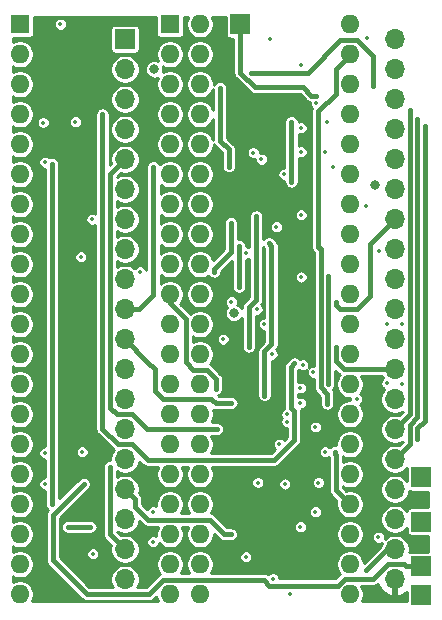
<source format=gbr>
G04 #@! TF.GenerationSoftware,KiCad,Pcbnew,(5.1.5)-3*
G04 #@! TF.CreationDate,2020-05-12T20:02:37-04:00*
G04 #@! TF.ProjectId,6526ESP32,36353236-4553-4503-9332-2e6b69636164,rev?*
G04 #@! TF.SameCoordinates,Original*
G04 #@! TF.FileFunction,Copper,L3,Inr*
G04 #@! TF.FilePolarity,Positive*
%FSLAX46Y46*%
G04 Gerber Fmt 4.6, Leading zero omitted, Abs format (unit mm)*
G04 Created by KiCad (PCBNEW (5.1.5)-3) date 2020-05-12 20:02:37*
%MOMM*%
%LPD*%
G04 APERTURE LIST*
%ADD10R,1.600000X1.600000*%
%ADD11O,1.600000X1.600000*%
%ADD12R,1.700000X1.700000*%
%ADD13O,1.700000X1.700000*%
%ADD14C,0.350000*%
%ADD15C,0.800000*%
%ADD16C,0.434000*%
%ADD17C,0.254000*%
G04 APERTURE END LIST*
D10*
X38100000Y-35560000D03*
D11*
X53340000Y-83820000D03*
X38100000Y-38100000D03*
X53340000Y-81280000D03*
X38100000Y-40640000D03*
X53340000Y-78740000D03*
X38100000Y-43180000D03*
X53340000Y-76200000D03*
X38100000Y-45720000D03*
X53340000Y-73660000D03*
X38100000Y-48260000D03*
X53340000Y-71120000D03*
X38100000Y-50800000D03*
X53340000Y-68580000D03*
X38100000Y-53340000D03*
X53340000Y-66040000D03*
X38100000Y-55880000D03*
X53340000Y-63500000D03*
X38100000Y-58420000D03*
X53340000Y-60960000D03*
X38100000Y-60960000D03*
X53340000Y-58420000D03*
X38100000Y-63500000D03*
X53340000Y-55880000D03*
X38100000Y-66040000D03*
X53340000Y-53340000D03*
X38100000Y-68580000D03*
X53340000Y-50800000D03*
X38100000Y-71120000D03*
X53340000Y-48260000D03*
X38100000Y-73660000D03*
X53340000Y-45720000D03*
X38100000Y-76200000D03*
X53340000Y-43180000D03*
X38100000Y-78740000D03*
X53340000Y-40640000D03*
X38100000Y-81280000D03*
X53340000Y-38100000D03*
X38100000Y-83820000D03*
X53340000Y-35560000D03*
D12*
X72085200Y-83896200D03*
X72085200Y-81432400D03*
X72085200Y-77673200D03*
X72085200Y-73888600D03*
X56769000Y-35560000D03*
D11*
X66040000Y-35560000D03*
X50800000Y-83820000D03*
X66040000Y-38100000D03*
X50800000Y-81280000D03*
X66040000Y-40640000D03*
X50800000Y-78740000D03*
X66040000Y-43180000D03*
X50800000Y-76200000D03*
X66040000Y-45720000D03*
X50800000Y-73660000D03*
X66040000Y-48260000D03*
X50800000Y-71120000D03*
X66040000Y-50800000D03*
X50800000Y-68580000D03*
X66040000Y-53340000D03*
X50800000Y-66040000D03*
X66040000Y-55880000D03*
X50800000Y-63500000D03*
X66040000Y-58420000D03*
X50800000Y-60960000D03*
X66040000Y-60960000D03*
X50800000Y-58420000D03*
X66040000Y-63500000D03*
X50800000Y-55880000D03*
X66040000Y-66040000D03*
X50800000Y-53340000D03*
X66040000Y-68580000D03*
X50800000Y-50800000D03*
X66040000Y-71120000D03*
X50800000Y-48260000D03*
X66040000Y-73660000D03*
X50800000Y-45720000D03*
X66040000Y-76200000D03*
X50800000Y-43180000D03*
X66040000Y-78740000D03*
X50800000Y-40640000D03*
X66040000Y-81280000D03*
X50800000Y-38100000D03*
X66040000Y-83820000D03*
D10*
X50800000Y-35560000D03*
D12*
X46990000Y-36830000D03*
D13*
X69850000Y-80010000D03*
X46990000Y-39370000D03*
X69850000Y-77470000D03*
X46990000Y-41910000D03*
X69850000Y-74930000D03*
X46990000Y-44450000D03*
X69850000Y-72390000D03*
X46990000Y-46990000D03*
X69850000Y-69850000D03*
X46990000Y-49530000D03*
X69850000Y-67310000D03*
X46990000Y-52070000D03*
X69850000Y-64770000D03*
X46990000Y-54610000D03*
X69850000Y-62230000D03*
X46990000Y-57150000D03*
X69850000Y-59690000D03*
X46990000Y-59690000D03*
X69850000Y-57150000D03*
X46990000Y-62230000D03*
X69850000Y-54610000D03*
X46990000Y-64770000D03*
X69850000Y-52070000D03*
X46990000Y-67310000D03*
X69850000Y-49530000D03*
X46990000Y-69850000D03*
X69850000Y-46990000D03*
X46990000Y-72390000D03*
X69850000Y-44450000D03*
X46990000Y-74930000D03*
X69850000Y-41910000D03*
X46990000Y-77470000D03*
X69850000Y-39370000D03*
X46990000Y-80010000D03*
X69850000Y-36830000D03*
X46990000Y-82550000D03*
X69850000Y-82550000D03*
D14*
X61912500Y-46355000D03*
X61912500Y-38989000D03*
X61912500Y-51689000D03*
X62039500Y-64389000D03*
X40068500Y-43878500D03*
X40195500Y-47244000D03*
X40195500Y-74485500D03*
X60515500Y-74485500D03*
X63119000Y-76835000D03*
X40214000Y-71863500D03*
D15*
X56197500Y-60007500D03*
X68199000Y-49149000D03*
X49466500Y-39370000D03*
D14*
X69166419Y-65961581D03*
X70462599Y-66037001D03*
X70470081Y-60974919D03*
X69141799Y-60957001D03*
X63944500Y-46355000D03*
X57848500Y-46418500D03*
X61912500Y-44323000D03*
X61912500Y-56959500D03*
X63119000Y-69659500D03*
X42799000Y-43815000D03*
X44196000Y-52070000D03*
X43243500Y-55245000D03*
X43370500Y-71755000D03*
X44259500Y-80391000D03*
X57213500Y-80645000D03*
X58229500Y-74358500D03*
X63373000Y-74358500D03*
X56007000Y-38989000D03*
X55181500Y-46418500D03*
X55943500Y-51689000D03*
X57213500Y-64389000D03*
X55499000Y-74422000D03*
X61912500Y-80645000D03*
X60198000Y-80645000D03*
X40214000Y-54320000D03*
X62928500Y-65024000D03*
X68453000Y-78994000D03*
X43497500Y-74485500D03*
X40864000Y-79785000D03*
X64135000Y-43815000D03*
X63182500Y-42227500D03*
X63182500Y-41592500D03*
X49339500Y-76835000D03*
X61849000Y-78105000D03*
X49339500Y-79375000D03*
X42164000Y-78105000D03*
X44069000Y-78105000D03*
X56007000Y-67627500D03*
X45722999Y-73022001D03*
X54784143Y-69833643D03*
X45722999Y-50167999D03*
X61340010Y-64262000D03*
X45085000Y-43180000D03*
X64120000Y-67691000D03*
X61849000Y-66357500D03*
X54673500Y-66421000D03*
X64790501Y-71734499D03*
X63944500Y-71755000D03*
X60706000Y-69214010D03*
X61849000Y-67627500D03*
X41529000Y-35560000D03*
X40830500Y-47371000D03*
X40830500Y-76200000D03*
X64822999Y-62875501D03*
X58102500Y-51816000D03*
X57467500Y-62865000D03*
X55943500Y-52387500D03*
X48260000Y-56515000D03*
X54546500Y-56515000D03*
X56642000Y-54292500D03*
X56642000Y-57785000D03*
X55308500Y-62230000D03*
X58166000Y-59690000D03*
X57277000Y-54927500D03*
X68506000Y-54747500D03*
X56007000Y-59055000D03*
X64833500Y-59055000D03*
X58547000Y-46990000D03*
X60071000Y-71120000D03*
X60706000Y-68580000D03*
X64198500Y-56884898D03*
X64198500Y-66040000D03*
X59436000Y-63500000D03*
X58801000Y-60960000D03*
X60452000Y-48260000D03*
X67373500Y-50927000D03*
X61087000Y-43817000D03*
X61087000Y-48895000D03*
X59183980Y-54100020D03*
X58801000Y-66992500D03*
X66624200Y-67310000D03*
X59817000Y-52705000D03*
X49403000Y-47625000D03*
X72385021Y-44137479D03*
X71729600Y-70637400D03*
X64643000Y-47625000D03*
X55054500Y-40957500D03*
X55773501Y-47604499D03*
X71117001Y-42801999D03*
X57663602Y-39650000D03*
X68008500Y-40767000D03*
X71751011Y-43564989D03*
X67500500Y-36703000D03*
X59309000Y-36766500D03*
X60960000Y-83820000D03*
X59499500Y-82486500D03*
X67437000Y-81788000D03*
X55943500Y-78740000D03*
D16*
X40864000Y-77119000D02*
X43497500Y-74485500D01*
X40864000Y-79785000D02*
X40864000Y-77119000D01*
X65003499Y-83078501D02*
X65584999Y-82497001D01*
X59215339Y-83078501D02*
X65003499Y-83078501D01*
X58739837Y-82602999D02*
X59215339Y-83078501D01*
X40864000Y-79785000D02*
X40864000Y-80944000D01*
X49001837Y-83817001D02*
X50215839Y-82602999D01*
X40864000Y-80944000D02*
X43737001Y-83817001D01*
X50215839Y-82602999D02*
X58739837Y-82602999D01*
X43737001Y-83817001D02*
X49001837Y-83817001D01*
X68027837Y-82497001D02*
X69247837Y-81277001D01*
X65584999Y-82497001D02*
X68027837Y-82497001D01*
X70801200Y-81432400D02*
X72085200Y-81432400D01*
X70645801Y-81277001D02*
X70801200Y-81432400D01*
X69247837Y-81277001D02*
X70645801Y-81277001D01*
X62750700Y-41592500D02*
X63182500Y-41592500D01*
X62052200Y-40894000D02*
X62750700Y-41592500D01*
X58010977Y-40894000D02*
X62052200Y-40894000D01*
X56769000Y-35560000D02*
X56769000Y-39652023D01*
X56769000Y-39652023D02*
X58010977Y-40894000D01*
X42164000Y-78105000D02*
X44069000Y-78105000D01*
X56007000Y-67627500D02*
X54673500Y-67627500D01*
X54673500Y-67627500D02*
X54303001Y-67257001D01*
X48895000Y-64135000D02*
X46990000Y-62230000D01*
X50215839Y-67257001D02*
X49530000Y-66571162D01*
X54303001Y-67257001D02*
X50215839Y-67257001D01*
X49530000Y-64770000D02*
X48895000Y-64135000D01*
X49530000Y-66571162D02*
X49530000Y-64770000D01*
X45722999Y-78742999D02*
X45722999Y-73022001D01*
X46990000Y-80010000D02*
X45722999Y-78742999D01*
X47598161Y-68577001D02*
X46288501Y-68577001D01*
X54784143Y-69833643D02*
X48854803Y-69833643D01*
X48854803Y-69833643D02*
X47598161Y-68577001D01*
X45722999Y-68011499D02*
X46288501Y-68577001D01*
X45722999Y-53337001D02*
X45722999Y-68011499D01*
X45722999Y-53337001D02*
X45722999Y-50167999D01*
X45722999Y-50167999D02*
X45722999Y-50167999D01*
X45722999Y-48257001D02*
X46990000Y-46990000D01*
X45722999Y-50167999D02*
X45722999Y-48257001D01*
X46387837Y-71122999D02*
X45085000Y-69820162D01*
X47598161Y-71122999D02*
X46387837Y-71122999D01*
X61023500Y-64578510D02*
X61023500Y-68021338D01*
X61340010Y-64262000D02*
X61023500Y-64578510D01*
X61023500Y-68021338D02*
X61298001Y-68295839D01*
X61298001Y-68295839D02*
X61298001Y-70769161D01*
X48918161Y-72442999D02*
X47598161Y-71122999D01*
X61298001Y-70769161D02*
X59624163Y-72442999D01*
X59624163Y-72442999D02*
X48918161Y-72442999D01*
X45085000Y-69820162D02*
X45085000Y-43180000D01*
X64120000Y-66858125D02*
X63564490Y-66302615D01*
X64120000Y-67691000D02*
X64120000Y-66858125D01*
X63564490Y-66302615D02*
X63564490Y-65215490D01*
X63564490Y-65215490D02*
X63554979Y-65205979D01*
X63554979Y-65205979D02*
X63554979Y-54601479D01*
X64822999Y-39317001D02*
X65240001Y-38899999D01*
X64822999Y-41463163D02*
X64822999Y-39317001D01*
X65240001Y-38899999D02*
X66040000Y-38100000D01*
X63352499Y-42933663D02*
X64822999Y-41463163D01*
X63352499Y-54398999D02*
X63352499Y-42933663D01*
X63554979Y-54601479D02*
X63352499Y-54398999D01*
X53924161Y-64822999D02*
X54673500Y-65572338D01*
X52755839Y-64822999D02*
X53924161Y-64822999D01*
X52122999Y-64190159D02*
X52755839Y-64822999D01*
X52122999Y-60481837D02*
X52122999Y-64190159D01*
X50800000Y-58420000D02*
X50800000Y-59158838D01*
X50800000Y-59158838D02*
X52122999Y-60481837D01*
X54673500Y-65572338D02*
X54673500Y-66421000D01*
X65240001Y-75400001D02*
X66040000Y-76200000D01*
X64822999Y-74982999D02*
X65240001Y-75400001D01*
X64822999Y-72014484D02*
X64822999Y-74982999D01*
X64790501Y-71981986D02*
X64822999Y-72014484D01*
X64790501Y-71734499D02*
X64790501Y-71981986D01*
X40830500Y-47371000D02*
X40830500Y-76200000D01*
X65508838Y-64770000D02*
X64832510Y-64093672D01*
X69850000Y-64770000D02*
X65508838Y-64770000D01*
X64822999Y-64084161D02*
X64822999Y-62875501D01*
X64832510Y-64093672D02*
X64822999Y-64084161D01*
X58102500Y-58877338D02*
X57467500Y-59512338D01*
X58102500Y-51816000D02*
X58102500Y-58877338D01*
X57467500Y-59512338D02*
X57467500Y-62865000D01*
X55943500Y-52634987D02*
X55943500Y-52387500D01*
X55943500Y-54870513D02*
X55943500Y-52634987D01*
X54546500Y-56267513D02*
X55943500Y-54870513D01*
X54546500Y-56515000D02*
X54546500Y-56267513D01*
X56642000Y-54686338D02*
X56642000Y-57785000D01*
X56642000Y-54686338D02*
X56642000Y-54292500D01*
X69000001Y-52919999D02*
X69850000Y-52070000D01*
X67733999Y-54186001D02*
X69000001Y-52919999D01*
X67733999Y-58527163D02*
X67733999Y-54186001D01*
X66624161Y-59637001D02*
X67733999Y-58527163D01*
X65168014Y-59637001D02*
X66624161Y-59637001D01*
X64833500Y-59302487D02*
X65168014Y-59637001D01*
X64833500Y-59055000D02*
X64833500Y-59302487D01*
X64188989Y-64346776D02*
X64188989Y-57667511D01*
X64198500Y-66040000D02*
X64198500Y-64356287D01*
X64198500Y-64356287D02*
X64188989Y-64346776D01*
X64198500Y-57658000D02*
X64198500Y-56884898D01*
X64188989Y-57667511D02*
X64198500Y-57658000D01*
X61087000Y-43817000D02*
X61087000Y-48895000D01*
X59393001Y-62666837D02*
X58801000Y-63258838D01*
X59183980Y-54100020D02*
X59393001Y-54309041D01*
X59393001Y-54309041D02*
X59393001Y-62666837D01*
X58801000Y-63258838D02*
X58801000Y-66992500D01*
X46990000Y-59690000D02*
X48192081Y-59690000D01*
X49403000Y-58479081D02*
X49403000Y-47625000D01*
X48192081Y-59690000D02*
X49403000Y-58479081D01*
X71751011Y-69742239D02*
X71751011Y-70637400D01*
X72385021Y-44137479D02*
X72385021Y-69108229D01*
X72385021Y-69108229D02*
X71751011Y-69742239D01*
X55773501Y-46134339D02*
X55773501Y-47604499D01*
X55054500Y-40957500D02*
X55054500Y-45415338D01*
X55054500Y-45415338D02*
X55773501Y-46134339D01*
X71117001Y-68582999D02*
X71117001Y-66360499D01*
X69850000Y-69850000D02*
X71117001Y-68582999D01*
X71117001Y-66360499D02*
X71117001Y-49405999D01*
X71117001Y-49405999D02*
X71117001Y-42801999D01*
X57663602Y-39650000D02*
X62462006Y-39650000D01*
X66624161Y-36882999D02*
X68008500Y-38267338D01*
X62462006Y-39650000D02*
X65229007Y-36882999D01*
X65229007Y-36882999D02*
X66624161Y-36882999D01*
X68008500Y-38267338D02*
X68008500Y-40767000D01*
X71117001Y-71122999D02*
X71117001Y-70458161D01*
X69850000Y-72390000D02*
X71117001Y-71122999D01*
X71117001Y-69479623D02*
X71751011Y-68845614D01*
X71117001Y-70458161D02*
X71117001Y-69479623D01*
X71751011Y-68845614D02*
X71751011Y-66357500D01*
X71751011Y-66357500D02*
X71751011Y-49403000D01*
X71751011Y-49403000D02*
X71751011Y-43564989D01*
X69215000Y-80010000D02*
X69850000Y-80010000D01*
X67437000Y-81788000D02*
X69215000Y-80010000D01*
X55372000Y-78740000D02*
X55943500Y-78740000D01*
X54154999Y-77522999D02*
X55372000Y-78740000D01*
X48947999Y-77522999D02*
X54154999Y-77522999D01*
X47839999Y-76414999D02*
X48947999Y-77522999D01*
X46990000Y-74930000D02*
X47839999Y-75779999D01*
X47839999Y-75779999D02*
X47839999Y-76414999D01*
D17*
G36*
X69977000Y-82423000D02*
G01*
X69997000Y-82423000D01*
X69997000Y-82677000D01*
X69977000Y-82677000D01*
X69977000Y-83870814D01*
X70206891Y-83991481D01*
X70481252Y-83894157D01*
X70731355Y-83745178D01*
X70852357Y-83636109D01*
X70852357Y-84430000D01*
X67052787Y-84430000D01*
X67086588Y-84379413D01*
X67175614Y-84164485D01*
X67221000Y-83936318D01*
X67221000Y-83703682D01*
X67175614Y-83475515D01*
X67086588Y-83260587D01*
X66975947Y-83095001D01*
X67998467Y-83095001D01*
X68027837Y-83097894D01*
X68057207Y-83095001D01*
X68057210Y-83095001D01*
X68145065Y-83086348D01*
X68257789Y-83052154D01*
X68361675Y-82996625D01*
X68420980Y-82947956D01*
X68453175Y-83054099D01*
X68578359Y-83316920D01*
X68752412Y-83550269D01*
X68968645Y-83745178D01*
X69218748Y-83894157D01*
X69493109Y-83991481D01*
X69723000Y-83870814D01*
X69723000Y-82677000D01*
X69703000Y-82677000D01*
X69703000Y-82423000D01*
X69723000Y-82423000D01*
X69723000Y-82403000D01*
X69977000Y-82403000D01*
X69977000Y-82423000D01*
G37*
X69977000Y-82423000D02*
X69997000Y-82423000D01*
X69997000Y-82677000D01*
X69977000Y-82677000D01*
X69977000Y-83870814D01*
X70206891Y-83991481D01*
X70481252Y-83894157D01*
X70731355Y-83745178D01*
X70852357Y-83636109D01*
X70852357Y-84430000D01*
X67052787Y-84430000D01*
X67086588Y-84379413D01*
X67175614Y-84164485D01*
X67221000Y-83936318D01*
X67221000Y-83703682D01*
X67175614Y-83475515D01*
X67086588Y-83260587D01*
X66975947Y-83095001D01*
X67998467Y-83095001D01*
X68027837Y-83097894D01*
X68057207Y-83095001D01*
X68057210Y-83095001D01*
X68145065Y-83086348D01*
X68257789Y-83052154D01*
X68361675Y-82996625D01*
X68420980Y-82947956D01*
X68453175Y-83054099D01*
X68578359Y-83316920D01*
X68752412Y-83550269D01*
X68968645Y-83745178D01*
X69218748Y-83894157D01*
X69493109Y-83991481D01*
X69723000Y-83870814D01*
X69723000Y-82677000D01*
X69703000Y-82677000D01*
X69703000Y-82423000D01*
X69723000Y-82423000D01*
X69723000Y-82403000D01*
X69977000Y-82403000D01*
X69977000Y-82423000D01*
G36*
X49617157Y-36360000D02*
G01*
X49624513Y-36434689D01*
X49646299Y-36506508D01*
X49681678Y-36572696D01*
X49729289Y-36630711D01*
X49787304Y-36678322D01*
X49853492Y-36713701D01*
X49925311Y-36735487D01*
X50000000Y-36742843D01*
X51600000Y-36742843D01*
X51674689Y-36735487D01*
X51746508Y-36713701D01*
X51812696Y-36678322D01*
X51870711Y-36630711D01*
X51918322Y-36572696D01*
X51953701Y-36506508D01*
X51975487Y-36434689D01*
X51982843Y-36360000D01*
X51982843Y-34950000D01*
X52327213Y-34950000D01*
X52293412Y-35000587D01*
X52204386Y-35215515D01*
X52159000Y-35443682D01*
X52159000Y-35676318D01*
X52204386Y-35904485D01*
X52293412Y-36119413D01*
X52422658Y-36312843D01*
X52587157Y-36477342D01*
X52780587Y-36606588D01*
X52995515Y-36695614D01*
X53223682Y-36741000D01*
X53456318Y-36741000D01*
X53684485Y-36695614D01*
X53899413Y-36606588D01*
X54092843Y-36477342D01*
X54257342Y-36312843D01*
X54386588Y-36119413D01*
X54475614Y-35904485D01*
X54521000Y-35676318D01*
X54521000Y-35443682D01*
X54475614Y-35215515D01*
X54386588Y-35000587D01*
X54352787Y-34950000D01*
X55536157Y-34950000D01*
X55536157Y-36410000D01*
X55543513Y-36484689D01*
X55565299Y-36556508D01*
X55600678Y-36622696D01*
X55648289Y-36680711D01*
X55706304Y-36728322D01*
X55772492Y-36763701D01*
X55844311Y-36785487D01*
X55919000Y-36792843D01*
X56171000Y-36792843D01*
X56171001Y-39622643D01*
X56168107Y-39652023D01*
X56179654Y-39769251D01*
X56213847Y-39881974D01*
X56233047Y-39917894D01*
X56269377Y-39985861D01*
X56344105Y-40076919D01*
X56366922Y-40095644D01*
X57567351Y-41296073D01*
X57586081Y-41318896D01*
X57645785Y-41367893D01*
X57677138Y-41393624D01*
X57745793Y-41430321D01*
X57781025Y-41449153D01*
X57893749Y-41483347D01*
X57981604Y-41492000D01*
X57981606Y-41492000D01*
X58010977Y-41494893D01*
X58040347Y-41492000D01*
X61804501Y-41492000D01*
X62307078Y-41994578D01*
X62325804Y-42017396D01*
X62416862Y-42092124D01*
X62520748Y-42147653D01*
X62626500Y-42179732D01*
X62626500Y-42282261D01*
X62647867Y-42389679D01*
X62689779Y-42490865D01*
X62750627Y-42581929D01*
X62823493Y-42654795D01*
X62797346Y-42703712D01*
X62763153Y-42816435D01*
X62751606Y-42933663D01*
X62754500Y-42963044D01*
X62754499Y-54369628D01*
X62751606Y-54398999D01*
X62754499Y-54428369D01*
X62754499Y-54428371D01*
X62763152Y-54516226D01*
X62797346Y-54628950D01*
X62852875Y-54732836D01*
X62927603Y-54823895D01*
X62950427Y-54842626D01*
X62956980Y-54849179D01*
X62956979Y-64468000D01*
X62873739Y-64468000D01*
X62766321Y-64489367D01*
X62665135Y-64531279D01*
X62574071Y-64592127D01*
X62545223Y-64620975D01*
X62574133Y-64551179D01*
X62595500Y-64443761D01*
X62595500Y-64334239D01*
X62574133Y-64226821D01*
X62532221Y-64125635D01*
X62471373Y-64034571D01*
X62393929Y-63957127D01*
X62302865Y-63896279D01*
X62201679Y-63854367D01*
X62094261Y-63833000D01*
X61984739Y-63833000D01*
X61877321Y-63854367D01*
X61803997Y-63884738D01*
X61764905Y-63837105D01*
X61673848Y-63762376D01*
X61569962Y-63706847D01*
X61457238Y-63672654D01*
X61340010Y-63661107D01*
X61222781Y-63672654D01*
X61110058Y-63706847D01*
X61006172Y-63762376D01*
X60937931Y-63818381D01*
X60621428Y-64134883D01*
X60598604Y-64153614D01*
X60523876Y-64244673D01*
X60468347Y-64348559D01*
X60434153Y-64461283D01*
X60425751Y-64546588D01*
X60422607Y-64578510D01*
X60425500Y-64607881D01*
X60425501Y-67991958D01*
X60422607Y-68021338D01*
X60429938Y-68095763D01*
X60351571Y-68148127D01*
X60274127Y-68225571D01*
X60213279Y-68316635D01*
X60171367Y-68417821D01*
X60150000Y-68525239D01*
X60150000Y-68634761D01*
X60171367Y-68742179D01*
X60213279Y-68843365D01*
X60249121Y-68897005D01*
X60213279Y-68950645D01*
X60171367Y-69051831D01*
X60150000Y-69159249D01*
X60150000Y-69268771D01*
X60171367Y-69376189D01*
X60213279Y-69477375D01*
X60274127Y-69568439D01*
X60351571Y-69645883D01*
X60442635Y-69706731D01*
X60543821Y-69748643D01*
X60651239Y-69770010D01*
X60700002Y-69770010D01*
X60700002Y-70521460D01*
X60479382Y-70742080D01*
X60425429Y-70688127D01*
X60334365Y-70627279D01*
X60233179Y-70585367D01*
X60125761Y-70564000D01*
X60016239Y-70564000D01*
X59908821Y-70585367D01*
X59807635Y-70627279D01*
X59716571Y-70688127D01*
X59639127Y-70765571D01*
X59578279Y-70856635D01*
X59536367Y-70957821D01*
X59515000Y-71065239D01*
X59515000Y-71174761D01*
X59536367Y-71282179D01*
X59578279Y-71383365D01*
X59639127Y-71474429D01*
X59693080Y-71528382D01*
X59376464Y-71844999D01*
X54275947Y-71844999D01*
X54386588Y-71679413D01*
X54475614Y-71464485D01*
X54521000Y-71236318D01*
X54521000Y-71003682D01*
X54475614Y-70775515D01*
X54386588Y-70560587D01*
X54300430Y-70431643D01*
X54813516Y-70431643D01*
X54901371Y-70422990D01*
X55014095Y-70388796D01*
X55117981Y-70333267D01*
X55209039Y-70258539D01*
X55283767Y-70167481D01*
X55339296Y-70063595D01*
X55373490Y-69950871D01*
X55385036Y-69833643D01*
X55373490Y-69716415D01*
X55339296Y-69603691D01*
X55283767Y-69499805D01*
X55209039Y-69408747D01*
X55117981Y-69334019D01*
X55014095Y-69278490D01*
X54901371Y-69244296D01*
X54813516Y-69235643D01*
X54322289Y-69235643D01*
X54386588Y-69139413D01*
X54475614Y-68924485D01*
X54521000Y-68696318D01*
X54521000Y-68463682D01*
X54475614Y-68235515D01*
X54455179Y-68186181D01*
X54556272Y-68216847D01*
X54644127Y-68225500D01*
X54644129Y-68225500D01*
X54673500Y-68228393D01*
X54702870Y-68225500D01*
X56036373Y-68225500D01*
X56124228Y-68216847D01*
X56236952Y-68182653D01*
X56340838Y-68127124D01*
X56431896Y-68052396D01*
X56506624Y-67961338D01*
X56562153Y-67857452D01*
X56596347Y-67744728D01*
X56607893Y-67627500D01*
X56596347Y-67510272D01*
X56562153Y-67397548D01*
X56506624Y-67293662D01*
X56431896Y-67202604D01*
X56340838Y-67127876D01*
X56236952Y-67072347D01*
X56124228Y-67038153D01*
X56036373Y-67029500D01*
X54921198Y-67029500D01*
X54876137Y-66984439D01*
X54903452Y-66976153D01*
X55007338Y-66920624D01*
X55098396Y-66845896D01*
X55173124Y-66754838D01*
X55228653Y-66650952D01*
X55262847Y-66538228D01*
X55271500Y-66450373D01*
X55271500Y-65601708D01*
X55274393Y-65572337D01*
X55268915Y-65516721D01*
X55262847Y-65455110D01*
X55228653Y-65342386D01*
X55173124Y-65238500D01*
X55098396Y-65147442D01*
X55075579Y-65128717D01*
X54367787Y-64420926D01*
X54349057Y-64398103D01*
X54257999Y-64323375D01*
X54211607Y-64298578D01*
X54257342Y-64252843D01*
X54386588Y-64059413D01*
X54475614Y-63844485D01*
X54521000Y-63616318D01*
X54521000Y-63383682D01*
X54475614Y-63155515D01*
X54386588Y-62940587D01*
X54257342Y-62747157D01*
X54092843Y-62582658D01*
X53899413Y-62453412D01*
X53684485Y-62364386D01*
X53456318Y-62319000D01*
X53223682Y-62319000D01*
X52995515Y-62364386D01*
X52780587Y-62453412D01*
X52720999Y-62493227D01*
X52720999Y-62175239D01*
X54752500Y-62175239D01*
X54752500Y-62284761D01*
X54773867Y-62392179D01*
X54815779Y-62493365D01*
X54876627Y-62584429D01*
X54954071Y-62661873D01*
X55045135Y-62722721D01*
X55146321Y-62764633D01*
X55253739Y-62786000D01*
X55363261Y-62786000D01*
X55470679Y-62764633D01*
X55571865Y-62722721D01*
X55662929Y-62661873D01*
X55740373Y-62584429D01*
X55801221Y-62493365D01*
X55843133Y-62392179D01*
X55864500Y-62284761D01*
X55864500Y-62175239D01*
X55843133Y-62067821D01*
X55801221Y-61966635D01*
X55740373Y-61875571D01*
X55662929Y-61798127D01*
X55571865Y-61737279D01*
X55470679Y-61695367D01*
X55363261Y-61674000D01*
X55253739Y-61674000D01*
X55146321Y-61695367D01*
X55045135Y-61737279D01*
X54954071Y-61798127D01*
X54876627Y-61875571D01*
X54815779Y-61966635D01*
X54773867Y-62067821D01*
X54752500Y-62175239D01*
X52720999Y-62175239D01*
X52720999Y-61966773D01*
X52780587Y-62006588D01*
X52995515Y-62095614D01*
X53223682Y-62141000D01*
X53456318Y-62141000D01*
X53684485Y-62095614D01*
X53899413Y-62006588D01*
X54092843Y-61877342D01*
X54257342Y-61712843D01*
X54386588Y-61519413D01*
X54475614Y-61304485D01*
X54521000Y-61076318D01*
X54521000Y-60843682D01*
X54475614Y-60615515D01*
X54386588Y-60400587D01*
X54257342Y-60207157D01*
X54092843Y-60042658D01*
X53899413Y-59913412D01*
X53684485Y-59824386D01*
X53456318Y-59779000D01*
X53223682Y-59779000D01*
X52995515Y-59824386D01*
X52780587Y-59913412D01*
X52587157Y-60042658D01*
X52559154Y-60070661D01*
X52547895Y-60056941D01*
X52525079Y-60038217D01*
X51688523Y-59201662D01*
X51717342Y-59172843D01*
X51846588Y-58979413D01*
X51935614Y-58764485D01*
X51981000Y-58536318D01*
X51981000Y-58303682D01*
X52159000Y-58303682D01*
X52159000Y-58536318D01*
X52204386Y-58764485D01*
X52293412Y-58979413D01*
X52422658Y-59172843D01*
X52587157Y-59337342D01*
X52780587Y-59466588D01*
X52995515Y-59555614D01*
X53223682Y-59601000D01*
X53456318Y-59601000D01*
X53684485Y-59555614D01*
X53899413Y-59466588D01*
X54092843Y-59337342D01*
X54257342Y-59172843D01*
X54386588Y-58979413D01*
X54475614Y-58764485D01*
X54521000Y-58536318D01*
X54521000Y-58303682D01*
X54475614Y-58075515D01*
X54386588Y-57860587D01*
X54257342Y-57667157D01*
X54092843Y-57502658D01*
X53899413Y-57373412D01*
X53684485Y-57284386D01*
X53456318Y-57239000D01*
X53223682Y-57239000D01*
X52995515Y-57284386D01*
X52780587Y-57373412D01*
X52587157Y-57502658D01*
X52422658Y-57667157D01*
X52293412Y-57860587D01*
X52204386Y-58075515D01*
X52159000Y-58303682D01*
X51981000Y-58303682D01*
X51935614Y-58075515D01*
X51846588Y-57860587D01*
X51717342Y-57667157D01*
X51552843Y-57502658D01*
X51359413Y-57373412D01*
X51144485Y-57284386D01*
X50916318Y-57239000D01*
X50683682Y-57239000D01*
X50455515Y-57284386D01*
X50240587Y-57373412D01*
X50047157Y-57502658D01*
X50001000Y-57548815D01*
X50001000Y-56751185D01*
X50047157Y-56797342D01*
X50240587Y-56926588D01*
X50455515Y-57015614D01*
X50683682Y-57061000D01*
X50916318Y-57061000D01*
X51144485Y-57015614D01*
X51359413Y-56926588D01*
X51552843Y-56797342D01*
X51717342Y-56632843D01*
X51846588Y-56439413D01*
X51935614Y-56224485D01*
X51981000Y-55996318D01*
X51981000Y-55763682D01*
X52159000Y-55763682D01*
X52159000Y-55996318D01*
X52204386Y-56224485D01*
X52293412Y-56439413D01*
X52422658Y-56632843D01*
X52587157Y-56797342D01*
X52780587Y-56926588D01*
X52995515Y-57015614D01*
X53223682Y-57061000D01*
X53456318Y-57061000D01*
X53684485Y-57015614D01*
X53899413Y-56926588D01*
X54038691Y-56833525D01*
X54046876Y-56848837D01*
X54121604Y-56939896D01*
X54212662Y-57014624D01*
X54316548Y-57070153D01*
X54429272Y-57104347D01*
X54546500Y-57115893D01*
X54663727Y-57104347D01*
X54776451Y-57070153D01*
X54880337Y-57014624D01*
X54971396Y-56939896D01*
X55046124Y-56848838D01*
X55101653Y-56744952D01*
X55135847Y-56632228D01*
X55144500Y-56544373D01*
X55144500Y-56515212D01*
X56044000Y-55615712D01*
X56044001Y-57814373D01*
X56052654Y-57902228D01*
X56086848Y-58014952D01*
X56142377Y-58118838D01*
X56217105Y-58209896D01*
X56308163Y-58284624D01*
X56412049Y-58340153D01*
X56524773Y-58374347D01*
X56642000Y-58385893D01*
X56759228Y-58374347D01*
X56871952Y-58340153D01*
X56975838Y-58284624D01*
X57066896Y-58209896D01*
X57141624Y-58118838D01*
X57197153Y-58014952D01*
X57231347Y-57902228D01*
X57240000Y-57814373D01*
X57240000Y-55483500D01*
X57331761Y-55483500D01*
X57439179Y-55462133D01*
X57504501Y-55435076D01*
X57504501Y-58629638D01*
X57065427Y-59068712D01*
X57042604Y-59087442D01*
X56967876Y-59178501D01*
X56912347Y-59282387D01*
X56878153Y-59395111D01*
X56869500Y-59482965D01*
X56866607Y-59512338D01*
X56869500Y-59541709D01*
X56869500Y-59607457D01*
X56804142Y-59509641D01*
X56695359Y-59400858D01*
X56567442Y-59315387D01*
X56510691Y-59291880D01*
X56541633Y-59217179D01*
X56563000Y-59109761D01*
X56563000Y-59000239D01*
X56541633Y-58892821D01*
X56499721Y-58791635D01*
X56438873Y-58700571D01*
X56361429Y-58623127D01*
X56270365Y-58562279D01*
X56169179Y-58520367D01*
X56061761Y-58499000D01*
X55952239Y-58499000D01*
X55844821Y-58520367D01*
X55743635Y-58562279D01*
X55652571Y-58623127D01*
X55575127Y-58700571D01*
X55514279Y-58791635D01*
X55472367Y-58892821D01*
X55451000Y-59000239D01*
X55451000Y-59109761D01*
X55472367Y-59217179D01*
X55514279Y-59318365D01*
X55575127Y-59409429D01*
X55633099Y-59467401D01*
X55590858Y-59509641D01*
X55505387Y-59637558D01*
X55446513Y-59779691D01*
X55416500Y-59930578D01*
X55416500Y-60084422D01*
X55446513Y-60235309D01*
X55505387Y-60377442D01*
X55590858Y-60505359D01*
X55699641Y-60614142D01*
X55827558Y-60699613D01*
X55969691Y-60758487D01*
X56120578Y-60788500D01*
X56274422Y-60788500D01*
X56425309Y-60758487D01*
X56567442Y-60699613D01*
X56695359Y-60614142D01*
X56804142Y-60505359D01*
X56869500Y-60407543D01*
X56869501Y-62894373D01*
X56878154Y-62982228D01*
X56912348Y-63094952D01*
X56967877Y-63198838D01*
X57042605Y-63289896D01*
X57133663Y-63364624D01*
X57237549Y-63420153D01*
X57350273Y-63454347D01*
X57467500Y-63465893D01*
X57584728Y-63454347D01*
X57697452Y-63420153D01*
X57801338Y-63364624D01*
X57892396Y-63289896D01*
X57967124Y-63198838D01*
X58022653Y-63094952D01*
X58056847Y-62982228D01*
X58065500Y-62894373D01*
X58065500Y-60236902D01*
X58111239Y-60246000D01*
X58220761Y-60246000D01*
X58328179Y-60224633D01*
X58429365Y-60182721D01*
X58520429Y-60121873D01*
X58597873Y-60044429D01*
X58658721Y-59953365D01*
X58700633Y-59852179D01*
X58722000Y-59744761D01*
X58722000Y-59635239D01*
X58700633Y-59527821D01*
X58658721Y-59426635D01*
X58597873Y-59335571D01*
X58544137Y-59281835D01*
X58582637Y-59234921D01*
X58602124Y-59211177D01*
X58657653Y-59107290D01*
X58665229Y-59082316D01*
X58691847Y-58994566D01*
X58700500Y-58906711D01*
X58700500Y-58906709D01*
X58703393Y-58877338D01*
X58700500Y-58847968D01*
X58700500Y-54453529D01*
X58740361Y-54502100D01*
X58795001Y-54556740D01*
X58795002Y-60404000D01*
X58746239Y-60404000D01*
X58638821Y-60425367D01*
X58537635Y-60467279D01*
X58446571Y-60528127D01*
X58369127Y-60605571D01*
X58308279Y-60696635D01*
X58266367Y-60797821D01*
X58245000Y-60905239D01*
X58245000Y-61014761D01*
X58266367Y-61122179D01*
X58308279Y-61223365D01*
X58369127Y-61314429D01*
X58446571Y-61391873D01*
X58537635Y-61452721D01*
X58638821Y-61494633D01*
X58746239Y-61516000D01*
X58795002Y-61516000D01*
X58795002Y-62419137D01*
X58398927Y-62815212D01*
X58376104Y-62833942D01*
X58301376Y-62925001D01*
X58245847Y-63028887D01*
X58211653Y-63141611D01*
X58203000Y-63229465D01*
X58200107Y-63258838D01*
X58203000Y-63288209D01*
X58203001Y-67021873D01*
X58211654Y-67109728D01*
X58245848Y-67222452D01*
X58301377Y-67326338D01*
X58376105Y-67417396D01*
X58467163Y-67492124D01*
X58571049Y-67547653D01*
X58683773Y-67581847D01*
X58801000Y-67593393D01*
X58918228Y-67581847D01*
X59030952Y-67547653D01*
X59134838Y-67492124D01*
X59225896Y-67417396D01*
X59300624Y-67326338D01*
X59356153Y-67222452D01*
X59390347Y-67109728D01*
X59399000Y-67021873D01*
X59399000Y-64056000D01*
X59490761Y-64056000D01*
X59598179Y-64034633D01*
X59699365Y-63992721D01*
X59790429Y-63931873D01*
X59867873Y-63854429D01*
X59928721Y-63763365D01*
X59970633Y-63662179D01*
X59992000Y-63554761D01*
X59992000Y-63445239D01*
X59970633Y-63337821D01*
X59928721Y-63236635D01*
X59867873Y-63145571D01*
X59815776Y-63093474D01*
X59817897Y-63091733D01*
X59870874Y-63027179D01*
X59892625Y-63000676D01*
X59948154Y-62896789D01*
X59960297Y-62856758D01*
X59982348Y-62784065D01*
X59991001Y-62696210D01*
X59991001Y-62696208D01*
X59993894Y-62666837D01*
X59991001Y-62637467D01*
X59991001Y-56904739D01*
X61356500Y-56904739D01*
X61356500Y-57014261D01*
X61377867Y-57121679D01*
X61419779Y-57222865D01*
X61480627Y-57313929D01*
X61558071Y-57391373D01*
X61649135Y-57452221D01*
X61750321Y-57494133D01*
X61857739Y-57515500D01*
X61967261Y-57515500D01*
X62074679Y-57494133D01*
X62175865Y-57452221D01*
X62266929Y-57391373D01*
X62344373Y-57313929D01*
X62405221Y-57222865D01*
X62447133Y-57121679D01*
X62468500Y-57014261D01*
X62468500Y-56904739D01*
X62447133Y-56797321D01*
X62405221Y-56696135D01*
X62344373Y-56605071D01*
X62266929Y-56527627D01*
X62175865Y-56466779D01*
X62074679Y-56424867D01*
X61967261Y-56403500D01*
X61857739Y-56403500D01*
X61750321Y-56424867D01*
X61649135Y-56466779D01*
X61558071Y-56527627D01*
X61480627Y-56605071D01*
X61419779Y-56696135D01*
X61377867Y-56797321D01*
X61356500Y-56904739D01*
X59991001Y-56904739D01*
X59991001Y-54338411D01*
X59993894Y-54309040D01*
X59988802Y-54257342D01*
X59982348Y-54191813D01*
X59948154Y-54079089D01*
X59892625Y-53975203D01*
X59817897Y-53884145D01*
X59795075Y-53865416D01*
X59586060Y-53656401D01*
X59517818Y-53600397D01*
X59413931Y-53544867D01*
X59301208Y-53510674D01*
X59183980Y-53499127D01*
X59066752Y-53510674D01*
X58954029Y-53544867D01*
X58850142Y-53600397D01*
X58759085Y-53675125D01*
X58700500Y-53746512D01*
X58700500Y-52650239D01*
X59261000Y-52650239D01*
X59261000Y-52759761D01*
X59282367Y-52867179D01*
X59324279Y-52968365D01*
X59385127Y-53059429D01*
X59462571Y-53136873D01*
X59553635Y-53197721D01*
X59654821Y-53239633D01*
X59762239Y-53261000D01*
X59871761Y-53261000D01*
X59979179Y-53239633D01*
X60080365Y-53197721D01*
X60171429Y-53136873D01*
X60248873Y-53059429D01*
X60309721Y-52968365D01*
X60351633Y-52867179D01*
X60373000Y-52759761D01*
X60373000Y-52650239D01*
X60351633Y-52542821D01*
X60309721Y-52441635D01*
X60248873Y-52350571D01*
X60171429Y-52273127D01*
X60080365Y-52212279D01*
X59979179Y-52170367D01*
X59871761Y-52149000D01*
X59762239Y-52149000D01*
X59654821Y-52170367D01*
X59553635Y-52212279D01*
X59462571Y-52273127D01*
X59385127Y-52350571D01*
X59324279Y-52441635D01*
X59282367Y-52542821D01*
X59261000Y-52650239D01*
X58700500Y-52650239D01*
X58700500Y-51786627D01*
X58691847Y-51698772D01*
X58672272Y-51634239D01*
X61356500Y-51634239D01*
X61356500Y-51743761D01*
X61377867Y-51851179D01*
X61419779Y-51952365D01*
X61480627Y-52043429D01*
X61558071Y-52120873D01*
X61649135Y-52181721D01*
X61750321Y-52223633D01*
X61857739Y-52245000D01*
X61967261Y-52245000D01*
X62074679Y-52223633D01*
X62175865Y-52181721D01*
X62266929Y-52120873D01*
X62344373Y-52043429D01*
X62405221Y-51952365D01*
X62447133Y-51851179D01*
X62468500Y-51743761D01*
X62468500Y-51634239D01*
X62447133Y-51526821D01*
X62405221Y-51425635D01*
X62344373Y-51334571D01*
X62266929Y-51257127D01*
X62175865Y-51196279D01*
X62074679Y-51154367D01*
X61967261Y-51133000D01*
X61857739Y-51133000D01*
X61750321Y-51154367D01*
X61649135Y-51196279D01*
X61558071Y-51257127D01*
X61480627Y-51334571D01*
X61419779Y-51425635D01*
X61377867Y-51526821D01*
X61356500Y-51634239D01*
X58672272Y-51634239D01*
X58657653Y-51586048D01*
X58602124Y-51482162D01*
X58527396Y-51391104D01*
X58436337Y-51316376D01*
X58332451Y-51260847D01*
X58219727Y-51226653D01*
X58102500Y-51215107D01*
X57985272Y-51226653D01*
X57872548Y-51260847D01*
X57768662Y-51316376D01*
X57677604Y-51391104D01*
X57602876Y-51482163D01*
X57547347Y-51586049D01*
X57513153Y-51698773D01*
X57504500Y-51786628D01*
X57504500Y-54419924D01*
X57439179Y-54392867D01*
X57331761Y-54371500D01*
X57240000Y-54371500D01*
X57240000Y-54263128D01*
X57231347Y-54175273D01*
X57197153Y-54062548D01*
X57141624Y-53958662D01*
X57066896Y-53867604D01*
X56975838Y-53792876D01*
X56871952Y-53737347D01*
X56759228Y-53703153D01*
X56642000Y-53691607D01*
X56541500Y-53701506D01*
X56541500Y-52358128D01*
X56532847Y-52270273D01*
X56498653Y-52157549D01*
X56443124Y-52053662D01*
X56368396Y-51962604D01*
X56277338Y-51887876D01*
X56173452Y-51832347D01*
X56060728Y-51798153D01*
X55943500Y-51786607D01*
X55826273Y-51798153D01*
X55713549Y-51832347D01*
X55609663Y-51887876D01*
X55518605Y-51962604D01*
X55443877Y-52053662D01*
X55388347Y-52157548D01*
X55354153Y-52270272D01*
X55345500Y-52358127D01*
X55345500Y-52664359D01*
X55345501Y-52664369D01*
X55345500Y-54622813D01*
X54463074Y-55505240D01*
X54386588Y-55320587D01*
X54257342Y-55127157D01*
X54092843Y-54962658D01*
X53899413Y-54833412D01*
X53684485Y-54744386D01*
X53456318Y-54699000D01*
X53223682Y-54699000D01*
X52995515Y-54744386D01*
X52780587Y-54833412D01*
X52587157Y-54962658D01*
X52422658Y-55127157D01*
X52293412Y-55320587D01*
X52204386Y-55535515D01*
X52159000Y-55763682D01*
X51981000Y-55763682D01*
X51935614Y-55535515D01*
X51846588Y-55320587D01*
X51717342Y-55127157D01*
X51552843Y-54962658D01*
X51359413Y-54833412D01*
X51144485Y-54744386D01*
X50916318Y-54699000D01*
X50683682Y-54699000D01*
X50455515Y-54744386D01*
X50240587Y-54833412D01*
X50047157Y-54962658D01*
X50001000Y-55008815D01*
X50001000Y-54211185D01*
X50047157Y-54257342D01*
X50240587Y-54386588D01*
X50455515Y-54475614D01*
X50683682Y-54521000D01*
X50916318Y-54521000D01*
X51144485Y-54475614D01*
X51359413Y-54386588D01*
X51552843Y-54257342D01*
X51717342Y-54092843D01*
X51846588Y-53899413D01*
X51935614Y-53684485D01*
X51981000Y-53456318D01*
X51981000Y-53223682D01*
X52159000Y-53223682D01*
X52159000Y-53456318D01*
X52204386Y-53684485D01*
X52293412Y-53899413D01*
X52422658Y-54092843D01*
X52587157Y-54257342D01*
X52780587Y-54386588D01*
X52995515Y-54475614D01*
X53223682Y-54521000D01*
X53456318Y-54521000D01*
X53684485Y-54475614D01*
X53899413Y-54386588D01*
X54092843Y-54257342D01*
X54257342Y-54092843D01*
X54386588Y-53899413D01*
X54475614Y-53684485D01*
X54521000Y-53456318D01*
X54521000Y-53223682D01*
X54475614Y-52995515D01*
X54386588Y-52780587D01*
X54257342Y-52587157D01*
X54092843Y-52422658D01*
X53899413Y-52293412D01*
X53684485Y-52204386D01*
X53456318Y-52159000D01*
X53223682Y-52159000D01*
X52995515Y-52204386D01*
X52780587Y-52293412D01*
X52587157Y-52422658D01*
X52422658Y-52587157D01*
X52293412Y-52780587D01*
X52204386Y-52995515D01*
X52159000Y-53223682D01*
X51981000Y-53223682D01*
X51935614Y-52995515D01*
X51846588Y-52780587D01*
X51717342Y-52587157D01*
X51552843Y-52422658D01*
X51359413Y-52293412D01*
X51144485Y-52204386D01*
X50916318Y-52159000D01*
X50683682Y-52159000D01*
X50455515Y-52204386D01*
X50240587Y-52293412D01*
X50047157Y-52422658D01*
X50001000Y-52468815D01*
X50001000Y-51671185D01*
X50047157Y-51717342D01*
X50240587Y-51846588D01*
X50455515Y-51935614D01*
X50683682Y-51981000D01*
X50916318Y-51981000D01*
X51144485Y-51935614D01*
X51359413Y-51846588D01*
X51552843Y-51717342D01*
X51717342Y-51552843D01*
X51846588Y-51359413D01*
X51935614Y-51144485D01*
X51981000Y-50916318D01*
X51981000Y-50683682D01*
X52159000Y-50683682D01*
X52159000Y-50916318D01*
X52204386Y-51144485D01*
X52293412Y-51359413D01*
X52422658Y-51552843D01*
X52587157Y-51717342D01*
X52780587Y-51846588D01*
X52995515Y-51935614D01*
X53223682Y-51981000D01*
X53456318Y-51981000D01*
X53684485Y-51935614D01*
X53899413Y-51846588D01*
X54092843Y-51717342D01*
X54257342Y-51552843D01*
X54386588Y-51359413D01*
X54475614Y-51144485D01*
X54521000Y-50916318D01*
X54521000Y-50683682D01*
X54475614Y-50455515D01*
X54386588Y-50240587D01*
X54257342Y-50047157D01*
X54092843Y-49882658D01*
X53899413Y-49753412D01*
X53684485Y-49664386D01*
X53456318Y-49619000D01*
X53223682Y-49619000D01*
X52995515Y-49664386D01*
X52780587Y-49753412D01*
X52587157Y-49882658D01*
X52422658Y-50047157D01*
X52293412Y-50240587D01*
X52204386Y-50455515D01*
X52159000Y-50683682D01*
X51981000Y-50683682D01*
X51935614Y-50455515D01*
X51846588Y-50240587D01*
X51717342Y-50047157D01*
X51552843Y-49882658D01*
X51359413Y-49753412D01*
X51144485Y-49664386D01*
X50916318Y-49619000D01*
X50683682Y-49619000D01*
X50455515Y-49664386D01*
X50240587Y-49753412D01*
X50047157Y-49882658D01*
X50001000Y-49928815D01*
X50001000Y-49131185D01*
X50047157Y-49177342D01*
X50240587Y-49306588D01*
X50455515Y-49395614D01*
X50683682Y-49441000D01*
X50916318Y-49441000D01*
X51144485Y-49395614D01*
X51359413Y-49306588D01*
X51552843Y-49177342D01*
X51717342Y-49012843D01*
X51846588Y-48819413D01*
X51935614Y-48604485D01*
X51981000Y-48376318D01*
X51981000Y-48143682D01*
X52159000Y-48143682D01*
X52159000Y-48376318D01*
X52204386Y-48604485D01*
X52293412Y-48819413D01*
X52422658Y-49012843D01*
X52587157Y-49177342D01*
X52780587Y-49306588D01*
X52995515Y-49395614D01*
X53223682Y-49441000D01*
X53456318Y-49441000D01*
X53684485Y-49395614D01*
X53899413Y-49306588D01*
X54092843Y-49177342D01*
X54257342Y-49012843D01*
X54386588Y-48819413D01*
X54475614Y-48604485D01*
X54521000Y-48376318D01*
X54521000Y-48143682D01*
X54475614Y-47915515D01*
X54386588Y-47700587D01*
X54257342Y-47507157D01*
X54092843Y-47342658D01*
X53899413Y-47213412D01*
X53684485Y-47124386D01*
X53456318Y-47079000D01*
X53223682Y-47079000D01*
X52995515Y-47124386D01*
X52780587Y-47213412D01*
X52587157Y-47342658D01*
X52422658Y-47507157D01*
X52293412Y-47700587D01*
X52204386Y-47915515D01*
X52159000Y-48143682D01*
X51981000Y-48143682D01*
X51935614Y-47915515D01*
X51846588Y-47700587D01*
X51717342Y-47507157D01*
X51552843Y-47342658D01*
X51359413Y-47213412D01*
X51144485Y-47124386D01*
X50916318Y-47079000D01*
X50683682Y-47079000D01*
X50455515Y-47124386D01*
X50240587Y-47213412D01*
X50047157Y-47342658D01*
X49966675Y-47423140D01*
X49958153Y-47395048D01*
X49902624Y-47291162D01*
X49827896Y-47200104D01*
X49736838Y-47125376D01*
X49632952Y-47069847D01*
X49520228Y-47035653D01*
X49403000Y-47024107D01*
X49285773Y-47035653D01*
X49173049Y-47069847D01*
X49069163Y-47125376D01*
X48978105Y-47200104D01*
X48903377Y-47291162D01*
X48847848Y-47395048D01*
X48813654Y-47507772D01*
X48805001Y-47595627D01*
X48805000Y-56404940D01*
X48794633Y-56352821D01*
X48752721Y-56251635D01*
X48691873Y-56160571D01*
X48614429Y-56083127D01*
X48523365Y-56022279D01*
X48422179Y-55980367D01*
X48314761Y-55959000D01*
X48205239Y-55959000D01*
X48097821Y-55980367D01*
X47996635Y-56022279D01*
X47905571Y-56083127D01*
X47828127Y-56160571D01*
X47793416Y-56212519D01*
X47774717Y-56193820D01*
X47573097Y-56059102D01*
X47349069Y-55966307D01*
X47111243Y-55919000D01*
X46868757Y-55919000D01*
X46630931Y-55966307D01*
X46406903Y-56059102D01*
X46320999Y-56116501D01*
X46320999Y-55643499D01*
X46406903Y-55700898D01*
X46630931Y-55793693D01*
X46868757Y-55841000D01*
X47111243Y-55841000D01*
X47349069Y-55793693D01*
X47573097Y-55700898D01*
X47774717Y-55566180D01*
X47946180Y-55394717D01*
X48080898Y-55193097D01*
X48173693Y-54969069D01*
X48221000Y-54731243D01*
X48221000Y-54488757D01*
X48173693Y-54250931D01*
X48080898Y-54026903D01*
X47946180Y-53825283D01*
X47774717Y-53653820D01*
X47573097Y-53519102D01*
X47349069Y-53426307D01*
X47111243Y-53379000D01*
X46868757Y-53379000D01*
X46630931Y-53426307D01*
X46406903Y-53519102D01*
X46320999Y-53576501D01*
X46320999Y-53103499D01*
X46406903Y-53160898D01*
X46630931Y-53253693D01*
X46868757Y-53301000D01*
X47111243Y-53301000D01*
X47349069Y-53253693D01*
X47573097Y-53160898D01*
X47774717Y-53026180D01*
X47946180Y-52854717D01*
X48080898Y-52653097D01*
X48173693Y-52429069D01*
X48221000Y-52191243D01*
X48221000Y-51948757D01*
X48173693Y-51710931D01*
X48080898Y-51486903D01*
X47946180Y-51285283D01*
X47774717Y-51113820D01*
X47573097Y-50979102D01*
X47349069Y-50886307D01*
X47111243Y-50839000D01*
X46868757Y-50839000D01*
X46630931Y-50886307D01*
X46406903Y-50979102D01*
X46320999Y-51036501D01*
X46320999Y-50563499D01*
X46406903Y-50620898D01*
X46630931Y-50713693D01*
X46868757Y-50761000D01*
X47111243Y-50761000D01*
X47349069Y-50713693D01*
X47573097Y-50620898D01*
X47774717Y-50486180D01*
X47946180Y-50314717D01*
X48080898Y-50113097D01*
X48173693Y-49889069D01*
X48221000Y-49651243D01*
X48221000Y-49408757D01*
X48173693Y-49170931D01*
X48080898Y-48946903D01*
X47946180Y-48745283D01*
X47774717Y-48573820D01*
X47573097Y-48439102D01*
X47349069Y-48346307D01*
X47111243Y-48299000D01*
X46868757Y-48299000D01*
X46630931Y-48346307D01*
X46406903Y-48439102D01*
X46345708Y-48479991D01*
X46648510Y-48177190D01*
X46868757Y-48221000D01*
X47111243Y-48221000D01*
X47349069Y-48173693D01*
X47573097Y-48080898D01*
X47774717Y-47946180D01*
X47946180Y-47774717D01*
X48080898Y-47573097D01*
X48173693Y-47349069D01*
X48221000Y-47111243D01*
X48221000Y-46868757D01*
X48173693Y-46630931D01*
X48080898Y-46406903D01*
X47946180Y-46205283D01*
X47774717Y-46033820D01*
X47573097Y-45899102D01*
X47349069Y-45806307D01*
X47111243Y-45759000D01*
X46868757Y-45759000D01*
X46630931Y-45806307D01*
X46406903Y-45899102D01*
X46205283Y-46033820D01*
X46033820Y-46205283D01*
X45899102Y-46406903D01*
X45806307Y-46630931D01*
X45759000Y-46868757D01*
X45759000Y-47111243D01*
X45802810Y-47331490D01*
X45683000Y-47451301D01*
X45683000Y-44328757D01*
X45759000Y-44328757D01*
X45759000Y-44571243D01*
X45806307Y-44809069D01*
X45899102Y-45033097D01*
X46033820Y-45234717D01*
X46205283Y-45406180D01*
X46406903Y-45540898D01*
X46630931Y-45633693D01*
X46868757Y-45681000D01*
X47111243Y-45681000D01*
X47349069Y-45633693D01*
X47421522Y-45603682D01*
X49619000Y-45603682D01*
X49619000Y-45836318D01*
X49664386Y-46064485D01*
X49753412Y-46279413D01*
X49882658Y-46472843D01*
X50047157Y-46637342D01*
X50240587Y-46766588D01*
X50455515Y-46855614D01*
X50683682Y-46901000D01*
X50916318Y-46901000D01*
X51144485Y-46855614D01*
X51359413Y-46766588D01*
X51552843Y-46637342D01*
X51717342Y-46472843D01*
X51846588Y-46279413D01*
X51935614Y-46064485D01*
X51981000Y-45836318D01*
X51981000Y-45603682D01*
X51935614Y-45375515D01*
X51846588Y-45160587D01*
X51717342Y-44967157D01*
X51552843Y-44802658D01*
X51359413Y-44673412D01*
X51144485Y-44584386D01*
X50916318Y-44539000D01*
X50683682Y-44539000D01*
X50455515Y-44584386D01*
X50240587Y-44673412D01*
X50047157Y-44802658D01*
X49882658Y-44967157D01*
X49753412Y-45160587D01*
X49664386Y-45375515D01*
X49619000Y-45603682D01*
X47421522Y-45603682D01*
X47573097Y-45540898D01*
X47774717Y-45406180D01*
X47946180Y-45234717D01*
X48080898Y-45033097D01*
X48173693Y-44809069D01*
X48221000Y-44571243D01*
X48221000Y-44328757D01*
X48173693Y-44090931D01*
X48080898Y-43866903D01*
X47946180Y-43665283D01*
X47774717Y-43493820D01*
X47573097Y-43359102D01*
X47349069Y-43266307D01*
X47111243Y-43219000D01*
X46868757Y-43219000D01*
X46630931Y-43266307D01*
X46406903Y-43359102D01*
X46205283Y-43493820D01*
X46033820Y-43665283D01*
X45899102Y-43866903D01*
X45806307Y-44090931D01*
X45759000Y-44328757D01*
X45683000Y-44328757D01*
X45683000Y-43150627D01*
X45674347Y-43062772D01*
X45640153Y-42950048D01*
X45584624Y-42846162D01*
X45509896Y-42755104D01*
X45418838Y-42680376D01*
X45314952Y-42624847D01*
X45202228Y-42590653D01*
X45085000Y-42579107D01*
X44967773Y-42590653D01*
X44855049Y-42624847D01*
X44751163Y-42680376D01*
X44660105Y-42755104D01*
X44585377Y-42846162D01*
X44529848Y-42950048D01*
X44495654Y-43062772D01*
X44487001Y-43150627D01*
X44487001Y-51595745D01*
X44459365Y-51577279D01*
X44358179Y-51535367D01*
X44250761Y-51514000D01*
X44141239Y-51514000D01*
X44033821Y-51535367D01*
X43932635Y-51577279D01*
X43841571Y-51638127D01*
X43764127Y-51715571D01*
X43703279Y-51806635D01*
X43661367Y-51907821D01*
X43640000Y-52015239D01*
X43640000Y-52124761D01*
X43661367Y-52232179D01*
X43703279Y-52333365D01*
X43764127Y-52424429D01*
X43841571Y-52501873D01*
X43932635Y-52562721D01*
X44033821Y-52604633D01*
X44141239Y-52626000D01*
X44250761Y-52626000D01*
X44358179Y-52604633D01*
X44459365Y-52562721D01*
X44487001Y-52544255D01*
X44487000Y-69790792D01*
X44484107Y-69820162D01*
X44487000Y-69849532D01*
X44487000Y-69849534D01*
X44495653Y-69937389D01*
X44529847Y-70050113D01*
X44585376Y-70153999D01*
X44660104Y-70245058D01*
X44682927Y-70263788D01*
X45944211Y-71525072D01*
X45962941Y-71547895D01*
X46026597Y-71600135D01*
X46033483Y-71605787D01*
X45899102Y-71806903D01*
X45806307Y-72030931D01*
X45759000Y-72268757D01*
X45759000Y-72424654D01*
X45722999Y-72421108D01*
X45605772Y-72432654D01*
X45493048Y-72466848D01*
X45389162Y-72522377D01*
X45298104Y-72597105D01*
X45223376Y-72688163D01*
X45167847Y-72792049D01*
X45133653Y-72904773D01*
X45125000Y-72992628D01*
X45124999Y-78713628D01*
X45122106Y-78742999D01*
X45124999Y-78772369D01*
X45124999Y-78772371D01*
X45133652Y-78860226D01*
X45167846Y-78972950D01*
X45223375Y-79076836D01*
X45298103Y-79167895D01*
X45320926Y-79186625D01*
X45802810Y-79668510D01*
X45759000Y-79888757D01*
X45759000Y-80131243D01*
X45806307Y-80369069D01*
X45899102Y-80593097D01*
X46033820Y-80794717D01*
X46205283Y-80966180D01*
X46406903Y-81100898D01*
X46630931Y-81193693D01*
X46868757Y-81241000D01*
X47111243Y-81241000D01*
X47349069Y-81193693D01*
X47573097Y-81100898D01*
X47774717Y-80966180D01*
X47946180Y-80794717D01*
X48080898Y-80593097D01*
X48173693Y-80369069D01*
X48221000Y-80131243D01*
X48221000Y-79888757D01*
X48173693Y-79650931D01*
X48080898Y-79426903D01*
X47946180Y-79225283D01*
X47774717Y-79053820D01*
X47573097Y-78919102D01*
X47349069Y-78826307D01*
X47111243Y-78779000D01*
X46868757Y-78779000D01*
X46648510Y-78822810D01*
X46345708Y-78520009D01*
X46406903Y-78560898D01*
X46630931Y-78653693D01*
X46868757Y-78701000D01*
X47111243Y-78701000D01*
X47349069Y-78653693D01*
X47573097Y-78560898D01*
X47774717Y-78426180D01*
X47946180Y-78254717D01*
X48080898Y-78053097D01*
X48173693Y-77829069D01*
X48212629Y-77633328D01*
X48504373Y-77925072D01*
X48523103Y-77947895D01*
X48587298Y-78000578D01*
X48614160Y-78022623D01*
X48665826Y-78050239D01*
X48718047Y-78078152D01*
X48830771Y-78112346D01*
X48918626Y-78120999D01*
X48918628Y-78120999D01*
X48947999Y-78123892D01*
X48977369Y-78120999D01*
X49793227Y-78120999D01*
X49753412Y-78180587D01*
X49664386Y-78395515D01*
X49619000Y-78623682D01*
X49619000Y-78856318D01*
X49627429Y-78898692D01*
X49602865Y-78882279D01*
X49501679Y-78840367D01*
X49394261Y-78819000D01*
X49284739Y-78819000D01*
X49177321Y-78840367D01*
X49076135Y-78882279D01*
X48985071Y-78943127D01*
X48907627Y-79020571D01*
X48846779Y-79111635D01*
X48804867Y-79212821D01*
X48783500Y-79320239D01*
X48783500Y-79429761D01*
X48804867Y-79537179D01*
X48846779Y-79638365D01*
X48907627Y-79729429D01*
X48985071Y-79806873D01*
X49076135Y-79867721D01*
X49177321Y-79909633D01*
X49284739Y-79931000D01*
X49394261Y-79931000D01*
X49501679Y-79909633D01*
X49602865Y-79867721D01*
X49693929Y-79806873D01*
X49771373Y-79729429D01*
X49832221Y-79638365D01*
X49874133Y-79537179D01*
X49882903Y-79493088D01*
X50047157Y-79657342D01*
X50240587Y-79786588D01*
X50455515Y-79875614D01*
X50683682Y-79921000D01*
X50916318Y-79921000D01*
X51144485Y-79875614D01*
X51359413Y-79786588D01*
X51552843Y-79657342D01*
X51717342Y-79492843D01*
X51846588Y-79299413D01*
X51935614Y-79084485D01*
X51981000Y-78856318D01*
X51981000Y-78623682D01*
X51935614Y-78395515D01*
X51846588Y-78180587D01*
X51806773Y-78120999D01*
X52333227Y-78120999D01*
X52293412Y-78180587D01*
X52204386Y-78395515D01*
X52159000Y-78623682D01*
X52159000Y-78856318D01*
X52204386Y-79084485D01*
X52293412Y-79299413D01*
X52422658Y-79492843D01*
X52587157Y-79657342D01*
X52780587Y-79786588D01*
X52995515Y-79875614D01*
X53223682Y-79921000D01*
X53456318Y-79921000D01*
X53684485Y-79875614D01*
X53899413Y-79786588D01*
X54092843Y-79657342D01*
X54257342Y-79492843D01*
X54386588Y-79299413D01*
X54475614Y-79084485D01*
X54521000Y-78856318D01*
X54521000Y-78734700D01*
X54928378Y-79142078D01*
X54947104Y-79164896D01*
X55038162Y-79239624D01*
X55142048Y-79295153D01*
X55254772Y-79329347D01*
X55342627Y-79338000D01*
X55342629Y-79338000D01*
X55371999Y-79340893D01*
X55401370Y-79338000D01*
X55972873Y-79338000D01*
X56060728Y-79329347D01*
X56173452Y-79295153D01*
X56277338Y-79239624D01*
X56368396Y-79164896D01*
X56443124Y-79073838D01*
X56498653Y-78969952D01*
X56532847Y-78857228D01*
X56544393Y-78740000D01*
X56532847Y-78622772D01*
X56498653Y-78510048D01*
X56443124Y-78406162D01*
X56368396Y-78315104D01*
X56277338Y-78240376D01*
X56173452Y-78184847D01*
X56060728Y-78150653D01*
X55972873Y-78142000D01*
X55619700Y-78142000D01*
X55527939Y-78050239D01*
X61293000Y-78050239D01*
X61293000Y-78159761D01*
X61314367Y-78267179D01*
X61356279Y-78368365D01*
X61417127Y-78459429D01*
X61494571Y-78536873D01*
X61585635Y-78597721D01*
X61686821Y-78639633D01*
X61794239Y-78661000D01*
X61903761Y-78661000D01*
X62011179Y-78639633D01*
X62049688Y-78623682D01*
X64859000Y-78623682D01*
X64859000Y-78856318D01*
X64904386Y-79084485D01*
X64993412Y-79299413D01*
X65122658Y-79492843D01*
X65287157Y-79657342D01*
X65480587Y-79786588D01*
X65695515Y-79875614D01*
X65923682Y-79921000D01*
X66156318Y-79921000D01*
X66384485Y-79875614D01*
X66599413Y-79786588D01*
X66792843Y-79657342D01*
X66957342Y-79492843D01*
X67086588Y-79299413D01*
X67175614Y-79084485D01*
X67221000Y-78856318D01*
X67221000Y-78623682D01*
X67175614Y-78395515D01*
X67086588Y-78180587D01*
X66957342Y-77987157D01*
X66792843Y-77822658D01*
X66599413Y-77693412D01*
X66384485Y-77604386D01*
X66156318Y-77559000D01*
X65923682Y-77559000D01*
X65695515Y-77604386D01*
X65480587Y-77693412D01*
X65287157Y-77822658D01*
X65122658Y-77987157D01*
X64993412Y-78180587D01*
X64904386Y-78395515D01*
X64859000Y-78623682D01*
X62049688Y-78623682D01*
X62112365Y-78597721D01*
X62203429Y-78536873D01*
X62280873Y-78459429D01*
X62341721Y-78368365D01*
X62383633Y-78267179D01*
X62405000Y-78159761D01*
X62405000Y-78050239D01*
X62383633Y-77942821D01*
X62341721Y-77841635D01*
X62280873Y-77750571D01*
X62203429Y-77673127D01*
X62112365Y-77612279D01*
X62011179Y-77570367D01*
X61903761Y-77549000D01*
X61794239Y-77549000D01*
X61686821Y-77570367D01*
X61585635Y-77612279D01*
X61494571Y-77673127D01*
X61417127Y-77750571D01*
X61356279Y-77841635D01*
X61314367Y-77942821D01*
X61293000Y-78050239D01*
X55527939Y-78050239D01*
X54598625Y-77120926D01*
X54579895Y-77098103D01*
X54488837Y-77023375D01*
X54384951Y-76967846D01*
X54272227Y-76933652D01*
X54270292Y-76933461D01*
X54372672Y-76780239D01*
X62563000Y-76780239D01*
X62563000Y-76889761D01*
X62584367Y-76997179D01*
X62626279Y-77098365D01*
X62687127Y-77189429D01*
X62764571Y-77266873D01*
X62855635Y-77327721D01*
X62956821Y-77369633D01*
X63064239Y-77391000D01*
X63173761Y-77391000D01*
X63281179Y-77369633D01*
X63382365Y-77327721D01*
X63473429Y-77266873D01*
X63550873Y-77189429D01*
X63611721Y-77098365D01*
X63653633Y-76997179D01*
X63675000Y-76889761D01*
X63675000Y-76780239D01*
X63653633Y-76672821D01*
X63611721Y-76571635D01*
X63550873Y-76480571D01*
X63473429Y-76403127D01*
X63382365Y-76342279D01*
X63281179Y-76300367D01*
X63173761Y-76279000D01*
X63064239Y-76279000D01*
X62956821Y-76300367D01*
X62855635Y-76342279D01*
X62764571Y-76403127D01*
X62687127Y-76480571D01*
X62626279Y-76571635D01*
X62584367Y-76672821D01*
X62563000Y-76780239D01*
X54372672Y-76780239D01*
X54386588Y-76759413D01*
X54475614Y-76544485D01*
X54521000Y-76316318D01*
X54521000Y-76083682D01*
X54475614Y-75855515D01*
X54386588Y-75640587D01*
X54257342Y-75447157D01*
X54092843Y-75282658D01*
X53899413Y-75153412D01*
X53684485Y-75064386D01*
X53456318Y-75019000D01*
X53223682Y-75019000D01*
X52995515Y-75064386D01*
X52780587Y-75153412D01*
X52587157Y-75282658D01*
X52422658Y-75447157D01*
X52293412Y-75640587D01*
X52204386Y-75855515D01*
X52159000Y-76083682D01*
X52159000Y-76316318D01*
X52204386Y-76544485D01*
X52293412Y-76759413D01*
X52404053Y-76924999D01*
X51735947Y-76924999D01*
X51846588Y-76759413D01*
X51935614Y-76544485D01*
X51981000Y-76316318D01*
X51981000Y-76083682D01*
X51935614Y-75855515D01*
X51846588Y-75640587D01*
X51717342Y-75447157D01*
X51552843Y-75282658D01*
X51359413Y-75153412D01*
X51144485Y-75064386D01*
X50916318Y-75019000D01*
X50683682Y-75019000D01*
X50455515Y-75064386D01*
X50240587Y-75153412D01*
X50047157Y-75282658D01*
X49882658Y-75447157D01*
X49753412Y-75640587D01*
X49664386Y-75855515D01*
X49619000Y-76083682D01*
X49619000Y-76316318D01*
X49627429Y-76358692D01*
X49602865Y-76342279D01*
X49501679Y-76300367D01*
X49394261Y-76279000D01*
X49284739Y-76279000D01*
X49177321Y-76300367D01*
X49076135Y-76342279D01*
X48985071Y-76403127D01*
X48907627Y-76480571D01*
X48846779Y-76571635D01*
X48845477Y-76574778D01*
X48437999Y-76167300D01*
X48437999Y-75809369D01*
X48440892Y-75779998D01*
X48437999Y-75750626D01*
X48429346Y-75662771D01*
X48395152Y-75550047D01*
X48339623Y-75446161D01*
X48264895Y-75355103D01*
X48242078Y-75336378D01*
X48177190Y-75271490D01*
X48221000Y-75051243D01*
X48221000Y-74808757D01*
X48173693Y-74570931D01*
X48080898Y-74346903D01*
X47946180Y-74145283D01*
X47774717Y-73973820D01*
X47573097Y-73839102D01*
X47349069Y-73746307D01*
X47111243Y-73699000D01*
X46868757Y-73699000D01*
X46630931Y-73746307D01*
X46406903Y-73839102D01*
X46320999Y-73896501D01*
X46320999Y-73423499D01*
X46406903Y-73480898D01*
X46630931Y-73573693D01*
X46868757Y-73621000D01*
X47111243Y-73621000D01*
X47349069Y-73573693D01*
X47573097Y-73480898D01*
X47774717Y-73346180D01*
X47946180Y-73174717D01*
X48080898Y-72973097D01*
X48173693Y-72749069D01*
X48207678Y-72578215D01*
X48474535Y-72845072D01*
X48493265Y-72867895D01*
X48541107Y-72907157D01*
X48584322Y-72942623D01*
X48677874Y-72992628D01*
X48688209Y-72998152D01*
X48800933Y-73032346D01*
X48888788Y-73040999D01*
X48888790Y-73040999D01*
X48918161Y-73043892D01*
X48947531Y-73040999D01*
X49793227Y-73040999D01*
X49753412Y-73100587D01*
X49664386Y-73315515D01*
X49619000Y-73543682D01*
X49619000Y-73776318D01*
X49664386Y-74004485D01*
X49753412Y-74219413D01*
X49882658Y-74412843D01*
X50047157Y-74577342D01*
X50240587Y-74706588D01*
X50455515Y-74795614D01*
X50683682Y-74841000D01*
X50916318Y-74841000D01*
X51144485Y-74795614D01*
X51359413Y-74706588D01*
X51552843Y-74577342D01*
X51717342Y-74412843D01*
X51846588Y-74219413D01*
X51935614Y-74004485D01*
X51981000Y-73776318D01*
X51981000Y-73543682D01*
X51935614Y-73315515D01*
X51846588Y-73100587D01*
X51806773Y-73040999D01*
X52333227Y-73040999D01*
X52293412Y-73100587D01*
X52204386Y-73315515D01*
X52159000Y-73543682D01*
X52159000Y-73776318D01*
X52204386Y-74004485D01*
X52293412Y-74219413D01*
X52422658Y-74412843D01*
X52587157Y-74577342D01*
X52780587Y-74706588D01*
X52995515Y-74795614D01*
X53223682Y-74841000D01*
X53456318Y-74841000D01*
X53684485Y-74795614D01*
X53899413Y-74706588D01*
X54092843Y-74577342D01*
X54257342Y-74412843D01*
X54330243Y-74303739D01*
X57673500Y-74303739D01*
X57673500Y-74413261D01*
X57694867Y-74520679D01*
X57736779Y-74621865D01*
X57797627Y-74712929D01*
X57875071Y-74790373D01*
X57966135Y-74851221D01*
X58067321Y-74893133D01*
X58174739Y-74914500D01*
X58284261Y-74914500D01*
X58391679Y-74893133D01*
X58492865Y-74851221D01*
X58583929Y-74790373D01*
X58661373Y-74712929D01*
X58722221Y-74621865D01*
X58764133Y-74520679D01*
X58782023Y-74430739D01*
X59959500Y-74430739D01*
X59959500Y-74540261D01*
X59980867Y-74647679D01*
X60022779Y-74748865D01*
X60083627Y-74839929D01*
X60161071Y-74917373D01*
X60252135Y-74978221D01*
X60353321Y-75020133D01*
X60460739Y-75041500D01*
X60570261Y-75041500D01*
X60677679Y-75020133D01*
X60778865Y-74978221D01*
X60869929Y-74917373D01*
X60947373Y-74839929D01*
X61008221Y-74748865D01*
X61050133Y-74647679D01*
X61071500Y-74540261D01*
X61071500Y-74430739D01*
X61050133Y-74323321D01*
X61042022Y-74303739D01*
X62817000Y-74303739D01*
X62817000Y-74413261D01*
X62838367Y-74520679D01*
X62880279Y-74621865D01*
X62941127Y-74712929D01*
X63018571Y-74790373D01*
X63109635Y-74851221D01*
X63210821Y-74893133D01*
X63318239Y-74914500D01*
X63427761Y-74914500D01*
X63535179Y-74893133D01*
X63636365Y-74851221D01*
X63727429Y-74790373D01*
X63804873Y-74712929D01*
X63865721Y-74621865D01*
X63907633Y-74520679D01*
X63929000Y-74413261D01*
X63929000Y-74303739D01*
X63907633Y-74196321D01*
X63865721Y-74095135D01*
X63804873Y-74004071D01*
X63727429Y-73926627D01*
X63636365Y-73865779D01*
X63535179Y-73823867D01*
X63427761Y-73802500D01*
X63318239Y-73802500D01*
X63210821Y-73823867D01*
X63109635Y-73865779D01*
X63018571Y-73926627D01*
X62941127Y-74004071D01*
X62880279Y-74095135D01*
X62838367Y-74196321D01*
X62817000Y-74303739D01*
X61042022Y-74303739D01*
X61008221Y-74222135D01*
X60947373Y-74131071D01*
X60869929Y-74053627D01*
X60778865Y-73992779D01*
X60677679Y-73950867D01*
X60570261Y-73929500D01*
X60460739Y-73929500D01*
X60353321Y-73950867D01*
X60252135Y-73992779D01*
X60161071Y-74053627D01*
X60083627Y-74131071D01*
X60022779Y-74222135D01*
X59980867Y-74323321D01*
X59959500Y-74430739D01*
X58782023Y-74430739D01*
X58785500Y-74413261D01*
X58785500Y-74303739D01*
X58764133Y-74196321D01*
X58722221Y-74095135D01*
X58661373Y-74004071D01*
X58583929Y-73926627D01*
X58492865Y-73865779D01*
X58391679Y-73823867D01*
X58284261Y-73802500D01*
X58174739Y-73802500D01*
X58067321Y-73823867D01*
X57966135Y-73865779D01*
X57875071Y-73926627D01*
X57797627Y-74004071D01*
X57736779Y-74095135D01*
X57694867Y-74196321D01*
X57673500Y-74303739D01*
X54330243Y-74303739D01*
X54386588Y-74219413D01*
X54475614Y-74004485D01*
X54521000Y-73776318D01*
X54521000Y-73543682D01*
X54475614Y-73315515D01*
X54386588Y-73100587D01*
X54346773Y-73040999D01*
X59594793Y-73040999D01*
X59624163Y-73043892D01*
X59653533Y-73040999D01*
X59653536Y-73040999D01*
X59741391Y-73032346D01*
X59854115Y-72998152D01*
X59958001Y-72942623D01*
X60049059Y-72867895D01*
X60067789Y-72845072D01*
X61212622Y-71700239D01*
X63388500Y-71700239D01*
X63388500Y-71809761D01*
X63409867Y-71917179D01*
X63451779Y-72018365D01*
X63512627Y-72109429D01*
X63590071Y-72186873D01*
X63681135Y-72247721D01*
X63782321Y-72289633D01*
X63889739Y-72311000D01*
X63999261Y-72311000D01*
X64106679Y-72289633D01*
X64207865Y-72247721D01*
X64224999Y-72236272D01*
X64225000Y-74953619D01*
X64222106Y-74982999D01*
X64233653Y-75100227D01*
X64267846Y-75212950D01*
X64305168Y-75282773D01*
X64323376Y-75316837D01*
X64398104Y-75407895D01*
X64420921Y-75426620D01*
X64895332Y-75901031D01*
X64859000Y-76083682D01*
X64859000Y-76316318D01*
X64904386Y-76544485D01*
X64993412Y-76759413D01*
X65122658Y-76952843D01*
X65287157Y-77117342D01*
X65480587Y-77246588D01*
X65695515Y-77335614D01*
X65923682Y-77381000D01*
X66156318Y-77381000D01*
X66384485Y-77335614D01*
X66599413Y-77246588D01*
X66792843Y-77117342D01*
X66957342Y-76952843D01*
X67086588Y-76759413D01*
X67175614Y-76544485D01*
X67221000Y-76316318D01*
X67221000Y-76083682D01*
X67175614Y-75855515D01*
X67086588Y-75640587D01*
X66957342Y-75447157D01*
X66792843Y-75282658D01*
X66599413Y-75153412D01*
X66384485Y-75064386D01*
X66156318Y-75019000D01*
X65923682Y-75019000D01*
X65741031Y-75055332D01*
X65420999Y-74735300D01*
X65420999Y-74666773D01*
X65480587Y-74706588D01*
X65695515Y-74795614D01*
X65923682Y-74841000D01*
X66156318Y-74841000D01*
X66384485Y-74795614D01*
X66599413Y-74706588D01*
X66792843Y-74577342D01*
X66957342Y-74412843D01*
X67086588Y-74219413D01*
X67175614Y-74004485D01*
X67221000Y-73776318D01*
X67221000Y-73543682D01*
X67175614Y-73315515D01*
X67086588Y-73100587D01*
X66957342Y-72907157D01*
X66792843Y-72742658D01*
X66599413Y-72613412D01*
X66384485Y-72524386D01*
X66156318Y-72479000D01*
X65923682Y-72479000D01*
X65695515Y-72524386D01*
X65480587Y-72613412D01*
X65420999Y-72653227D01*
X65420999Y-72126773D01*
X65480587Y-72166588D01*
X65695515Y-72255614D01*
X65923682Y-72301000D01*
X66156318Y-72301000D01*
X66384485Y-72255614D01*
X66599413Y-72166588D01*
X66792843Y-72037342D01*
X66957342Y-71872843D01*
X67086588Y-71679413D01*
X67175614Y-71464485D01*
X67221000Y-71236318D01*
X67221000Y-71003682D01*
X67175614Y-70775515D01*
X67086588Y-70560587D01*
X66957342Y-70367157D01*
X66792843Y-70202658D01*
X66599413Y-70073412D01*
X66384485Y-69984386D01*
X66156318Y-69939000D01*
X65923682Y-69939000D01*
X65695515Y-69984386D01*
X65480587Y-70073412D01*
X65287157Y-70202658D01*
X65122658Y-70367157D01*
X64993412Y-70560587D01*
X64904386Y-70775515D01*
X64859000Y-71003682D01*
X64859000Y-71140353D01*
X64790501Y-71133606D01*
X64673273Y-71145152D01*
X64560549Y-71179346D01*
X64456663Y-71234875D01*
X64365605Y-71309603D01*
X64329455Y-71353653D01*
X64298929Y-71323127D01*
X64207865Y-71262279D01*
X64106679Y-71220367D01*
X63999261Y-71199000D01*
X63889739Y-71199000D01*
X63782321Y-71220367D01*
X63681135Y-71262279D01*
X63590071Y-71323127D01*
X63512627Y-71400571D01*
X63451779Y-71491635D01*
X63409867Y-71592821D01*
X63388500Y-71700239D01*
X61212622Y-71700239D01*
X61700079Y-71212783D01*
X61722897Y-71194057D01*
X61797625Y-71102999D01*
X61853154Y-70999113D01*
X61887348Y-70886389D01*
X61896001Y-70798534D01*
X61896001Y-70798532D01*
X61898894Y-70769162D01*
X61896001Y-70739791D01*
X61896001Y-69604739D01*
X62563000Y-69604739D01*
X62563000Y-69714261D01*
X62584367Y-69821679D01*
X62626279Y-69922865D01*
X62687127Y-70013929D01*
X62764571Y-70091373D01*
X62855635Y-70152221D01*
X62956821Y-70194133D01*
X63064239Y-70215500D01*
X63173761Y-70215500D01*
X63281179Y-70194133D01*
X63382365Y-70152221D01*
X63473429Y-70091373D01*
X63550873Y-70013929D01*
X63611721Y-69922865D01*
X63653633Y-69821679D01*
X63675000Y-69714261D01*
X63675000Y-69604739D01*
X63653633Y-69497321D01*
X63611721Y-69396135D01*
X63550873Y-69305071D01*
X63473429Y-69227627D01*
X63382365Y-69166779D01*
X63281179Y-69124867D01*
X63173761Y-69103500D01*
X63064239Y-69103500D01*
X62956821Y-69124867D01*
X62855635Y-69166779D01*
X62764571Y-69227627D01*
X62687127Y-69305071D01*
X62626279Y-69396135D01*
X62584367Y-69497321D01*
X62563000Y-69604739D01*
X61896001Y-69604739D01*
X61896001Y-68325209D01*
X61898894Y-68295838D01*
X61895973Y-68266180D01*
X61887830Y-68183500D01*
X61903761Y-68183500D01*
X62011179Y-68162133D01*
X62112365Y-68120221D01*
X62203429Y-68059373D01*
X62280873Y-67981929D01*
X62341721Y-67890865D01*
X62383633Y-67789679D01*
X62405000Y-67682261D01*
X62405000Y-67572739D01*
X62383633Y-67465321D01*
X62341721Y-67364135D01*
X62280873Y-67273071D01*
X62203429Y-67195627D01*
X62112365Y-67134779D01*
X62011179Y-67092867D01*
X61903761Y-67071500D01*
X61794239Y-67071500D01*
X61686821Y-67092867D01*
X61621500Y-67119923D01*
X61621500Y-66865077D01*
X61686821Y-66892133D01*
X61794239Y-66913500D01*
X61903761Y-66913500D01*
X62011179Y-66892133D01*
X62112365Y-66850221D01*
X62203429Y-66789373D01*
X62280873Y-66711929D01*
X62341721Y-66620865D01*
X62383633Y-66519679D01*
X62405000Y-66412261D01*
X62405000Y-66302739D01*
X62383633Y-66195321D01*
X62341721Y-66094135D01*
X62280873Y-66003071D01*
X62203429Y-65925627D01*
X62112365Y-65864779D01*
X62011179Y-65822867D01*
X61903761Y-65801500D01*
X61794239Y-65801500D01*
X61686821Y-65822867D01*
X61621500Y-65849923D01*
X61621500Y-64826208D01*
X61655953Y-64791755D01*
X61685071Y-64820873D01*
X61776135Y-64881721D01*
X61877321Y-64923633D01*
X61984739Y-64945000D01*
X62094261Y-64945000D01*
X62201679Y-64923633D01*
X62302865Y-64881721D01*
X62393929Y-64820873D01*
X62422777Y-64792025D01*
X62393867Y-64861821D01*
X62372500Y-64969239D01*
X62372500Y-65078761D01*
X62393867Y-65186179D01*
X62435779Y-65287365D01*
X62496627Y-65378429D01*
X62574071Y-65455873D01*
X62665135Y-65516721D01*
X62766321Y-65558633D01*
X62873739Y-65580000D01*
X62966491Y-65580000D01*
X62966490Y-66273244D01*
X62963597Y-66302615D01*
X62966490Y-66331985D01*
X62966490Y-66331987D01*
X62975143Y-66419842D01*
X63009337Y-66532566D01*
X63064866Y-66636452D01*
X63139594Y-66727511D01*
X63162417Y-66746241D01*
X63522000Y-67105824D01*
X63522000Y-67720372D01*
X63530653Y-67808227D01*
X63564847Y-67920951D01*
X63620376Y-68024837D01*
X63695104Y-68115896D01*
X63786162Y-68190624D01*
X63890048Y-68246153D01*
X64002772Y-68280347D01*
X64120000Y-68291893D01*
X64237227Y-68280347D01*
X64349951Y-68246153D01*
X64453837Y-68190624D01*
X64544896Y-68115896D01*
X64619624Y-68024838D01*
X64675153Y-67920952D01*
X64709347Y-67808228D01*
X64718000Y-67720373D01*
X64718000Y-66887495D01*
X64720893Y-66858125D01*
X64716486Y-66813382D01*
X64709347Y-66740897D01*
X64675153Y-66628173D01*
X64660380Y-66600535D01*
X64619624Y-66524286D01*
X64597579Y-66497424D01*
X64592017Y-66490647D01*
X64623396Y-66464896D01*
X64698124Y-66373838D01*
X64753653Y-66269952D01*
X64787847Y-66157228D01*
X64796500Y-66069373D01*
X64796500Y-64903362D01*
X65065216Y-65172078D01*
X65083942Y-65194896D01*
X65155881Y-65253934D01*
X65122658Y-65287157D01*
X64993412Y-65480587D01*
X64904386Y-65695515D01*
X64859000Y-65923682D01*
X64859000Y-66156318D01*
X64904386Y-66384485D01*
X64993412Y-66599413D01*
X65122658Y-66792843D01*
X65287157Y-66957342D01*
X65480587Y-67086588D01*
X65695515Y-67175614D01*
X65923682Y-67221000D01*
X66075011Y-67221000D01*
X66068200Y-67255239D01*
X66068200Y-67364761D01*
X66075011Y-67399000D01*
X65923682Y-67399000D01*
X65695515Y-67444386D01*
X65480587Y-67533412D01*
X65287157Y-67662658D01*
X65122658Y-67827157D01*
X64993412Y-68020587D01*
X64904386Y-68235515D01*
X64859000Y-68463682D01*
X64859000Y-68696318D01*
X64904386Y-68924485D01*
X64993412Y-69139413D01*
X65122658Y-69332843D01*
X65287157Y-69497342D01*
X65480587Y-69626588D01*
X65695515Y-69715614D01*
X65923682Y-69761000D01*
X66156318Y-69761000D01*
X66384485Y-69715614D01*
X66599413Y-69626588D01*
X66792843Y-69497342D01*
X66957342Y-69332843D01*
X67086588Y-69139413D01*
X67175614Y-68924485D01*
X67221000Y-68696318D01*
X67221000Y-68463682D01*
X67175614Y-68235515D01*
X67086588Y-68020587D01*
X66957342Y-67827157D01*
X66914745Y-67784560D01*
X66978629Y-67741873D01*
X67056073Y-67664429D01*
X67116921Y-67573365D01*
X67158833Y-67472179D01*
X67180200Y-67364761D01*
X67180200Y-67255239D01*
X67158833Y-67147821D01*
X67116921Y-67046635D01*
X67056073Y-66955571D01*
X66978629Y-66878127D01*
X66914745Y-66835440D01*
X66957342Y-66792843D01*
X67086588Y-66599413D01*
X67175614Y-66384485D01*
X67221000Y-66156318D01*
X67221000Y-65923682D01*
X67175614Y-65695515D01*
X67086588Y-65480587D01*
X67011360Y-65368000D01*
X68769060Y-65368000D01*
X68857010Y-65499626D01*
X68811990Y-65529708D01*
X68734546Y-65607152D01*
X68673698Y-65698216D01*
X68631786Y-65799402D01*
X68610419Y-65906820D01*
X68610419Y-66016342D01*
X68631786Y-66123760D01*
X68673698Y-66224946D01*
X68734546Y-66316010D01*
X68811990Y-66393454D01*
X68903054Y-66454302D01*
X68946716Y-66472387D01*
X68893820Y-66525283D01*
X68759102Y-66726903D01*
X68666307Y-66950931D01*
X68619000Y-67188757D01*
X68619000Y-67431243D01*
X68666307Y-67669069D01*
X68759102Y-67893097D01*
X68893820Y-68094717D01*
X69065283Y-68266180D01*
X69266903Y-68400898D01*
X69490931Y-68493693D01*
X69728757Y-68541000D01*
X69971243Y-68541000D01*
X70209069Y-68493693D01*
X70433097Y-68400898D01*
X70494290Y-68360010D01*
X70191490Y-68662810D01*
X69971243Y-68619000D01*
X69728757Y-68619000D01*
X69490931Y-68666307D01*
X69266903Y-68759102D01*
X69065283Y-68893820D01*
X68893820Y-69065283D01*
X68759102Y-69266903D01*
X68666307Y-69490931D01*
X68619000Y-69728757D01*
X68619000Y-69971243D01*
X68666307Y-70209069D01*
X68759102Y-70433097D01*
X68893820Y-70634717D01*
X69065283Y-70806180D01*
X69266903Y-70940898D01*
X69490931Y-71033693D01*
X69728757Y-71081000D01*
X69971243Y-71081000D01*
X70209069Y-71033693D01*
X70433097Y-70940898D01*
X70494290Y-70900010D01*
X70191490Y-71202810D01*
X69971243Y-71159000D01*
X69728757Y-71159000D01*
X69490931Y-71206307D01*
X69266903Y-71299102D01*
X69065283Y-71433820D01*
X68893820Y-71605283D01*
X68759102Y-71806903D01*
X68666307Y-72030931D01*
X68619000Y-72268757D01*
X68619000Y-72511243D01*
X68666307Y-72749069D01*
X68759102Y-72973097D01*
X68893820Y-73174717D01*
X69065283Y-73346180D01*
X69266903Y-73480898D01*
X69490931Y-73573693D01*
X69728757Y-73621000D01*
X69971243Y-73621000D01*
X70209069Y-73573693D01*
X70433097Y-73480898D01*
X70634717Y-73346180D01*
X70806180Y-73174717D01*
X70852357Y-73105608D01*
X70852357Y-74214392D01*
X70806180Y-74145283D01*
X70634717Y-73973820D01*
X70433097Y-73839102D01*
X70209069Y-73746307D01*
X69971243Y-73699000D01*
X69728757Y-73699000D01*
X69490931Y-73746307D01*
X69266903Y-73839102D01*
X69065283Y-73973820D01*
X68893820Y-74145283D01*
X68759102Y-74346903D01*
X68666307Y-74570931D01*
X68619000Y-74808757D01*
X68619000Y-75051243D01*
X68666307Y-75289069D01*
X68759102Y-75513097D01*
X68893820Y-75714717D01*
X69065283Y-75886180D01*
X69266903Y-76020898D01*
X69490931Y-76113693D01*
X69728757Y-76161000D01*
X69971243Y-76161000D01*
X70209069Y-76113693D01*
X70433097Y-76020898D01*
X70634717Y-75886180D01*
X70806180Y-75714717D01*
X70940898Y-75513097D01*
X71033693Y-75289069D01*
X71074357Y-75084639D01*
X71088692Y-75092301D01*
X71160511Y-75114087D01*
X71235200Y-75121443D01*
X72619001Y-75121443D01*
X72619001Y-76440357D01*
X71235200Y-76440357D01*
X71160511Y-76447713D01*
X71088692Y-76469499D01*
X71022504Y-76504878D01*
X70964489Y-76552489D01*
X70916878Y-76610504D01*
X70881499Y-76676692D01*
X70859713Y-76748511D01*
X70858263Y-76763231D01*
X70806180Y-76685283D01*
X70634717Y-76513820D01*
X70433097Y-76379102D01*
X70209069Y-76286307D01*
X69971243Y-76239000D01*
X69728757Y-76239000D01*
X69490931Y-76286307D01*
X69266903Y-76379102D01*
X69065283Y-76513820D01*
X68893820Y-76685283D01*
X68759102Y-76886903D01*
X68666307Y-77110931D01*
X68619000Y-77348757D01*
X68619000Y-77591243D01*
X68666307Y-77829069D01*
X68759102Y-78053097D01*
X68893820Y-78254717D01*
X69065283Y-78426180D01*
X69266903Y-78560898D01*
X69490931Y-78653693D01*
X69728757Y-78701000D01*
X69971243Y-78701000D01*
X70209069Y-78653693D01*
X70433097Y-78560898D01*
X70634717Y-78426180D01*
X70806180Y-78254717D01*
X70852357Y-78185608D01*
X70852357Y-78523200D01*
X70859713Y-78597889D01*
X70881499Y-78669708D01*
X70916878Y-78735896D01*
X70964489Y-78793911D01*
X71022504Y-78841522D01*
X71088692Y-78876901D01*
X71160511Y-78898687D01*
X71235200Y-78906043D01*
X72619001Y-78906043D01*
X72619001Y-80199557D01*
X71235200Y-80199557D01*
X71160511Y-80206913D01*
X71088692Y-80228699D01*
X71058393Y-80244894D01*
X71081000Y-80131243D01*
X71081000Y-79888757D01*
X71033693Y-79650931D01*
X70940898Y-79426903D01*
X70806180Y-79225283D01*
X70634717Y-79053820D01*
X70433097Y-78919102D01*
X70209069Y-78826307D01*
X69971243Y-78779000D01*
X69728757Y-78779000D01*
X69490931Y-78826307D01*
X69266903Y-78919102D01*
X69065283Y-79053820D01*
X68993768Y-79125335D01*
X69009000Y-79048761D01*
X69009000Y-78939239D01*
X68987633Y-78831821D01*
X68945721Y-78730635D01*
X68884873Y-78639571D01*
X68807429Y-78562127D01*
X68716365Y-78501279D01*
X68615179Y-78459367D01*
X68507761Y-78438000D01*
X68398239Y-78438000D01*
X68290821Y-78459367D01*
X68189635Y-78501279D01*
X68098571Y-78562127D01*
X68021127Y-78639571D01*
X67960279Y-78730635D01*
X67918367Y-78831821D01*
X67897000Y-78939239D01*
X67897000Y-79048761D01*
X67918367Y-79156179D01*
X67960279Y-79257365D01*
X68021127Y-79348429D01*
X68098571Y-79425873D01*
X68189635Y-79486721D01*
X68290821Y-79528633D01*
X68398239Y-79550000D01*
X68507761Y-79550000D01*
X68615179Y-79528633D01*
X68716365Y-79486721D01*
X68741198Y-79470128D01*
X68666307Y-79650931D01*
X68650896Y-79728405D01*
X67220107Y-81159194D01*
X67175614Y-80935515D01*
X67086588Y-80720587D01*
X66957342Y-80527157D01*
X66792843Y-80362658D01*
X66599413Y-80233412D01*
X66384485Y-80144386D01*
X66156318Y-80099000D01*
X65923682Y-80099000D01*
X65695515Y-80144386D01*
X65480587Y-80233412D01*
X65287157Y-80362658D01*
X65122658Y-80527157D01*
X64993412Y-80720587D01*
X64904386Y-80935515D01*
X64859000Y-81163682D01*
X64859000Y-81396318D01*
X64904386Y-81624485D01*
X64993412Y-81839413D01*
X65122658Y-82032843D01*
X65161101Y-82071286D01*
X65160103Y-82072105D01*
X65141379Y-82094921D01*
X64755800Y-82480501D01*
X60055500Y-82480501D01*
X60055500Y-82431739D01*
X60034133Y-82324321D01*
X59992221Y-82223135D01*
X59931373Y-82132071D01*
X59853929Y-82054627D01*
X59762865Y-81993779D01*
X59661679Y-81951867D01*
X59554261Y-81930500D01*
X59444739Y-81930500D01*
X59337321Y-81951867D01*
X59236135Y-81993779D01*
X59145071Y-82054627D01*
X59086114Y-82113584D01*
X59073675Y-82103375D01*
X58969789Y-82047846D01*
X58857065Y-82013652D01*
X58769210Y-82004999D01*
X58769207Y-82004999D01*
X58739837Y-82002106D01*
X58710467Y-82004999D01*
X54275947Y-82004999D01*
X54386588Y-81839413D01*
X54475614Y-81624485D01*
X54521000Y-81396318D01*
X54521000Y-81163682D01*
X54475614Y-80935515D01*
X54386588Y-80720587D01*
X54299493Y-80590239D01*
X56657500Y-80590239D01*
X56657500Y-80699761D01*
X56678867Y-80807179D01*
X56720779Y-80908365D01*
X56781627Y-80999429D01*
X56859071Y-81076873D01*
X56950135Y-81137721D01*
X57051321Y-81179633D01*
X57158739Y-81201000D01*
X57268261Y-81201000D01*
X57375679Y-81179633D01*
X57476865Y-81137721D01*
X57567929Y-81076873D01*
X57645373Y-80999429D01*
X57706221Y-80908365D01*
X57748133Y-80807179D01*
X57769500Y-80699761D01*
X57769500Y-80590239D01*
X57748133Y-80482821D01*
X57706221Y-80381635D01*
X57645373Y-80290571D01*
X57567929Y-80213127D01*
X57476865Y-80152279D01*
X57375679Y-80110367D01*
X57268261Y-80089000D01*
X57158739Y-80089000D01*
X57051321Y-80110367D01*
X56950135Y-80152279D01*
X56859071Y-80213127D01*
X56781627Y-80290571D01*
X56720779Y-80381635D01*
X56678867Y-80482821D01*
X56657500Y-80590239D01*
X54299493Y-80590239D01*
X54257342Y-80527157D01*
X54092843Y-80362658D01*
X53899413Y-80233412D01*
X53684485Y-80144386D01*
X53456318Y-80099000D01*
X53223682Y-80099000D01*
X52995515Y-80144386D01*
X52780587Y-80233412D01*
X52587157Y-80362658D01*
X52422658Y-80527157D01*
X52293412Y-80720587D01*
X52204386Y-80935515D01*
X52159000Y-81163682D01*
X52159000Y-81396318D01*
X52204386Y-81624485D01*
X52293412Y-81839413D01*
X52404053Y-82004999D01*
X51735947Y-82004999D01*
X51846588Y-81839413D01*
X51935614Y-81624485D01*
X51981000Y-81396318D01*
X51981000Y-81163682D01*
X51935614Y-80935515D01*
X51846588Y-80720587D01*
X51717342Y-80527157D01*
X51552843Y-80362658D01*
X51359413Y-80233412D01*
X51144485Y-80144386D01*
X50916318Y-80099000D01*
X50683682Y-80099000D01*
X50455515Y-80144386D01*
X50240587Y-80233412D01*
X50047157Y-80362658D01*
X49882658Y-80527157D01*
X49753412Y-80720587D01*
X49664386Y-80935515D01*
X49619000Y-81163682D01*
X49619000Y-81396318D01*
X49664386Y-81624485D01*
X49753412Y-81839413D01*
X49882658Y-82032843D01*
X49928393Y-82078578D01*
X49882001Y-82103375D01*
X49790943Y-82178103D01*
X49772217Y-82200921D01*
X48754138Y-83219001D01*
X48023499Y-83219001D01*
X48080898Y-83133097D01*
X48173693Y-82909069D01*
X48221000Y-82671243D01*
X48221000Y-82428757D01*
X48173693Y-82190931D01*
X48080898Y-81966903D01*
X47946180Y-81765283D01*
X47774717Y-81593820D01*
X47573097Y-81459102D01*
X47349069Y-81366307D01*
X47111243Y-81319000D01*
X46868757Y-81319000D01*
X46630931Y-81366307D01*
X46406903Y-81459102D01*
X46205283Y-81593820D01*
X46033820Y-81765283D01*
X45899102Y-81966903D01*
X45806307Y-82190931D01*
X45759000Y-82428757D01*
X45759000Y-82671243D01*
X45806307Y-82909069D01*
X45899102Y-83133097D01*
X45956501Y-83219001D01*
X43984700Y-83219001D01*
X41462000Y-80696301D01*
X41462000Y-80336239D01*
X43703500Y-80336239D01*
X43703500Y-80445761D01*
X43724867Y-80553179D01*
X43766779Y-80654365D01*
X43827627Y-80745429D01*
X43905071Y-80822873D01*
X43996135Y-80883721D01*
X44097321Y-80925633D01*
X44204739Y-80947000D01*
X44314261Y-80947000D01*
X44421679Y-80925633D01*
X44522865Y-80883721D01*
X44613929Y-80822873D01*
X44691373Y-80745429D01*
X44752221Y-80654365D01*
X44794133Y-80553179D01*
X44815500Y-80445761D01*
X44815500Y-80336239D01*
X44794133Y-80228821D01*
X44752221Y-80127635D01*
X44691373Y-80036571D01*
X44613929Y-79959127D01*
X44522865Y-79898279D01*
X44421679Y-79856367D01*
X44314261Y-79835000D01*
X44204739Y-79835000D01*
X44097321Y-79856367D01*
X43996135Y-79898279D01*
X43905071Y-79959127D01*
X43827627Y-80036571D01*
X43766779Y-80127635D01*
X43724867Y-80228821D01*
X43703500Y-80336239D01*
X41462000Y-80336239D01*
X41462000Y-78105000D01*
X41563107Y-78105000D01*
X41574653Y-78222228D01*
X41608847Y-78334952D01*
X41664376Y-78438838D01*
X41739104Y-78529896D01*
X41830162Y-78604624D01*
X41934048Y-78660153D01*
X42046772Y-78694347D01*
X42134627Y-78703000D01*
X44098373Y-78703000D01*
X44186228Y-78694347D01*
X44298952Y-78660153D01*
X44402838Y-78604624D01*
X44493896Y-78529896D01*
X44568624Y-78438838D01*
X44624153Y-78334952D01*
X44658347Y-78222228D01*
X44669893Y-78105000D01*
X44658347Y-77987772D01*
X44624153Y-77875048D01*
X44568624Y-77771162D01*
X44493896Y-77680104D01*
X44402838Y-77605376D01*
X44298952Y-77549847D01*
X44186228Y-77515653D01*
X44098373Y-77507000D01*
X42134627Y-77507000D01*
X42046772Y-77515653D01*
X41934048Y-77549847D01*
X41830162Y-77605376D01*
X41739104Y-77680104D01*
X41664376Y-77771162D01*
X41608847Y-77875048D01*
X41574653Y-77987772D01*
X41563107Y-78105000D01*
X41462000Y-78105000D01*
X41462000Y-77366699D01*
X43941119Y-74887581D01*
X43997123Y-74819339D01*
X44052652Y-74715453D01*
X44086846Y-74602729D01*
X44098393Y-74485501D01*
X44086846Y-74368272D01*
X44052652Y-74255549D01*
X43997123Y-74151662D01*
X43922395Y-74060605D01*
X43831338Y-73985877D01*
X43727451Y-73930348D01*
X43614728Y-73896154D01*
X43497499Y-73884607D01*
X43380271Y-73896154D01*
X43267547Y-73930348D01*
X43163661Y-73985877D01*
X43095419Y-74041881D01*
X41428500Y-75708801D01*
X41428500Y-71700239D01*
X42814500Y-71700239D01*
X42814500Y-71809761D01*
X42835867Y-71917179D01*
X42877779Y-72018365D01*
X42938627Y-72109429D01*
X43016071Y-72186873D01*
X43107135Y-72247721D01*
X43208321Y-72289633D01*
X43315739Y-72311000D01*
X43425261Y-72311000D01*
X43532679Y-72289633D01*
X43633865Y-72247721D01*
X43724929Y-72186873D01*
X43802373Y-72109429D01*
X43863221Y-72018365D01*
X43905133Y-71917179D01*
X43926500Y-71809761D01*
X43926500Y-71700239D01*
X43905133Y-71592821D01*
X43863221Y-71491635D01*
X43802373Y-71400571D01*
X43724929Y-71323127D01*
X43633865Y-71262279D01*
X43532679Y-71220367D01*
X43425261Y-71199000D01*
X43315739Y-71199000D01*
X43208321Y-71220367D01*
X43107135Y-71262279D01*
X43016071Y-71323127D01*
X42938627Y-71400571D01*
X42877779Y-71491635D01*
X42835867Y-71592821D01*
X42814500Y-71700239D01*
X41428500Y-71700239D01*
X41428500Y-55190239D01*
X42687500Y-55190239D01*
X42687500Y-55299761D01*
X42708867Y-55407179D01*
X42750779Y-55508365D01*
X42811627Y-55599429D01*
X42889071Y-55676873D01*
X42980135Y-55737721D01*
X43081321Y-55779633D01*
X43188739Y-55801000D01*
X43298261Y-55801000D01*
X43405679Y-55779633D01*
X43506865Y-55737721D01*
X43597929Y-55676873D01*
X43675373Y-55599429D01*
X43736221Y-55508365D01*
X43778133Y-55407179D01*
X43799500Y-55299761D01*
X43799500Y-55190239D01*
X43778133Y-55082821D01*
X43736221Y-54981635D01*
X43675373Y-54890571D01*
X43597929Y-54813127D01*
X43506865Y-54752279D01*
X43405679Y-54710367D01*
X43298261Y-54689000D01*
X43188739Y-54689000D01*
X43081321Y-54710367D01*
X42980135Y-54752279D01*
X42889071Y-54813127D01*
X42811627Y-54890571D01*
X42750779Y-54981635D01*
X42708867Y-55082821D01*
X42687500Y-55190239D01*
X41428500Y-55190239D01*
X41428500Y-47341627D01*
X41419847Y-47253772D01*
X41385653Y-47141048D01*
X41330124Y-47037162D01*
X41255396Y-46946104D01*
X41164337Y-46871376D01*
X41060451Y-46815847D01*
X40947727Y-46781653D01*
X40830500Y-46770107D01*
X40713272Y-46781653D01*
X40600548Y-46815847D01*
X40569985Y-46832183D01*
X40549929Y-46812127D01*
X40458865Y-46751279D01*
X40357679Y-46709367D01*
X40250261Y-46688000D01*
X40140739Y-46688000D01*
X40033321Y-46709367D01*
X39932135Y-46751279D01*
X39841071Y-46812127D01*
X39763627Y-46889571D01*
X39702779Y-46980635D01*
X39660867Y-47081821D01*
X39639500Y-47189239D01*
X39639500Y-47298761D01*
X39660867Y-47406179D01*
X39702779Y-47507365D01*
X39763627Y-47598429D01*
X39841071Y-47675873D01*
X39932135Y-47736721D01*
X40033321Y-47778633D01*
X40140739Y-47800000D01*
X40232500Y-47800000D01*
X40232501Y-71307500D01*
X40159239Y-71307500D01*
X40051821Y-71328867D01*
X39950635Y-71370779D01*
X39859571Y-71431627D01*
X39782127Y-71509071D01*
X39721279Y-71600135D01*
X39679367Y-71701321D01*
X39658000Y-71808739D01*
X39658000Y-71918261D01*
X39679367Y-72025679D01*
X39721279Y-72126865D01*
X39782127Y-72217929D01*
X39859571Y-72295373D01*
X39950635Y-72356221D01*
X40051821Y-72398133D01*
X40159239Y-72419500D01*
X40232501Y-72419500D01*
X40232501Y-73929500D01*
X40140739Y-73929500D01*
X40033321Y-73950867D01*
X39932135Y-73992779D01*
X39841071Y-74053627D01*
X39763627Y-74131071D01*
X39702779Y-74222135D01*
X39660867Y-74323321D01*
X39639500Y-74430739D01*
X39639500Y-74540261D01*
X39660867Y-74647679D01*
X39702779Y-74748865D01*
X39763627Y-74839929D01*
X39841071Y-74917373D01*
X39932135Y-74978221D01*
X40033321Y-75020133D01*
X40140739Y-75041500D01*
X40232501Y-75041500D01*
X40232501Y-76229373D01*
X40241154Y-76317228D01*
X40275348Y-76429952D01*
X40330877Y-76533838D01*
X40405605Y-76624896D01*
X40464265Y-76673036D01*
X40461922Y-76675379D01*
X40439105Y-76694104D01*
X40394455Y-76748511D01*
X40364377Y-76785162D01*
X40308847Y-76889049D01*
X40274654Y-77001772D01*
X40263107Y-77119000D01*
X40266001Y-77148380D01*
X40266000Y-79755627D01*
X40266000Y-79755628D01*
X40266001Y-80914620D01*
X40263107Y-80944000D01*
X40274654Y-81061228D01*
X40308847Y-81173951D01*
X40339876Y-81232000D01*
X40364377Y-81277838D01*
X40439105Y-81368896D01*
X40461922Y-81387621D01*
X43293375Y-84219074D01*
X43312105Y-84241897D01*
X43403163Y-84316625D01*
X43507049Y-84372154D01*
X43619773Y-84406348D01*
X43707628Y-84415001D01*
X43707630Y-84415001D01*
X43737001Y-84417894D01*
X43766371Y-84415001D01*
X48972467Y-84415001D01*
X49001837Y-84417894D01*
X49031207Y-84415001D01*
X49031210Y-84415001D01*
X49119065Y-84406348D01*
X49231789Y-84372154D01*
X49335675Y-84316625D01*
X49426733Y-84241897D01*
X49445463Y-84219074D01*
X49637121Y-84027416D01*
X49664386Y-84164485D01*
X49753412Y-84379413D01*
X49787213Y-84430000D01*
X39112787Y-84430000D01*
X39146588Y-84379413D01*
X39235614Y-84164485D01*
X39281000Y-83936318D01*
X39281000Y-83703682D01*
X39235614Y-83475515D01*
X39146588Y-83260587D01*
X39017342Y-83067157D01*
X38852843Y-82902658D01*
X38659413Y-82773412D01*
X38444485Y-82684386D01*
X38216318Y-82639000D01*
X37983682Y-82639000D01*
X37755515Y-82684386D01*
X37540587Y-82773412D01*
X37490000Y-82807213D01*
X37490000Y-82292787D01*
X37540587Y-82326588D01*
X37755515Y-82415614D01*
X37983682Y-82461000D01*
X38216318Y-82461000D01*
X38444485Y-82415614D01*
X38659413Y-82326588D01*
X38852843Y-82197342D01*
X39017342Y-82032843D01*
X39146588Y-81839413D01*
X39235614Y-81624485D01*
X39281000Y-81396318D01*
X39281000Y-81163682D01*
X39235614Y-80935515D01*
X39146588Y-80720587D01*
X39017342Y-80527157D01*
X38852843Y-80362658D01*
X38659413Y-80233412D01*
X38444485Y-80144386D01*
X38216318Y-80099000D01*
X37983682Y-80099000D01*
X37755515Y-80144386D01*
X37540587Y-80233412D01*
X37490000Y-80267213D01*
X37490000Y-79752787D01*
X37540587Y-79786588D01*
X37755515Y-79875614D01*
X37983682Y-79921000D01*
X38216318Y-79921000D01*
X38444485Y-79875614D01*
X38659413Y-79786588D01*
X38852843Y-79657342D01*
X39017342Y-79492843D01*
X39146588Y-79299413D01*
X39235614Y-79084485D01*
X39281000Y-78856318D01*
X39281000Y-78623682D01*
X39235614Y-78395515D01*
X39146588Y-78180587D01*
X39017342Y-77987157D01*
X38852843Y-77822658D01*
X38659413Y-77693412D01*
X38444485Y-77604386D01*
X38216318Y-77559000D01*
X37983682Y-77559000D01*
X37755515Y-77604386D01*
X37540587Y-77693412D01*
X37490000Y-77727213D01*
X37490000Y-77212787D01*
X37540587Y-77246588D01*
X37755515Y-77335614D01*
X37983682Y-77381000D01*
X38216318Y-77381000D01*
X38444485Y-77335614D01*
X38659413Y-77246588D01*
X38852843Y-77117342D01*
X39017342Y-76952843D01*
X39146588Y-76759413D01*
X39235614Y-76544485D01*
X39281000Y-76316318D01*
X39281000Y-76083682D01*
X39235614Y-75855515D01*
X39146588Y-75640587D01*
X39017342Y-75447157D01*
X38852843Y-75282658D01*
X38659413Y-75153412D01*
X38444485Y-75064386D01*
X38216318Y-75019000D01*
X37983682Y-75019000D01*
X37755515Y-75064386D01*
X37540587Y-75153412D01*
X37490000Y-75187213D01*
X37490000Y-74672787D01*
X37540587Y-74706588D01*
X37755515Y-74795614D01*
X37983682Y-74841000D01*
X38216318Y-74841000D01*
X38444485Y-74795614D01*
X38659413Y-74706588D01*
X38852843Y-74577342D01*
X39017342Y-74412843D01*
X39146588Y-74219413D01*
X39235614Y-74004485D01*
X39281000Y-73776318D01*
X39281000Y-73543682D01*
X39235614Y-73315515D01*
X39146588Y-73100587D01*
X39017342Y-72907157D01*
X38852843Y-72742658D01*
X38659413Y-72613412D01*
X38444485Y-72524386D01*
X38216318Y-72479000D01*
X37983682Y-72479000D01*
X37755515Y-72524386D01*
X37540587Y-72613412D01*
X37490000Y-72647213D01*
X37490000Y-72132787D01*
X37540587Y-72166588D01*
X37755515Y-72255614D01*
X37983682Y-72301000D01*
X38216318Y-72301000D01*
X38444485Y-72255614D01*
X38659413Y-72166588D01*
X38852843Y-72037342D01*
X39017342Y-71872843D01*
X39146588Y-71679413D01*
X39235614Y-71464485D01*
X39281000Y-71236318D01*
X39281000Y-71003682D01*
X39235614Y-70775515D01*
X39146588Y-70560587D01*
X39017342Y-70367157D01*
X38852843Y-70202658D01*
X38659413Y-70073412D01*
X38444485Y-69984386D01*
X38216318Y-69939000D01*
X37983682Y-69939000D01*
X37755515Y-69984386D01*
X37540587Y-70073412D01*
X37490000Y-70107213D01*
X37490000Y-69592787D01*
X37540587Y-69626588D01*
X37755515Y-69715614D01*
X37983682Y-69761000D01*
X38216318Y-69761000D01*
X38444485Y-69715614D01*
X38659413Y-69626588D01*
X38852843Y-69497342D01*
X39017342Y-69332843D01*
X39146588Y-69139413D01*
X39235614Y-68924485D01*
X39281000Y-68696318D01*
X39281000Y-68463682D01*
X39235614Y-68235515D01*
X39146588Y-68020587D01*
X39017342Y-67827157D01*
X38852843Y-67662658D01*
X38659413Y-67533412D01*
X38444485Y-67444386D01*
X38216318Y-67399000D01*
X37983682Y-67399000D01*
X37755515Y-67444386D01*
X37540587Y-67533412D01*
X37490000Y-67567213D01*
X37490000Y-67052787D01*
X37540587Y-67086588D01*
X37755515Y-67175614D01*
X37983682Y-67221000D01*
X38216318Y-67221000D01*
X38444485Y-67175614D01*
X38659413Y-67086588D01*
X38852843Y-66957342D01*
X39017342Y-66792843D01*
X39146588Y-66599413D01*
X39235614Y-66384485D01*
X39281000Y-66156318D01*
X39281000Y-65923682D01*
X39235614Y-65695515D01*
X39146588Y-65480587D01*
X39017342Y-65287157D01*
X38852843Y-65122658D01*
X38659413Y-64993412D01*
X38444485Y-64904386D01*
X38216318Y-64859000D01*
X37983682Y-64859000D01*
X37755515Y-64904386D01*
X37540587Y-64993412D01*
X37490000Y-65027213D01*
X37490000Y-64512787D01*
X37540587Y-64546588D01*
X37755515Y-64635614D01*
X37983682Y-64681000D01*
X38216318Y-64681000D01*
X38444485Y-64635614D01*
X38659413Y-64546588D01*
X38852843Y-64417342D01*
X39017342Y-64252843D01*
X39146588Y-64059413D01*
X39235614Y-63844485D01*
X39281000Y-63616318D01*
X39281000Y-63383682D01*
X39235614Y-63155515D01*
X39146588Y-62940587D01*
X39017342Y-62747157D01*
X38852843Y-62582658D01*
X38659413Y-62453412D01*
X38444485Y-62364386D01*
X38216318Y-62319000D01*
X37983682Y-62319000D01*
X37755515Y-62364386D01*
X37540587Y-62453412D01*
X37490000Y-62487213D01*
X37490000Y-61972787D01*
X37540587Y-62006588D01*
X37755515Y-62095614D01*
X37983682Y-62141000D01*
X38216318Y-62141000D01*
X38444485Y-62095614D01*
X38659413Y-62006588D01*
X38852843Y-61877342D01*
X39017342Y-61712843D01*
X39146588Y-61519413D01*
X39235614Y-61304485D01*
X39281000Y-61076318D01*
X39281000Y-60843682D01*
X39235614Y-60615515D01*
X39146588Y-60400587D01*
X39017342Y-60207157D01*
X38852843Y-60042658D01*
X38659413Y-59913412D01*
X38444485Y-59824386D01*
X38216318Y-59779000D01*
X37983682Y-59779000D01*
X37755515Y-59824386D01*
X37540587Y-59913412D01*
X37490000Y-59947213D01*
X37490000Y-59432787D01*
X37540587Y-59466588D01*
X37755515Y-59555614D01*
X37983682Y-59601000D01*
X38216318Y-59601000D01*
X38444485Y-59555614D01*
X38659413Y-59466588D01*
X38852843Y-59337342D01*
X39017342Y-59172843D01*
X39146588Y-58979413D01*
X39235614Y-58764485D01*
X39281000Y-58536318D01*
X39281000Y-58303682D01*
X39235614Y-58075515D01*
X39146588Y-57860587D01*
X39017342Y-57667157D01*
X38852843Y-57502658D01*
X38659413Y-57373412D01*
X38444485Y-57284386D01*
X38216318Y-57239000D01*
X37983682Y-57239000D01*
X37755515Y-57284386D01*
X37540587Y-57373412D01*
X37490000Y-57407213D01*
X37490000Y-56892787D01*
X37540587Y-56926588D01*
X37755515Y-57015614D01*
X37983682Y-57061000D01*
X38216318Y-57061000D01*
X38444485Y-57015614D01*
X38659413Y-56926588D01*
X38852843Y-56797342D01*
X39017342Y-56632843D01*
X39146588Y-56439413D01*
X39235614Y-56224485D01*
X39281000Y-55996318D01*
X39281000Y-55763682D01*
X39235614Y-55535515D01*
X39146588Y-55320587D01*
X39017342Y-55127157D01*
X38852843Y-54962658D01*
X38659413Y-54833412D01*
X38444485Y-54744386D01*
X38216318Y-54699000D01*
X37983682Y-54699000D01*
X37755515Y-54744386D01*
X37540587Y-54833412D01*
X37490000Y-54867213D01*
X37490000Y-54352787D01*
X37540587Y-54386588D01*
X37755515Y-54475614D01*
X37983682Y-54521000D01*
X38216318Y-54521000D01*
X38444485Y-54475614D01*
X38659413Y-54386588D01*
X38852843Y-54257342D01*
X39017342Y-54092843D01*
X39146588Y-53899413D01*
X39235614Y-53684485D01*
X39281000Y-53456318D01*
X39281000Y-53223682D01*
X39235614Y-52995515D01*
X39146588Y-52780587D01*
X39017342Y-52587157D01*
X38852843Y-52422658D01*
X38659413Y-52293412D01*
X38444485Y-52204386D01*
X38216318Y-52159000D01*
X37983682Y-52159000D01*
X37755515Y-52204386D01*
X37540587Y-52293412D01*
X37490000Y-52327213D01*
X37490000Y-51812787D01*
X37540587Y-51846588D01*
X37755515Y-51935614D01*
X37983682Y-51981000D01*
X38216318Y-51981000D01*
X38444485Y-51935614D01*
X38659413Y-51846588D01*
X38852843Y-51717342D01*
X39017342Y-51552843D01*
X39146588Y-51359413D01*
X39235614Y-51144485D01*
X39281000Y-50916318D01*
X39281000Y-50683682D01*
X39235614Y-50455515D01*
X39146588Y-50240587D01*
X39017342Y-50047157D01*
X38852843Y-49882658D01*
X38659413Y-49753412D01*
X38444485Y-49664386D01*
X38216318Y-49619000D01*
X37983682Y-49619000D01*
X37755515Y-49664386D01*
X37540587Y-49753412D01*
X37490000Y-49787213D01*
X37490000Y-49272787D01*
X37540587Y-49306588D01*
X37755515Y-49395614D01*
X37983682Y-49441000D01*
X38216318Y-49441000D01*
X38444485Y-49395614D01*
X38659413Y-49306588D01*
X38852843Y-49177342D01*
X39017342Y-49012843D01*
X39146588Y-48819413D01*
X39235614Y-48604485D01*
X39281000Y-48376318D01*
X39281000Y-48143682D01*
X39235614Y-47915515D01*
X39146588Y-47700587D01*
X39017342Y-47507157D01*
X38852843Y-47342658D01*
X38659413Y-47213412D01*
X38444485Y-47124386D01*
X38216318Y-47079000D01*
X37983682Y-47079000D01*
X37755515Y-47124386D01*
X37540587Y-47213412D01*
X37490000Y-47247213D01*
X37490000Y-46732787D01*
X37540587Y-46766588D01*
X37755515Y-46855614D01*
X37983682Y-46901000D01*
X38216318Y-46901000D01*
X38444485Y-46855614D01*
X38659413Y-46766588D01*
X38852843Y-46637342D01*
X39017342Y-46472843D01*
X39146588Y-46279413D01*
X39235614Y-46064485D01*
X39281000Y-45836318D01*
X39281000Y-45603682D01*
X39235614Y-45375515D01*
X39146588Y-45160587D01*
X39017342Y-44967157D01*
X38852843Y-44802658D01*
X38659413Y-44673412D01*
X38444485Y-44584386D01*
X38216318Y-44539000D01*
X37983682Y-44539000D01*
X37755515Y-44584386D01*
X37540587Y-44673412D01*
X37490000Y-44707213D01*
X37490000Y-44192787D01*
X37540587Y-44226588D01*
X37755515Y-44315614D01*
X37983682Y-44361000D01*
X38216318Y-44361000D01*
X38444485Y-44315614D01*
X38659413Y-44226588D01*
X38852843Y-44097342D01*
X39017342Y-43932843D01*
X39090243Y-43823739D01*
X39512500Y-43823739D01*
X39512500Y-43933261D01*
X39533867Y-44040679D01*
X39575779Y-44141865D01*
X39636627Y-44232929D01*
X39714071Y-44310373D01*
X39805135Y-44371221D01*
X39906321Y-44413133D01*
X40013739Y-44434500D01*
X40123261Y-44434500D01*
X40230679Y-44413133D01*
X40331865Y-44371221D01*
X40422929Y-44310373D01*
X40500373Y-44232929D01*
X40561221Y-44141865D01*
X40603133Y-44040679D01*
X40624500Y-43933261D01*
X40624500Y-43823739D01*
X40611869Y-43760239D01*
X42243000Y-43760239D01*
X42243000Y-43869761D01*
X42264367Y-43977179D01*
X42306279Y-44078365D01*
X42367127Y-44169429D01*
X42444571Y-44246873D01*
X42535635Y-44307721D01*
X42636821Y-44349633D01*
X42744239Y-44371000D01*
X42853761Y-44371000D01*
X42961179Y-44349633D01*
X43062365Y-44307721D01*
X43153429Y-44246873D01*
X43230873Y-44169429D01*
X43291721Y-44078365D01*
X43333633Y-43977179D01*
X43355000Y-43869761D01*
X43355000Y-43760239D01*
X43333633Y-43652821D01*
X43291721Y-43551635D01*
X43230873Y-43460571D01*
X43153429Y-43383127D01*
X43062365Y-43322279D01*
X42961179Y-43280367D01*
X42853761Y-43259000D01*
X42744239Y-43259000D01*
X42636821Y-43280367D01*
X42535635Y-43322279D01*
X42444571Y-43383127D01*
X42367127Y-43460571D01*
X42306279Y-43551635D01*
X42264367Y-43652821D01*
X42243000Y-43760239D01*
X40611869Y-43760239D01*
X40603133Y-43716321D01*
X40561221Y-43615135D01*
X40500373Y-43524071D01*
X40422929Y-43446627D01*
X40331865Y-43385779D01*
X40230679Y-43343867D01*
X40123261Y-43322500D01*
X40013739Y-43322500D01*
X39906321Y-43343867D01*
X39805135Y-43385779D01*
X39714071Y-43446627D01*
X39636627Y-43524071D01*
X39575779Y-43615135D01*
X39533867Y-43716321D01*
X39512500Y-43823739D01*
X39090243Y-43823739D01*
X39146588Y-43739413D01*
X39235614Y-43524485D01*
X39281000Y-43296318D01*
X39281000Y-43063682D01*
X39235614Y-42835515D01*
X39146588Y-42620587D01*
X39017342Y-42427157D01*
X38852843Y-42262658D01*
X38659413Y-42133412D01*
X38444485Y-42044386D01*
X38216318Y-41999000D01*
X37983682Y-41999000D01*
X37755515Y-42044386D01*
X37540587Y-42133412D01*
X37490000Y-42167213D01*
X37490000Y-41652787D01*
X37540587Y-41686588D01*
X37755515Y-41775614D01*
X37983682Y-41821000D01*
X38216318Y-41821000D01*
X38378411Y-41788757D01*
X45759000Y-41788757D01*
X45759000Y-42031243D01*
X45806307Y-42269069D01*
X45899102Y-42493097D01*
X46033820Y-42694717D01*
X46205283Y-42866180D01*
X46406903Y-43000898D01*
X46630931Y-43093693D01*
X46868757Y-43141000D01*
X47111243Y-43141000D01*
X47349069Y-43093693D01*
X47421522Y-43063682D01*
X49619000Y-43063682D01*
X49619000Y-43296318D01*
X49664386Y-43524485D01*
X49753412Y-43739413D01*
X49882658Y-43932843D01*
X50047157Y-44097342D01*
X50240587Y-44226588D01*
X50455515Y-44315614D01*
X50683682Y-44361000D01*
X50916318Y-44361000D01*
X51144485Y-44315614D01*
X51359413Y-44226588D01*
X51552843Y-44097342D01*
X51717342Y-43932843D01*
X51846588Y-43739413D01*
X51935614Y-43524485D01*
X51981000Y-43296318D01*
X51981000Y-43063682D01*
X51935614Y-42835515D01*
X51846588Y-42620587D01*
X51717342Y-42427157D01*
X51552843Y-42262658D01*
X51359413Y-42133412D01*
X51144485Y-42044386D01*
X50916318Y-41999000D01*
X50683682Y-41999000D01*
X50455515Y-42044386D01*
X50240587Y-42133412D01*
X50047157Y-42262658D01*
X49882658Y-42427157D01*
X49753412Y-42620587D01*
X49664386Y-42835515D01*
X49619000Y-43063682D01*
X47421522Y-43063682D01*
X47573097Y-43000898D01*
X47774717Y-42866180D01*
X47946180Y-42694717D01*
X48080898Y-42493097D01*
X48173693Y-42269069D01*
X48221000Y-42031243D01*
X48221000Y-41788757D01*
X48173693Y-41550931D01*
X48080898Y-41326903D01*
X47946180Y-41125283D01*
X47774717Y-40953820D01*
X47573097Y-40819102D01*
X47349069Y-40726307D01*
X47111243Y-40679000D01*
X46868757Y-40679000D01*
X46630931Y-40726307D01*
X46406903Y-40819102D01*
X46205283Y-40953820D01*
X46033820Y-41125283D01*
X45899102Y-41326903D01*
X45806307Y-41550931D01*
X45759000Y-41788757D01*
X38378411Y-41788757D01*
X38444485Y-41775614D01*
X38659413Y-41686588D01*
X38852843Y-41557342D01*
X39017342Y-41392843D01*
X39146588Y-41199413D01*
X39235614Y-40984485D01*
X39281000Y-40756318D01*
X39281000Y-40523682D01*
X39235614Y-40295515D01*
X39146588Y-40080587D01*
X39017342Y-39887157D01*
X38852843Y-39722658D01*
X38659413Y-39593412D01*
X38444485Y-39504386D01*
X38216318Y-39459000D01*
X37983682Y-39459000D01*
X37755515Y-39504386D01*
X37540587Y-39593412D01*
X37490000Y-39627213D01*
X37490000Y-39112787D01*
X37540587Y-39146588D01*
X37755515Y-39235614D01*
X37983682Y-39281000D01*
X38216318Y-39281000D01*
X38378411Y-39248757D01*
X45759000Y-39248757D01*
X45759000Y-39491243D01*
X45806307Y-39729069D01*
X45899102Y-39953097D01*
X46033820Y-40154717D01*
X46205283Y-40326180D01*
X46406903Y-40460898D01*
X46630931Y-40553693D01*
X46868757Y-40601000D01*
X47111243Y-40601000D01*
X47349069Y-40553693D01*
X47573097Y-40460898D01*
X47774717Y-40326180D01*
X47946180Y-40154717D01*
X48080898Y-39953097D01*
X48173693Y-39729069D01*
X48221000Y-39491243D01*
X48221000Y-39293078D01*
X48685500Y-39293078D01*
X48685500Y-39446922D01*
X48715513Y-39597809D01*
X48774387Y-39739942D01*
X48859858Y-39867859D01*
X48968641Y-39976642D01*
X49096558Y-40062113D01*
X49238691Y-40120987D01*
X49389578Y-40151000D01*
X49543422Y-40151000D01*
X49694309Y-40120987D01*
X49745453Y-40099802D01*
X49664386Y-40295515D01*
X49619000Y-40523682D01*
X49619000Y-40756318D01*
X49664386Y-40984485D01*
X49753412Y-41199413D01*
X49882658Y-41392843D01*
X50047157Y-41557342D01*
X50240587Y-41686588D01*
X50455515Y-41775614D01*
X50683682Y-41821000D01*
X50916318Y-41821000D01*
X51144485Y-41775614D01*
X51359413Y-41686588D01*
X51552843Y-41557342D01*
X51717342Y-41392843D01*
X51846588Y-41199413D01*
X51935614Y-40984485D01*
X51981000Y-40756318D01*
X51981000Y-40523682D01*
X52159000Y-40523682D01*
X52159000Y-40756318D01*
X52204386Y-40984485D01*
X52293412Y-41199413D01*
X52422658Y-41392843D01*
X52587157Y-41557342D01*
X52780587Y-41686588D01*
X52995515Y-41775614D01*
X53223682Y-41821000D01*
X53456318Y-41821000D01*
X53684485Y-41775614D01*
X53899413Y-41686588D01*
X54092843Y-41557342D01*
X54257342Y-41392843D01*
X54386588Y-41199413D01*
X54456500Y-41030630D01*
X54456500Y-42789371D01*
X54386588Y-42620587D01*
X54257342Y-42427157D01*
X54092843Y-42262658D01*
X53899413Y-42133412D01*
X53684485Y-42044386D01*
X53456318Y-41999000D01*
X53223682Y-41999000D01*
X52995515Y-42044386D01*
X52780587Y-42133412D01*
X52587157Y-42262658D01*
X52422658Y-42427157D01*
X52293412Y-42620587D01*
X52204386Y-42835515D01*
X52159000Y-43063682D01*
X52159000Y-43296318D01*
X52204386Y-43524485D01*
X52293412Y-43739413D01*
X52422658Y-43932843D01*
X52587157Y-44097342D01*
X52780587Y-44226588D01*
X52995515Y-44315614D01*
X53223682Y-44361000D01*
X53456318Y-44361000D01*
X53684485Y-44315614D01*
X53899413Y-44226588D01*
X54092843Y-44097342D01*
X54257342Y-43932843D01*
X54386588Y-43739413D01*
X54456501Y-43570629D01*
X54456501Y-45329372D01*
X54386588Y-45160587D01*
X54257342Y-44967157D01*
X54092843Y-44802658D01*
X53899413Y-44673412D01*
X53684485Y-44584386D01*
X53456318Y-44539000D01*
X53223682Y-44539000D01*
X52995515Y-44584386D01*
X52780587Y-44673412D01*
X52587157Y-44802658D01*
X52422658Y-44967157D01*
X52293412Y-45160587D01*
X52204386Y-45375515D01*
X52159000Y-45603682D01*
X52159000Y-45836318D01*
X52204386Y-46064485D01*
X52293412Y-46279413D01*
X52422658Y-46472843D01*
X52587157Y-46637342D01*
X52780587Y-46766588D01*
X52995515Y-46855614D01*
X53223682Y-46901000D01*
X53456318Y-46901000D01*
X53684485Y-46855614D01*
X53899413Y-46766588D01*
X54092843Y-46637342D01*
X54257342Y-46472843D01*
X54386588Y-46279413D01*
X54475614Y-46064485D01*
X54521000Y-45836318D01*
X54521000Y-45685798D01*
X54554877Y-45749176D01*
X54629605Y-45840234D01*
X54652422Y-45858959D01*
X55175501Y-46382038D01*
X55175502Y-47633872D01*
X55184155Y-47721727D01*
X55218349Y-47834451D01*
X55273878Y-47938337D01*
X55348606Y-48029395D01*
X55439664Y-48104123D01*
X55543550Y-48159652D01*
X55656274Y-48193846D01*
X55773501Y-48205392D01*
X55775054Y-48205239D01*
X59896000Y-48205239D01*
X59896000Y-48314761D01*
X59917367Y-48422179D01*
X59959279Y-48523365D01*
X60020127Y-48614429D01*
X60097571Y-48691873D01*
X60188635Y-48752721D01*
X60289821Y-48794633D01*
X60397239Y-48816000D01*
X60489001Y-48816000D01*
X60489001Y-48924373D01*
X60497654Y-49012228D01*
X60531848Y-49124952D01*
X60587377Y-49228838D01*
X60662105Y-49319896D01*
X60753163Y-49394624D01*
X60857049Y-49450153D01*
X60969773Y-49484347D01*
X61087000Y-49495893D01*
X61204228Y-49484347D01*
X61316952Y-49450153D01*
X61420838Y-49394624D01*
X61511896Y-49319896D01*
X61586624Y-49228838D01*
X61642153Y-49124952D01*
X61676347Y-49012228D01*
X61685000Y-48924373D01*
X61685000Y-46862577D01*
X61750321Y-46889633D01*
X61857739Y-46911000D01*
X61967261Y-46911000D01*
X62074679Y-46889633D01*
X62175865Y-46847721D01*
X62266929Y-46786873D01*
X62344373Y-46709429D01*
X62405221Y-46618365D01*
X62447133Y-46517179D01*
X62468500Y-46409761D01*
X62468500Y-46300239D01*
X62447133Y-46192821D01*
X62405221Y-46091635D01*
X62344373Y-46000571D01*
X62266929Y-45923127D01*
X62175865Y-45862279D01*
X62074679Y-45820367D01*
X61967261Y-45799000D01*
X61857739Y-45799000D01*
X61750321Y-45820367D01*
X61685000Y-45847423D01*
X61685000Y-44830577D01*
X61750321Y-44857633D01*
X61857739Y-44879000D01*
X61967261Y-44879000D01*
X62074679Y-44857633D01*
X62175865Y-44815721D01*
X62266929Y-44754873D01*
X62344373Y-44677429D01*
X62405221Y-44586365D01*
X62447133Y-44485179D01*
X62468500Y-44377761D01*
X62468500Y-44268239D01*
X62447133Y-44160821D01*
X62405221Y-44059635D01*
X62344373Y-43968571D01*
X62266929Y-43891127D01*
X62175865Y-43830279D01*
X62074679Y-43788367D01*
X61967261Y-43767000D01*
X61857739Y-43767000D01*
X61750321Y-43788367D01*
X61685000Y-43815423D01*
X61685000Y-43787627D01*
X61676347Y-43699772D01*
X61642153Y-43587048D01*
X61586624Y-43483162D01*
X61511896Y-43392104D01*
X61420837Y-43317376D01*
X61316951Y-43261847D01*
X61204227Y-43227653D01*
X61087000Y-43216107D01*
X60969772Y-43227653D01*
X60857048Y-43261847D01*
X60753162Y-43317376D01*
X60662104Y-43392104D01*
X60587376Y-43483163D01*
X60531847Y-43587049D01*
X60497653Y-43699773D01*
X60489000Y-43787628D01*
X60489001Y-47704000D01*
X60397239Y-47704000D01*
X60289821Y-47725367D01*
X60188635Y-47767279D01*
X60097571Y-47828127D01*
X60020127Y-47905571D01*
X59959279Y-47996635D01*
X59917367Y-48097821D01*
X59896000Y-48205239D01*
X55775054Y-48205239D01*
X55890729Y-48193846D01*
X56003453Y-48159652D01*
X56107339Y-48104123D01*
X56198397Y-48029395D01*
X56273125Y-47938337D01*
X56328654Y-47834451D01*
X56362848Y-47721727D01*
X56371501Y-47633872D01*
X56371501Y-46363739D01*
X57292500Y-46363739D01*
X57292500Y-46473261D01*
X57313867Y-46580679D01*
X57355779Y-46681865D01*
X57416627Y-46772929D01*
X57494071Y-46850373D01*
X57585135Y-46911221D01*
X57686321Y-46953133D01*
X57793739Y-46974500D01*
X57903261Y-46974500D01*
X57991000Y-46957047D01*
X57991000Y-47044761D01*
X58012367Y-47152179D01*
X58054279Y-47253365D01*
X58115127Y-47344429D01*
X58192571Y-47421873D01*
X58283635Y-47482721D01*
X58384821Y-47524633D01*
X58492239Y-47546000D01*
X58601761Y-47546000D01*
X58709179Y-47524633D01*
X58810365Y-47482721D01*
X58901429Y-47421873D01*
X58978873Y-47344429D01*
X59039721Y-47253365D01*
X59081633Y-47152179D01*
X59103000Y-47044761D01*
X59103000Y-46935239D01*
X59081633Y-46827821D01*
X59039721Y-46726635D01*
X58978873Y-46635571D01*
X58901429Y-46558127D01*
X58810365Y-46497279D01*
X58709179Y-46455367D01*
X58601761Y-46434000D01*
X58492239Y-46434000D01*
X58404500Y-46451453D01*
X58404500Y-46363739D01*
X58383133Y-46256321D01*
X58341221Y-46155135D01*
X58280373Y-46064071D01*
X58202929Y-45986627D01*
X58111865Y-45925779D01*
X58010679Y-45883867D01*
X57903261Y-45862500D01*
X57793739Y-45862500D01*
X57686321Y-45883867D01*
X57585135Y-45925779D01*
X57494071Y-45986627D01*
X57416627Y-46064071D01*
X57355779Y-46155135D01*
X57313867Y-46256321D01*
X57292500Y-46363739D01*
X56371501Y-46363739D01*
X56371501Y-46163709D01*
X56374394Y-46134339D01*
X56370188Y-46091635D01*
X56362848Y-46017111D01*
X56328654Y-45904387D01*
X56273125Y-45800501D01*
X56198397Y-45709443D01*
X56175575Y-45690714D01*
X55652500Y-45167639D01*
X55652500Y-40928127D01*
X55643847Y-40840272D01*
X55609653Y-40727548D01*
X55554124Y-40623662D01*
X55479396Y-40532604D01*
X55388337Y-40457876D01*
X55284451Y-40402347D01*
X55171727Y-40368153D01*
X55054500Y-40356607D01*
X54937272Y-40368153D01*
X54824548Y-40402347D01*
X54720662Y-40457876D01*
X54629604Y-40532604D01*
X54554876Y-40623663D01*
X54521000Y-40687040D01*
X54521000Y-40523682D01*
X54475614Y-40295515D01*
X54386588Y-40080587D01*
X54257342Y-39887157D01*
X54092843Y-39722658D01*
X53899413Y-39593412D01*
X53684485Y-39504386D01*
X53456318Y-39459000D01*
X53223682Y-39459000D01*
X52995515Y-39504386D01*
X52780587Y-39593412D01*
X52587157Y-39722658D01*
X52422658Y-39887157D01*
X52293412Y-40080587D01*
X52204386Y-40295515D01*
X52159000Y-40523682D01*
X51981000Y-40523682D01*
X51935614Y-40295515D01*
X51846588Y-40080587D01*
X51717342Y-39887157D01*
X51552843Y-39722658D01*
X51359413Y-39593412D01*
X51144485Y-39504386D01*
X50916318Y-39459000D01*
X50683682Y-39459000D01*
X50455515Y-39504386D01*
X50240587Y-39593412D01*
X50211165Y-39613071D01*
X50217487Y-39597809D01*
X50247500Y-39446922D01*
X50247500Y-39293078D01*
X50217487Y-39142191D01*
X50211165Y-39126929D01*
X50240587Y-39146588D01*
X50455515Y-39235614D01*
X50683682Y-39281000D01*
X50916318Y-39281000D01*
X51144485Y-39235614D01*
X51359413Y-39146588D01*
X51552843Y-39017342D01*
X51717342Y-38852843D01*
X51846588Y-38659413D01*
X51935614Y-38444485D01*
X51981000Y-38216318D01*
X51981000Y-37983682D01*
X52159000Y-37983682D01*
X52159000Y-38216318D01*
X52204386Y-38444485D01*
X52293412Y-38659413D01*
X52422658Y-38852843D01*
X52587157Y-39017342D01*
X52780587Y-39146588D01*
X52995515Y-39235614D01*
X53223682Y-39281000D01*
X53456318Y-39281000D01*
X53684485Y-39235614D01*
X53899413Y-39146588D01*
X54092843Y-39017342D01*
X54257342Y-38852843D01*
X54386588Y-38659413D01*
X54475614Y-38444485D01*
X54521000Y-38216318D01*
X54521000Y-37983682D01*
X54475614Y-37755515D01*
X54386588Y-37540587D01*
X54257342Y-37347157D01*
X54092843Y-37182658D01*
X53899413Y-37053412D01*
X53684485Y-36964386D01*
X53456318Y-36919000D01*
X53223682Y-36919000D01*
X52995515Y-36964386D01*
X52780587Y-37053412D01*
X52587157Y-37182658D01*
X52422658Y-37347157D01*
X52293412Y-37540587D01*
X52204386Y-37755515D01*
X52159000Y-37983682D01*
X51981000Y-37983682D01*
X51935614Y-37755515D01*
X51846588Y-37540587D01*
X51717342Y-37347157D01*
X51552843Y-37182658D01*
X51359413Y-37053412D01*
X51144485Y-36964386D01*
X50916318Y-36919000D01*
X50683682Y-36919000D01*
X50455515Y-36964386D01*
X50240587Y-37053412D01*
X50047157Y-37182658D01*
X49882658Y-37347157D01*
X49753412Y-37540587D01*
X49664386Y-37755515D01*
X49619000Y-37983682D01*
X49619000Y-38216318D01*
X49664386Y-38444485D01*
X49745453Y-38640198D01*
X49694309Y-38619013D01*
X49543422Y-38589000D01*
X49389578Y-38589000D01*
X49238691Y-38619013D01*
X49096558Y-38677887D01*
X48968641Y-38763358D01*
X48859858Y-38872141D01*
X48774387Y-39000058D01*
X48715513Y-39142191D01*
X48685500Y-39293078D01*
X48221000Y-39293078D01*
X48221000Y-39248757D01*
X48173693Y-39010931D01*
X48080898Y-38786903D01*
X47946180Y-38585283D01*
X47774717Y-38413820D01*
X47573097Y-38279102D01*
X47349069Y-38186307D01*
X47111243Y-38139000D01*
X46868757Y-38139000D01*
X46630931Y-38186307D01*
X46406903Y-38279102D01*
X46205283Y-38413820D01*
X46033820Y-38585283D01*
X45899102Y-38786903D01*
X45806307Y-39010931D01*
X45759000Y-39248757D01*
X38378411Y-39248757D01*
X38444485Y-39235614D01*
X38659413Y-39146588D01*
X38852843Y-39017342D01*
X39017342Y-38852843D01*
X39146588Y-38659413D01*
X39235614Y-38444485D01*
X39281000Y-38216318D01*
X39281000Y-37983682D01*
X39235614Y-37755515D01*
X39146588Y-37540587D01*
X39017342Y-37347157D01*
X38852843Y-37182658D01*
X38659413Y-37053412D01*
X38444485Y-36964386D01*
X38216318Y-36919000D01*
X37983682Y-36919000D01*
X37755515Y-36964386D01*
X37540587Y-37053412D01*
X37490000Y-37087213D01*
X37490000Y-36742843D01*
X38900000Y-36742843D01*
X38974689Y-36735487D01*
X39046508Y-36713701D01*
X39112696Y-36678322D01*
X39170711Y-36630711D01*
X39218322Y-36572696D01*
X39253701Y-36506508D01*
X39275487Y-36434689D01*
X39282843Y-36360000D01*
X39282843Y-35505239D01*
X40973000Y-35505239D01*
X40973000Y-35614761D01*
X40994367Y-35722179D01*
X41036279Y-35823365D01*
X41097127Y-35914429D01*
X41174571Y-35991873D01*
X41265635Y-36052721D01*
X41366821Y-36094633D01*
X41474239Y-36116000D01*
X41583761Y-36116000D01*
X41691179Y-36094633D01*
X41792365Y-36052721D01*
X41883429Y-35991873D01*
X41895302Y-35980000D01*
X45757157Y-35980000D01*
X45757157Y-37680000D01*
X45764513Y-37754689D01*
X45786299Y-37826508D01*
X45821678Y-37892696D01*
X45869289Y-37950711D01*
X45927304Y-37998322D01*
X45993492Y-38033701D01*
X46065311Y-38055487D01*
X46140000Y-38062843D01*
X47840000Y-38062843D01*
X47914689Y-38055487D01*
X47986508Y-38033701D01*
X48052696Y-37998322D01*
X48110711Y-37950711D01*
X48158322Y-37892696D01*
X48193701Y-37826508D01*
X48215487Y-37754689D01*
X48222843Y-37680000D01*
X48222843Y-35980000D01*
X48215487Y-35905311D01*
X48193701Y-35833492D01*
X48158322Y-35767304D01*
X48110711Y-35709289D01*
X48052696Y-35661678D01*
X47986508Y-35626299D01*
X47914689Y-35604513D01*
X47840000Y-35597157D01*
X46140000Y-35597157D01*
X46065311Y-35604513D01*
X45993492Y-35626299D01*
X45927304Y-35661678D01*
X45869289Y-35709289D01*
X45821678Y-35767304D01*
X45786299Y-35833492D01*
X45764513Y-35905311D01*
X45757157Y-35980000D01*
X41895302Y-35980000D01*
X41960873Y-35914429D01*
X42021721Y-35823365D01*
X42063633Y-35722179D01*
X42085000Y-35614761D01*
X42085000Y-35505239D01*
X42063633Y-35397821D01*
X42021721Y-35296635D01*
X41960873Y-35205571D01*
X41883429Y-35128127D01*
X41792365Y-35067279D01*
X41691179Y-35025367D01*
X41583761Y-35004000D01*
X41474239Y-35004000D01*
X41366821Y-35025367D01*
X41265635Y-35067279D01*
X41174571Y-35128127D01*
X41097127Y-35205571D01*
X41036279Y-35296635D01*
X40994367Y-35397821D01*
X40973000Y-35505239D01*
X39282843Y-35505239D01*
X39282843Y-34950000D01*
X49617157Y-34950000D01*
X49617157Y-36360000D01*
G37*
X49617157Y-36360000D02*
X49624513Y-36434689D01*
X49646299Y-36506508D01*
X49681678Y-36572696D01*
X49729289Y-36630711D01*
X49787304Y-36678322D01*
X49853492Y-36713701D01*
X49925311Y-36735487D01*
X50000000Y-36742843D01*
X51600000Y-36742843D01*
X51674689Y-36735487D01*
X51746508Y-36713701D01*
X51812696Y-36678322D01*
X51870711Y-36630711D01*
X51918322Y-36572696D01*
X51953701Y-36506508D01*
X51975487Y-36434689D01*
X51982843Y-36360000D01*
X51982843Y-34950000D01*
X52327213Y-34950000D01*
X52293412Y-35000587D01*
X52204386Y-35215515D01*
X52159000Y-35443682D01*
X52159000Y-35676318D01*
X52204386Y-35904485D01*
X52293412Y-36119413D01*
X52422658Y-36312843D01*
X52587157Y-36477342D01*
X52780587Y-36606588D01*
X52995515Y-36695614D01*
X53223682Y-36741000D01*
X53456318Y-36741000D01*
X53684485Y-36695614D01*
X53899413Y-36606588D01*
X54092843Y-36477342D01*
X54257342Y-36312843D01*
X54386588Y-36119413D01*
X54475614Y-35904485D01*
X54521000Y-35676318D01*
X54521000Y-35443682D01*
X54475614Y-35215515D01*
X54386588Y-35000587D01*
X54352787Y-34950000D01*
X55536157Y-34950000D01*
X55536157Y-36410000D01*
X55543513Y-36484689D01*
X55565299Y-36556508D01*
X55600678Y-36622696D01*
X55648289Y-36680711D01*
X55706304Y-36728322D01*
X55772492Y-36763701D01*
X55844311Y-36785487D01*
X55919000Y-36792843D01*
X56171000Y-36792843D01*
X56171001Y-39622643D01*
X56168107Y-39652023D01*
X56179654Y-39769251D01*
X56213847Y-39881974D01*
X56233047Y-39917894D01*
X56269377Y-39985861D01*
X56344105Y-40076919D01*
X56366922Y-40095644D01*
X57567351Y-41296073D01*
X57586081Y-41318896D01*
X57645785Y-41367893D01*
X57677138Y-41393624D01*
X57745793Y-41430321D01*
X57781025Y-41449153D01*
X57893749Y-41483347D01*
X57981604Y-41492000D01*
X57981606Y-41492000D01*
X58010977Y-41494893D01*
X58040347Y-41492000D01*
X61804501Y-41492000D01*
X62307078Y-41994578D01*
X62325804Y-42017396D01*
X62416862Y-42092124D01*
X62520748Y-42147653D01*
X62626500Y-42179732D01*
X62626500Y-42282261D01*
X62647867Y-42389679D01*
X62689779Y-42490865D01*
X62750627Y-42581929D01*
X62823493Y-42654795D01*
X62797346Y-42703712D01*
X62763153Y-42816435D01*
X62751606Y-42933663D01*
X62754500Y-42963044D01*
X62754499Y-54369628D01*
X62751606Y-54398999D01*
X62754499Y-54428369D01*
X62754499Y-54428371D01*
X62763152Y-54516226D01*
X62797346Y-54628950D01*
X62852875Y-54732836D01*
X62927603Y-54823895D01*
X62950427Y-54842626D01*
X62956980Y-54849179D01*
X62956979Y-64468000D01*
X62873739Y-64468000D01*
X62766321Y-64489367D01*
X62665135Y-64531279D01*
X62574071Y-64592127D01*
X62545223Y-64620975D01*
X62574133Y-64551179D01*
X62595500Y-64443761D01*
X62595500Y-64334239D01*
X62574133Y-64226821D01*
X62532221Y-64125635D01*
X62471373Y-64034571D01*
X62393929Y-63957127D01*
X62302865Y-63896279D01*
X62201679Y-63854367D01*
X62094261Y-63833000D01*
X61984739Y-63833000D01*
X61877321Y-63854367D01*
X61803997Y-63884738D01*
X61764905Y-63837105D01*
X61673848Y-63762376D01*
X61569962Y-63706847D01*
X61457238Y-63672654D01*
X61340010Y-63661107D01*
X61222781Y-63672654D01*
X61110058Y-63706847D01*
X61006172Y-63762376D01*
X60937931Y-63818381D01*
X60621428Y-64134883D01*
X60598604Y-64153614D01*
X60523876Y-64244673D01*
X60468347Y-64348559D01*
X60434153Y-64461283D01*
X60425751Y-64546588D01*
X60422607Y-64578510D01*
X60425500Y-64607881D01*
X60425501Y-67991958D01*
X60422607Y-68021338D01*
X60429938Y-68095763D01*
X60351571Y-68148127D01*
X60274127Y-68225571D01*
X60213279Y-68316635D01*
X60171367Y-68417821D01*
X60150000Y-68525239D01*
X60150000Y-68634761D01*
X60171367Y-68742179D01*
X60213279Y-68843365D01*
X60249121Y-68897005D01*
X60213279Y-68950645D01*
X60171367Y-69051831D01*
X60150000Y-69159249D01*
X60150000Y-69268771D01*
X60171367Y-69376189D01*
X60213279Y-69477375D01*
X60274127Y-69568439D01*
X60351571Y-69645883D01*
X60442635Y-69706731D01*
X60543821Y-69748643D01*
X60651239Y-69770010D01*
X60700002Y-69770010D01*
X60700002Y-70521460D01*
X60479382Y-70742080D01*
X60425429Y-70688127D01*
X60334365Y-70627279D01*
X60233179Y-70585367D01*
X60125761Y-70564000D01*
X60016239Y-70564000D01*
X59908821Y-70585367D01*
X59807635Y-70627279D01*
X59716571Y-70688127D01*
X59639127Y-70765571D01*
X59578279Y-70856635D01*
X59536367Y-70957821D01*
X59515000Y-71065239D01*
X59515000Y-71174761D01*
X59536367Y-71282179D01*
X59578279Y-71383365D01*
X59639127Y-71474429D01*
X59693080Y-71528382D01*
X59376464Y-71844999D01*
X54275947Y-71844999D01*
X54386588Y-71679413D01*
X54475614Y-71464485D01*
X54521000Y-71236318D01*
X54521000Y-71003682D01*
X54475614Y-70775515D01*
X54386588Y-70560587D01*
X54300430Y-70431643D01*
X54813516Y-70431643D01*
X54901371Y-70422990D01*
X55014095Y-70388796D01*
X55117981Y-70333267D01*
X55209039Y-70258539D01*
X55283767Y-70167481D01*
X55339296Y-70063595D01*
X55373490Y-69950871D01*
X55385036Y-69833643D01*
X55373490Y-69716415D01*
X55339296Y-69603691D01*
X55283767Y-69499805D01*
X55209039Y-69408747D01*
X55117981Y-69334019D01*
X55014095Y-69278490D01*
X54901371Y-69244296D01*
X54813516Y-69235643D01*
X54322289Y-69235643D01*
X54386588Y-69139413D01*
X54475614Y-68924485D01*
X54521000Y-68696318D01*
X54521000Y-68463682D01*
X54475614Y-68235515D01*
X54455179Y-68186181D01*
X54556272Y-68216847D01*
X54644127Y-68225500D01*
X54644129Y-68225500D01*
X54673500Y-68228393D01*
X54702870Y-68225500D01*
X56036373Y-68225500D01*
X56124228Y-68216847D01*
X56236952Y-68182653D01*
X56340838Y-68127124D01*
X56431896Y-68052396D01*
X56506624Y-67961338D01*
X56562153Y-67857452D01*
X56596347Y-67744728D01*
X56607893Y-67627500D01*
X56596347Y-67510272D01*
X56562153Y-67397548D01*
X56506624Y-67293662D01*
X56431896Y-67202604D01*
X56340838Y-67127876D01*
X56236952Y-67072347D01*
X56124228Y-67038153D01*
X56036373Y-67029500D01*
X54921198Y-67029500D01*
X54876137Y-66984439D01*
X54903452Y-66976153D01*
X55007338Y-66920624D01*
X55098396Y-66845896D01*
X55173124Y-66754838D01*
X55228653Y-66650952D01*
X55262847Y-66538228D01*
X55271500Y-66450373D01*
X55271500Y-65601708D01*
X55274393Y-65572337D01*
X55268915Y-65516721D01*
X55262847Y-65455110D01*
X55228653Y-65342386D01*
X55173124Y-65238500D01*
X55098396Y-65147442D01*
X55075579Y-65128717D01*
X54367787Y-64420926D01*
X54349057Y-64398103D01*
X54257999Y-64323375D01*
X54211607Y-64298578D01*
X54257342Y-64252843D01*
X54386588Y-64059413D01*
X54475614Y-63844485D01*
X54521000Y-63616318D01*
X54521000Y-63383682D01*
X54475614Y-63155515D01*
X54386588Y-62940587D01*
X54257342Y-62747157D01*
X54092843Y-62582658D01*
X53899413Y-62453412D01*
X53684485Y-62364386D01*
X53456318Y-62319000D01*
X53223682Y-62319000D01*
X52995515Y-62364386D01*
X52780587Y-62453412D01*
X52720999Y-62493227D01*
X52720999Y-62175239D01*
X54752500Y-62175239D01*
X54752500Y-62284761D01*
X54773867Y-62392179D01*
X54815779Y-62493365D01*
X54876627Y-62584429D01*
X54954071Y-62661873D01*
X55045135Y-62722721D01*
X55146321Y-62764633D01*
X55253739Y-62786000D01*
X55363261Y-62786000D01*
X55470679Y-62764633D01*
X55571865Y-62722721D01*
X55662929Y-62661873D01*
X55740373Y-62584429D01*
X55801221Y-62493365D01*
X55843133Y-62392179D01*
X55864500Y-62284761D01*
X55864500Y-62175239D01*
X55843133Y-62067821D01*
X55801221Y-61966635D01*
X55740373Y-61875571D01*
X55662929Y-61798127D01*
X55571865Y-61737279D01*
X55470679Y-61695367D01*
X55363261Y-61674000D01*
X55253739Y-61674000D01*
X55146321Y-61695367D01*
X55045135Y-61737279D01*
X54954071Y-61798127D01*
X54876627Y-61875571D01*
X54815779Y-61966635D01*
X54773867Y-62067821D01*
X54752500Y-62175239D01*
X52720999Y-62175239D01*
X52720999Y-61966773D01*
X52780587Y-62006588D01*
X52995515Y-62095614D01*
X53223682Y-62141000D01*
X53456318Y-62141000D01*
X53684485Y-62095614D01*
X53899413Y-62006588D01*
X54092843Y-61877342D01*
X54257342Y-61712843D01*
X54386588Y-61519413D01*
X54475614Y-61304485D01*
X54521000Y-61076318D01*
X54521000Y-60843682D01*
X54475614Y-60615515D01*
X54386588Y-60400587D01*
X54257342Y-60207157D01*
X54092843Y-60042658D01*
X53899413Y-59913412D01*
X53684485Y-59824386D01*
X53456318Y-59779000D01*
X53223682Y-59779000D01*
X52995515Y-59824386D01*
X52780587Y-59913412D01*
X52587157Y-60042658D01*
X52559154Y-60070661D01*
X52547895Y-60056941D01*
X52525079Y-60038217D01*
X51688523Y-59201662D01*
X51717342Y-59172843D01*
X51846588Y-58979413D01*
X51935614Y-58764485D01*
X51981000Y-58536318D01*
X51981000Y-58303682D01*
X52159000Y-58303682D01*
X52159000Y-58536318D01*
X52204386Y-58764485D01*
X52293412Y-58979413D01*
X52422658Y-59172843D01*
X52587157Y-59337342D01*
X52780587Y-59466588D01*
X52995515Y-59555614D01*
X53223682Y-59601000D01*
X53456318Y-59601000D01*
X53684485Y-59555614D01*
X53899413Y-59466588D01*
X54092843Y-59337342D01*
X54257342Y-59172843D01*
X54386588Y-58979413D01*
X54475614Y-58764485D01*
X54521000Y-58536318D01*
X54521000Y-58303682D01*
X54475614Y-58075515D01*
X54386588Y-57860587D01*
X54257342Y-57667157D01*
X54092843Y-57502658D01*
X53899413Y-57373412D01*
X53684485Y-57284386D01*
X53456318Y-57239000D01*
X53223682Y-57239000D01*
X52995515Y-57284386D01*
X52780587Y-57373412D01*
X52587157Y-57502658D01*
X52422658Y-57667157D01*
X52293412Y-57860587D01*
X52204386Y-58075515D01*
X52159000Y-58303682D01*
X51981000Y-58303682D01*
X51935614Y-58075515D01*
X51846588Y-57860587D01*
X51717342Y-57667157D01*
X51552843Y-57502658D01*
X51359413Y-57373412D01*
X51144485Y-57284386D01*
X50916318Y-57239000D01*
X50683682Y-57239000D01*
X50455515Y-57284386D01*
X50240587Y-57373412D01*
X50047157Y-57502658D01*
X50001000Y-57548815D01*
X50001000Y-56751185D01*
X50047157Y-56797342D01*
X50240587Y-56926588D01*
X50455515Y-57015614D01*
X50683682Y-57061000D01*
X50916318Y-57061000D01*
X51144485Y-57015614D01*
X51359413Y-56926588D01*
X51552843Y-56797342D01*
X51717342Y-56632843D01*
X51846588Y-56439413D01*
X51935614Y-56224485D01*
X51981000Y-55996318D01*
X51981000Y-55763682D01*
X52159000Y-55763682D01*
X52159000Y-55996318D01*
X52204386Y-56224485D01*
X52293412Y-56439413D01*
X52422658Y-56632843D01*
X52587157Y-56797342D01*
X52780587Y-56926588D01*
X52995515Y-57015614D01*
X53223682Y-57061000D01*
X53456318Y-57061000D01*
X53684485Y-57015614D01*
X53899413Y-56926588D01*
X54038691Y-56833525D01*
X54046876Y-56848837D01*
X54121604Y-56939896D01*
X54212662Y-57014624D01*
X54316548Y-57070153D01*
X54429272Y-57104347D01*
X54546500Y-57115893D01*
X54663727Y-57104347D01*
X54776451Y-57070153D01*
X54880337Y-57014624D01*
X54971396Y-56939896D01*
X55046124Y-56848838D01*
X55101653Y-56744952D01*
X55135847Y-56632228D01*
X55144500Y-56544373D01*
X55144500Y-56515212D01*
X56044000Y-55615712D01*
X56044001Y-57814373D01*
X56052654Y-57902228D01*
X56086848Y-58014952D01*
X56142377Y-58118838D01*
X56217105Y-58209896D01*
X56308163Y-58284624D01*
X56412049Y-58340153D01*
X56524773Y-58374347D01*
X56642000Y-58385893D01*
X56759228Y-58374347D01*
X56871952Y-58340153D01*
X56975838Y-58284624D01*
X57066896Y-58209896D01*
X57141624Y-58118838D01*
X57197153Y-58014952D01*
X57231347Y-57902228D01*
X57240000Y-57814373D01*
X57240000Y-55483500D01*
X57331761Y-55483500D01*
X57439179Y-55462133D01*
X57504501Y-55435076D01*
X57504501Y-58629638D01*
X57065427Y-59068712D01*
X57042604Y-59087442D01*
X56967876Y-59178501D01*
X56912347Y-59282387D01*
X56878153Y-59395111D01*
X56869500Y-59482965D01*
X56866607Y-59512338D01*
X56869500Y-59541709D01*
X56869500Y-59607457D01*
X56804142Y-59509641D01*
X56695359Y-59400858D01*
X56567442Y-59315387D01*
X56510691Y-59291880D01*
X56541633Y-59217179D01*
X56563000Y-59109761D01*
X56563000Y-59000239D01*
X56541633Y-58892821D01*
X56499721Y-58791635D01*
X56438873Y-58700571D01*
X56361429Y-58623127D01*
X56270365Y-58562279D01*
X56169179Y-58520367D01*
X56061761Y-58499000D01*
X55952239Y-58499000D01*
X55844821Y-58520367D01*
X55743635Y-58562279D01*
X55652571Y-58623127D01*
X55575127Y-58700571D01*
X55514279Y-58791635D01*
X55472367Y-58892821D01*
X55451000Y-59000239D01*
X55451000Y-59109761D01*
X55472367Y-59217179D01*
X55514279Y-59318365D01*
X55575127Y-59409429D01*
X55633099Y-59467401D01*
X55590858Y-59509641D01*
X55505387Y-59637558D01*
X55446513Y-59779691D01*
X55416500Y-59930578D01*
X55416500Y-60084422D01*
X55446513Y-60235309D01*
X55505387Y-60377442D01*
X55590858Y-60505359D01*
X55699641Y-60614142D01*
X55827558Y-60699613D01*
X55969691Y-60758487D01*
X56120578Y-60788500D01*
X56274422Y-60788500D01*
X56425309Y-60758487D01*
X56567442Y-60699613D01*
X56695359Y-60614142D01*
X56804142Y-60505359D01*
X56869500Y-60407543D01*
X56869501Y-62894373D01*
X56878154Y-62982228D01*
X56912348Y-63094952D01*
X56967877Y-63198838D01*
X57042605Y-63289896D01*
X57133663Y-63364624D01*
X57237549Y-63420153D01*
X57350273Y-63454347D01*
X57467500Y-63465893D01*
X57584728Y-63454347D01*
X57697452Y-63420153D01*
X57801338Y-63364624D01*
X57892396Y-63289896D01*
X57967124Y-63198838D01*
X58022653Y-63094952D01*
X58056847Y-62982228D01*
X58065500Y-62894373D01*
X58065500Y-60236902D01*
X58111239Y-60246000D01*
X58220761Y-60246000D01*
X58328179Y-60224633D01*
X58429365Y-60182721D01*
X58520429Y-60121873D01*
X58597873Y-60044429D01*
X58658721Y-59953365D01*
X58700633Y-59852179D01*
X58722000Y-59744761D01*
X58722000Y-59635239D01*
X58700633Y-59527821D01*
X58658721Y-59426635D01*
X58597873Y-59335571D01*
X58544137Y-59281835D01*
X58582637Y-59234921D01*
X58602124Y-59211177D01*
X58657653Y-59107290D01*
X58665229Y-59082316D01*
X58691847Y-58994566D01*
X58700500Y-58906711D01*
X58700500Y-58906709D01*
X58703393Y-58877338D01*
X58700500Y-58847968D01*
X58700500Y-54453529D01*
X58740361Y-54502100D01*
X58795001Y-54556740D01*
X58795002Y-60404000D01*
X58746239Y-60404000D01*
X58638821Y-60425367D01*
X58537635Y-60467279D01*
X58446571Y-60528127D01*
X58369127Y-60605571D01*
X58308279Y-60696635D01*
X58266367Y-60797821D01*
X58245000Y-60905239D01*
X58245000Y-61014761D01*
X58266367Y-61122179D01*
X58308279Y-61223365D01*
X58369127Y-61314429D01*
X58446571Y-61391873D01*
X58537635Y-61452721D01*
X58638821Y-61494633D01*
X58746239Y-61516000D01*
X58795002Y-61516000D01*
X58795002Y-62419137D01*
X58398927Y-62815212D01*
X58376104Y-62833942D01*
X58301376Y-62925001D01*
X58245847Y-63028887D01*
X58211653Y-63141611D01*
X58203000Y-63229465D01*
X58200107Y-63258838D01*
X58203000Y-63288209D01*
X58203001Y-67021873D01*
X58211654Y-67109728D01*
X58245848Y-67222452D01*
X58301377Y-67326338D01*
X58376105Y-67417396D01*
X58467163Y-67492124D01*
X58571049Y-67547653D01*
X58683773Y-67581847D01*
X58801000Y-67593393D01*
X58918228Y-67581847D01*
X59030952Y-67547653D01*
X59134838Y-67492124D01*
X59225896Y-67417396D01*
X59300624Y-67326338D01*
X59356153Y-67222452D01*
X59390347Y-67109728D01*
X59399000Y-67021873D01*
X59399000Y-64056000D01*
X59490761Y-64056000D01*
X59598179Y-64034633D01*
X59699365Y-63992721D01*
X59790429Y-63931873D01*
X59867873Y-63854429D01*
X59928721Y-63763365D01*
X59970633Y-63662179D01*
X59992000Y-63554761D01*
X59992000Y-63445239D01*
X59970633Y-63337821D01*
X59928721Y-63236635D01*
X59867873Y-63145571D01*
X59815776Y-63093474D01*
X59817897Y-63091733D01*
X59870874Y-63027179D01*
X59892625Y-63000676D01*
X59948154Y-62896789D01*
X59960297Y-62856758D01*
X59982348Y-62784065D01*
X59991001Y-62696210D01*
X59991001Y-62696208D01*
X59993894Y-62666837D01*
X59991001Y-62637467D01*
X59991001Y-56904739D01*
X61356500Y-56904739D01*
X61356500Y-57014261D01*
X61377867Y-57121679D01*
X61419779Y-57222865D01*
X61480627Y-57313929D01*
X61558071Y-57391373D01*
X61649135Y-57452221D01*
X61750321Y-57494133D01*
X61857739Y-57515500D01*
X61967261Y-57515500D01*
X62074679Y-57494133D01*
X62175865Y-57452221D01*
X62266929Y-57391373D01*
X62344373Y-57313929D01*
X62405221Y-57222865D01*
X62447133Y-57121679D01*
X62468500Y-57014261D01*
X62468500Y-56904739D01*
X62447133Y-56797321D01*
X62405221Y-56696135D01*
X62344373Y-56605071D01*
X62266929Y-56527627D01*
X62175865Y-56466779D01*
X62074679Y-56424867D01*
X61967261Y-56403500D01*
X61857739Y-56403500D01*
X61750321Y-56424867D01*
X61649135Y-56466779D01*
X61558071Y-56527627D01*
X61480627Y-56605071D01*
X61419779Y-56696135D01*
X61377867Y-56797321D01*
X61356500Y-56904739D01*
X59991001Y-56904739D01*
X59991001Y-54338411D01*
X59993894Y-54309040D01*
X59988802Y-54257342D01*
X59982348Y-54191813D01*
X59948154Y-54079089D01*
X59892625Y-53975203D01*
X59817897Y-53884145D01*
X59795075Y-53865416D01*
X59586060Y-53656401D01*
X59517818Y-53600397D01*
X59413931Y-53544867D01*
X59301208Y-53510674D01*
X59183980Y-53499127D01*
X59066752Y-53510674D01*
X58954029Y-53544867D01*
X58850142Y-53600397D01*
X58759085Y-53675125D01*
X58700500Y-53746512D01*
X58700500Y-52650239D01*
X59261000Y-52650239D01*
X59261000Y-52759761D01*
X59282367Y-52867179D01*
X59324279Y-52968365D01*
X59385127Y-53059429D01*
X59462571Y-53136873D01*
X59553635Y-53197721D01*
X59654821Y-53239633D01*
X59762239Y-53261000D01*
X59871761Y-53261000D01*
X59979179Y-53239633D01*
X60080365Y-53197721D01*
X60171429Y-53136873D01*
X60248873Y-53059429D01*
X60309721Y-52968365D01*
X60351633Y-52867179D01*
X60373000Y-52759761D01*
X60373000Y-52650239D01*
X60351633Y-52542821D01*
X60309721Y-52441635D01*
X60248873Y-52350571D01*
X60171429Y-52273127D01*
X60080365Y-52212279D01*
X59979179Y-52170367D01*
X59871761Y-52149000D01*
X59762239Y-52149000D01*
X59654821Y-52170367D01*
X59553635Y-52212279D01*
X59462571Y-52273127D01*
X59385127Y-52350571D01*
X59324279Y-52441635D01*
X59282367Y-52542821D01*
X59261000Y-52650239D01*
X58700500Y-52650239D01*
X58700500Y-51786627D01*
X58691847Y-51698772D01*
X58672272Y-51634239D01*
X61356500Y-51634239D01*
X61356500Y-51743761D01*
X61377867Y-51851179D01*
X61419779Y-51952365D01*
X61480627Y-52043429D01*
X61558071Y-52120873D01*
X61649135Y-52181721D01*
X61750321Y-52223633D01*
X61857739Y-52245000D01*
X61967261Y-52245000D01*
X62074679Y-52223633D01*
X62175865Y-52181721D01*
X62266929Y-52120873D01*
X62344373Y-52043429D01*
X62405221Y-51952365D01*
X62447133Y-51851179D01*
X62468500Y-51743761D01*
X62468500Y-51634239D01*
X62447133Y-51526821D01*
X62405221Y-51425635D01*
X62344373Y-51334571D01*
X62266929Y-51257127D01*
X62175865Y-51196279D01*
X62074679Y-51154367D01*
X61967261Y-51133000D01*
X61857739Y-51133000D01*
X61750321Y-51154367D01*
X61649135Y-51196279D01*
X61558071Y-51257127D01*
X61480627Y-51334571D01*
X61419779Y-51425635D01*
X61377867Y-51526821D01*
X61356500Y-51634239D01*
X58672272Y-51634239D01*
X58657653Y-51586048D01*
X58602124Y-51482162D01*
X58527396Y-51391104D01*
X58436337Y-51316376D01*
X58332451Y-51260847D01*
X58219727Y-51226653D01*
X58102500Y-51215107D01*
X57985272Y-51226653D01*
X57872548Y-51260847D01*
X57768662Y-51316376D01*
X57677604Y-51391104D01*
X57602876Y-51482163D01*
X57547347Y-51586049D01*
X57513153Y-51698773D01*
X57504500Y-51786628D01*
X57504500Y-54419924D01*
X57439179Y-54392867D01*
X57331761Y-54371500D01*
X57240000Y-54371500D01*
X57240000Y-54263128D01*
X57231347Y-54175273D01*
X57197153Y-54062548D01*
X57141624Y-53958662D01*
X57066896Y-53867604D01*
X56975838Y-53792876D01*
X56871952Y-53737347D01*
X56759228Y-53703153D01*
X56642000Y-53691607D01*
X56541500Y-53701506D01*
X56541500Y-52358128D01*
X56532847Y-52270273D01*
X56498653Y-52157549D01*
X56443124Y-52053662D01*
X56368396Y-51962604D01*
X56277338Y-51887876D01*
X56173452Y-51832347D01*
X56060728Y-51798153D01*
X55943500Y-51786607D01*
X55826273Y-51798153D01*
X55713549Y-51832347D01*
X55609663Y-51887876D01*
X55518605Y-51962604D01*
X55443877Y-52053662D01*
X55388347Y-52157548D01*
X55354153Y-52270272D01*
X55345500Y-52358127D01*
X55345500Y-52664359D01*
X55345501Y-52664369D01*
X55345500Y-54622813D01*
X54463074Y-55505240D01*
X54386588Y-55320587D01*
X54257342Y-55127157D01*
X54092843Y-54962658D01*
X53899413Y-54833412D01*
X53684485Y-54744386D01*
X53456318Y-54699000D01*
X53223682Y-54699000D01*
X52995515Y-54744386D01*
X52780587Y-54833412D01*
X52587157Y-54962658D01*
X52422658Y-55127157D01*
X52293412Y-55320587D01*
X52204386Y-55535515D01*
X52159000Y-55763682D01*
X51981000Y-55763682D01*
X51935614Y-55535515D01*
X51846588Y-55320587D01*
X51717342Y-55127157D01*
X51552843Y-54962658D01*
X51359413Y-54833412D01*
X51144485Y-54744386D01*
X50916318Y-54699000D01*
X50683682Y-54699000D01*
X50455515Y-54744386D01*
X50240587Y-54833412D01*
X50047157Y-54962658D01*
X50001000Y-55008815D01*
X50001000Y-54211185D01*
X50047157Y-54257342D01*
X50240587Y-54386588D01*
X50455515Y-54475614D01*
X50683682Y-54521000D01*
X50916318Y-54521000D01*
X51144485Y-54475614D01*
X51359413Y-54386588D01*
X51552843Y-54257342D01*
X51717342Y-54092843D01*
X51846588Y-53899413D01*
X51935614Y-53684485D01*
X51981000Y-53456318D01*
X51981000Y-53223682D01*
X52159000Y-53223682D01*
X52159000Y-53456318D01*
X52204386Y-53684485D01*
X52293412Y-53899413D01*
X52422658Y-54092843D01*
X52587157Y-54257342D01*
X52780587Y-54386588D01*
X52995515Y-54475614D01*
X53223682Y-54521000D01*
X53456318Y-54521000D01*
X53684485Y-54475614D01*
X53899413Y-54386588D01*
X54092843Y-54257342D01*
X54257342Y-54092843D01*
X54386588Y-53899413D01*
X54475614Y-53684485D01*
X54521000Y-53456318D01*
X54521000Y-53223682D01*
X54475614Y-52995515D01*
X54386588Y-52780587D01*
X54257342Y-52587157D01*
X54092843Y-52422658D01*
X53899413Y-52293412D01*
X53684485Y-52204386D01*
X53456318Y-52159000D01*
X53223682Y-52159000D01*
X52995515Y-52204386D01*
X52780587Y-52293412D01*
X52587157Y-52422658D01*
X52422658Y-52587157D01*
X52293412Y-52780587D01*
X52204386Y-52995515D01*
X52159000Y-53223682D01*
X51981000Y-53223682D01*
X51935614Y-52995515D01*
X51846588Y-52780587D01*
X51717342Y-52587157D01*
X51552843Y-52422658D01*
X51359413Y-52293412D01*
X51144485Y-52204386D01*
X50916318Y-52159000D01*
X50683682Y-52159000D01*
X50455515Y-52204386D01*
X50240587Y-52293412D01*
X50047157Y-52422658D01*
X50001000Y-52468815D01*
X50001000Y-51671185D01*
X50047157Y-51717342D01*
X50240587Y-51846588D01*
X50455515Y-51935614D01*
X50683682Y-51981000D01*
X50916318Y-51981000D01*
X51144485Y-51935614D01*
X51359413Y-51846588D01*
X51552843Y-51717342D01*
X51717342Y-51552843D01*
X51846588Y-51359413D01*
X51935614Y-51144485D01*
X51981000Y-50916318D01*
X51981000Y-50683682D01*
X52159000Y-50683682D01*
X52159000Y-50916318D01*
X52204386Y-51144485D01*
X52293412Y-51359413D01*
X52422658Y-51552843D01*
X52587157Y-51717342D01*
X52780587Y-51846588D01*
X52995515Y-51935614D01*
X53223682Y-51981000D01*
X53456318Y-51981000D01*
X53684485Y-51935614D01*
X53899413Y-51846588D01*
X54092843Y-51717342D01*
X54257342Y-51552843D01*
X54386588Y-51359413D01*
X54475614Y-51144485D01*
X54521000Y-50916318D01*
X54521000Y-50683682D01*
X54475614Y-50455515D01*
X54386588Y-50240587D01*
X54257342Y-50047157D01*
X54092843Y-49882658D01*
X53899413Y-49753412D01*
X53684485Y-49664386D01*
X53456318Y-49619000D01*
X53223682Y-49619000D01*
X52995515Y-49664386D01*
X52780587Y-49753412D01*
X52587157Y-49882658D01*
X52422658Y-50047157D01*
X52293412Y-50240587D01*
X52204386Y-50455515D01*
X52159000Y-50683682D01*
X51981000Y-50683682D01*
X51935614Y-50455515D01*
X51846588Y-50240587D01*
X51717342Y-50047157D01*
X51552843Y-49882658D01*
X51359413Y-49753412D01*
X51144485Y-49664386D01*
X50916318Y-49619000D01*
X50683682Y-49619000D01*
X50455515Y-49664386D01*
X50240587Y-49753412D01*
X50047157Y-49882658D01*
X50001000Y-49928815D01*
X50001000Y-49131185D01*
X50047157Y-49177342D01*
X50240587Y-49306588D01*
X50455515Y-49395614D01*
X50683682Y-49441000D01*
X50916318Y-49441000D01*
X51144485Y-49395614D01*
X51359413Y-49306588D01*
X51552843Y-49177342D01*
X51717342Y-49012843D01*
X51846588Y-48819413D01*
X51935614Y-48604485D01*
X51981000Y-48376318D01*
X51981000Y-48143682D01*
X52159000Y-48143682D01*
X52159000Y-48376318D01*
X52204386Y-48604485D01*
X52293412Y-48819413D01*
X52422658Y-49012843D01*
X52587157Y-49177342D01*
X52780587Y-49306588D01*
X52995515Y-49395614D01*
X53223682Y-49441000D01*
X53456318Y-49441000D01*
X53684485Y-49395614D01*
X53899413Y-49306588D01*
X54092843Y-49177342D01*
X54257342Y-49012843D01*
X54386588Y-48819413D01*
X54475614Y-48604485D01*
X54521000Y-48376318D01*
X54521000Y-48143682D01*
X54475614Y-47915515D01*
X54386588Y-47700587D01*
X54257342Y-47507157D01*
X54092843Y-47342658D01*
X53899413Y-47213412D01*
X53684485Y-47124386D01*
X53456318Y-47079000D01*
X53223682Y-47079000D01*
X52995515Y-47124386D01*
X52780587Y-47213412D01*
X52587157Y-47342658D01*
X52422658Y-47507157D01*
X52293412Y-47700587D01*
X52204386Y-47915515D01*
X52159000Y-48143682D01*
X51981000Y-48143682D01*
X51935614Y-47915515D01*
X51846588Y-47700587D01*
X51717342Y-47507157D01*
X51552843Y-47342658D01*
X51359413Y-47213412D01*
X51144485Y-47124386D01*
X50916318Y-47079000D01*
X50683682Y-47079000D01*
X50455515Y-47124386D01*
X50240587Y-47213412D01*
X50047157Y-47342658D01*
X49966675Y-47423140D01*
X49958153Y-47395048D01*
X49902624Y-47291162D01*
X49827896Y-47200104D01*
X49736838Y-47125376D01*
X49632952Y-47069847D01*
X49520228Y-47035653D01*
X49403000Y-47024107D01*
X49285773Y-47035653D01*
X49173049Y-47069847D01*
X49069163Y-47125376D01*
X48978105Y-47200104D01*
X48903377Y-47291162D01*
X48847848Y-47395048D01*
X48813654Y-47507772D01*
X48805001Y-47595627D01*
X48805000Y-56404940D01*
X48794633Y-56352821D01*
X48752721Y-56251635D01*
X48691873Y-56160571D01*
X48614429Y-56083127D01*
X48523365Y-56022279D01*
X48422179Y-55980367D01*
X48314761Y-55959000D01*
X48205239Y-55959000D01*
X48097821Y-55980367D01*
X47996635Y-56022279D01*
X47905571Y-56083127D01*
X47828127Y-56160571D01*
X47793416Y-56212519D01*
X47774717Y-56193820D01*
X47573097Y-56059102D01*
X47349069Y-55966307D01*
X47111243Y-55919000D01*
X46868757Y-55919000D01*
X46630931Y-55966307D01*
X46406903Y-56059102D01*
X46320999Y-56116501D01*
X46320999Y-55643499D01*
X46406903Y-55700898D01*
X46630931Y-55793693D01*
X46868757Y-55841000D01*
X47111243Y-55841000D01*
X47349069Y-55793693D01*
X47573097Y-55700898D01*
X47774717Y-55566180D01*
X47946180Y-55394717D01*
X48080898Y-55193097D01*
X48173693Y-54969069D01*
X48221000Y-54731243D01*
X48221000Y-54488757D01*
X48173693Y-54250931D01*
X48080898Y-54026903D01*
X47946180Y-53825283D01*
X47774717Y-53653820D01*
X47573097Y-53519102D01*
X47349069Y-53426307D01*
X47111243Y-53379000D01*
X46868757Y-53379000D01*
X46630931Y-53426307D01*
X46406903Y-53519102D01*
X46320999Y-53576501D01*
X46320999Y-53103499D01*
X46406903Y-53160898D01*
X46630931Y-53253693D01*
X46868757Y-53301000D01*
X47111243Y-53301000D01*
X47349069Y-53253693D01*
X47573097Y-53160898D01*
X47774717Y-53026180D01*
X47946180Y-52854717D01*
X48080898Y-52653097D01*
X48173693Y-52429069D01*
X48221000Y-52191243D01*
X48221000Y-51948757D01*
X48173693Y-51710931D01*
X48080898Y-51486903D01*
X47946180Y-51285283D01*
X47774717Y-51113820D01*
X47573097Y-50979102D01*
X47349069Y-50886307D01*
X47111243Y-50839000D01*
X46868757Y-50839000D01*
X46630931Y-50886307D01*
X46406903Y-50979102D01*
X46320999Y-51036501D01*
X46320999Y-50563499D01*
X46406903Y-50620898D01*
X46630931Y-50713693D01*
X46868757Y-50761000D01*
X47111243Y-50761000D01*
X47349069Y-50713693D01*
X47573097Y-50620898D01*
X47774717Y-50486180D01*
X47946180Y-50314717D01*
X48080898Y-50113097D01*
X48173693Y-49889069D01*
X48221000Y-49651243D01*
X48221000Y-49408757D01*
X48173693Y-49170931D01*
X48080898Y-48946903D01*
X47946180Y-48745283D01*
X47774717Y-48573820D01*
X47573097Y-48439102D01*
X47349069Y-48346307D01*
X47111243Y-48299000D01*
X46868757Y-48299000D01*
X46630931Y-48346307D01*
X46406903Y-48439102D01*
X46345708Y-48479991D01*
X46648510Y-48177190D01*
X46868757Y-48221000D01*
X47111243Y-48221000D01*
X47349069Y-48173693D01*
X47573097Y-48080898D01*
X47774717Y-47946180D01*
X47946180Y-47774717D01*
X48080898Y-47573097D01*
X48173693Y-47349069D01*
X48221000Y-47111243D01*
X48221000Y-46868757D01*
X48173693Y-46630931D01*
X48080898Y-46406903D01*
X47946180Y-46205283D01*
X47774717Y-46033820D01*
X47573097Y-45899102D01*
X47349069Y-45806307D01*
X47111243Y-45759000D01*
X46868757Y-45759000D01*
X46630931Y-45806307D01*
X46406903Y-45899102D01*
X46205283Y-46033820D01*
X46033820Y-46205283D01*
X45899102Y-46406903D01*
X45806307Y-46630931D01*
X45759000Y-46868757D01*
X45759000Y-47111243D01*
X45802810Y-47331490D01*
X45683000Y-47451301D01*
X45683000Y-44328757D01*
X45759000Y-44328757D01*
X45759000Y-44571243D01*
X45806307Y-44809069D01*
X45899102Y-45033097D01*
X46033820Y-45234717D01*
X46205283Y-45406180D01*
X46406903Y-45540898D01*
X46630931Y-45633693D01*
X46868757Y-45681000D01*
X47111243Y-45681000D01*
X47349069Y-45633693D01*
X47421522Y-45603682D01*
X49619000Y-45603682D01*
X49619000Y-45836318D01*
X49664386Y-46064485D01*
X49753412Y-46279413D01*
X49882658Y-46472843D01*
X50047157Y-46637342D01*
X50240587Y-46766588D01*
X50455515Y-46855614D01*
X50683682Y-46901000D01*
X50916318Y-46901000D01*
X51144485Y-46855614D01*
X51359413Y-46766588D01*
X51552843Y-46637342D01*
X51717342Y-46472843D01*
X51846588Y-46279413D01*
X51935614Y-46064485D01*
X51981000Y-45836318D01*
X51981000Y-45603682D01*
X51935614Y-45375515D01*
X51846588Y-45160587D01*
X51717342Y-44967157D01*
X51552843Y-44802658D01*
X51359413Y-44673412D01*
X51144485Y-44584386D01*
X50916318Y-44539000D01*
X50683682Y-44539000D01*
X50455515Y-44584386D01*
X50240587Y-44673412D01*
X50047157Y-44802658D01*
X49882658Y-44967157D01*
X49753412Y-45160587D01*
X49664386Y-45375515D01*
X49619000Y-45603682D01*
X47421522Y-45603682D01*
X47573097Y-45540898D01*
X47774717Y-45406180D01*
X47946180Y-45234717D01*
X48080898Y-45033097D01*
X48173693Y-44809069D01*
X48221000Y-44571243D01*
X48221000Y-44328757D01*
X48173693Y-44090931D01*
X48080898Y-43866903D01*
X47946180Y-43665283D01*
X47774717Y-43493820D01*
X47573097Y-43359102D01*
X47349069Y-43266307D01*
X47111243Y-43219000D01*
X46868757Y-43219000D01*
X46630931Y-43266307D01*
X46406903Y-43359102D01*
X46205283Y-43493820D01*
X46033820Y-43665283D01*
X45899102Y-43866903D01*
X45806307Y-44090931D01*
X45759000Y-44328757D01*
X45683000Y-44328757D01*
X45683000Y-43150627D01*
X45674347Y-43062772D01*
X45640153Y-42950048D01*
X45584624Y-42846162D01*
X45509896Y-42755104D01*
X45418838Y-42680376D01*
X45314952Y-42624847D01*
X45202228Y-42590653D01*
X45085000Y-42579107D01*
X44967773Y-42590653D01*
X44855049Y-42624847D01*
X44751163Y-42680376D01*
X44660105Y-42755104D01*
X44585377Y-42846162D01*
X44529848Y-42950048D01*
X44495654Y-43062772D01*
X44487001Y-43150627D01*
X44487001Y-51595745D01*
X44459365Y-51577279D01*
X44358179Y-51535367D01*
X44250761Y-51514000D01*
X44141239Y-51514000D01*
X44033821Y-51535367D01*
X43932635Y-51577279D01*
X43841571Y-51638127D01*
X43764127Y-51715571D01*
X43703279Y-51806635D01*
X43661367Y-51907821D01*
X43640000Y-52015239D01*
X43640000Y-52124761D01*
X43661367Y-52232179D01*
X43703279Y-52333365D01*
X43764127Y-52424429D01*
X43841571Y-52501873D01*
X43932635Y-52562721D01*
X44033821Y-52604633D01*
X44141239Y-52626000D01*
X44250761Y-52626000D01*
X44358179Y-52604633D01*
X44459365Y-52562721D01*
X44487001Y-52544255D01*
X44487000Y-69790792D01*
X44484107Y-69820162D01*
X44487000Y-69849532D01*
X44487000Y-69849534D01*
X44495653Y-69937389D01*
X44529847Y-70050113D01*
X44585376Y-70153999D01*
X44660104Y-70245058D01*
X44682927Y-70263788D01*
X45944211Y-71525072D01*
X45962941Y-71547895D01*
X46026597Y-71600135D01*
X46033483Y-71605787D01*
X45899102Y-71806903D01*
X45806307Y-72030931D01*
X45759000Y-72268757D01*
X45759000Y-72424654D01*
X45722999Y-72421108D01*
X45605772Y-72432654D01*
X45493048Y-72466848D01*
X45389162Y-72522377D01*
X45298104Y-72597105D01*
X45223376Y-72688163D01*
X45167847Y-72792049D01*
X45133653Y-72904773D01*
X45125000Y-72992628D01*
X45124999Y-78713628D01*
X45122106Y-78742999D01*
X45124999Y-78772369D01*
X45124999Y-78772371D01*
X45133652Y-78860226D01*
X45167846Y-78972950D01*
X45223375Y-79076836D01*
X45298103Y-79167895D01*
X45320926Y-79186625D01*
X45802810Y-79668510D01*
X45759000Y-79888757D01*
X45759000Y-80131243D01*
X45806307Y-80369069D01*
X45899102Y-80593097D01*
X46033820Y-80794717D01*
X46205283Y-80966180D01*
X46406903Y-81100898D01*
X46630931Y-81193693D01*
X46868757Y-81241000D01*
X47111243Y-81241000D01*
X47349069Y-81193693D01*
X47573097Y-81100898D01*
X47774717Y-80966180D01*
X47946180Y-80794717D01*
X48080898Y-80593097D01*
X48173693Y-80369069D01*
X48221000Y-80131243D01*
X48221000Y-79888757D01*
X48173693Y-79650931D01*
X48080898Y-79426903D01*
X47946180Y-79225283D01*
X47774717Y-79053820D01*
X47573097Y-78919102D01*
X47349069Y-78826307D01*
X47111243Y-78779000D01*
X46868757Y-78779000D01*
X46648510Y-78822810D01*
X46345708Y-78520009D01*
X46406903Y-78560898D01*
X46630931Y-78653693D01*
X46868757Y-78701000D01*
X47111243Y-78701000D01*
X47349069Y-78653693D01*
X47573097Y-78560898D01*
X47774717Y-78426180D01*
X47946180Y-78254717D01*
X48080898Y-78053097D01*
X48173693Y-77829069D01*
X48212629Y-77633328D01*
X48504373Y-77925072D01*
X48523103Y-77947895D01*
X48587298Y-78000578D01*
X48614160Y-78022623D01*
X48665826Y-78050239D01*
X48718047Y-78078152D01*
X48830771Y-78112346D01*
X48918626Y-78120999D01*
X48918628Y-78120999D01*
X48947999Y-78123892D01*
X48977369Y-78120999D01*
X49793227Y-78120999D01*
X49753412Y-78180587D01*
X49664386Y-78395515D01*
X49619000Y-78623682D01*
X49619000Y-78856318D01*
X49627429Y-78898692D01*
X49602865Y-78882279D01*
X49501679Y-78840367D01*
X49394261Y-78819000D01*
X49284739Y-78819000D01*
X49177321Y-78840367D01*
X49076135Y-78882279D01*
X48985071Y-78943127D01*
X48907627Y-79020571D01*
X48846779Y-79111635D01*
X48804867Y-79212821D01*
X48783500Y-79320239D01*
X48783500Y-79429761D01*
X48804867Y-79537179D01*
X48846779Y-79638365D01*
X48907627Y-79729429D01*
X48985071Y-79806873D01*
X49076135Y-79867721D01*
X49177321Y-79909633D01*
X49284739Y-79931000D01*
X49394261Y-79931000D01*
X49501679Y-79909633D01*
X49602865Y-79867721D01*
X49693929Y-79806873D01*
X49771373Y-79729429D01*
X49832221Y-79638365D01*
X49874133Y-79537179D01*
X49882903Y-79493088D01*
X50047157Y-79657342D01*
X50240587Y-79786588D01*
X50455515Y-79875614D01*
X50683682Y-79921000D01*
X50916318Y-79921000D01*
X51144485Y-79875614D01*
X51359413Y-79786588D01*
X51552843Y-79657342D01*
X51717342Y-79492843D01*
X51846588Y-79299413D01*
X51935614Y-79084485D01*
X51981000Y-78856318D01*
X51981000Y-78623682D01*
X51935614Y-78395515D01*
X51846588Y-78180587D01*
X51806773Y-78120999D01*
X52333227Y-78120999D01*
X52293412Y-78180587D01*
X52204386Y-78395515D01*
X52159000Y-78623682D01*
X52159000Y-78856318D01*
X52204386Y-79084485D01*
X52293412Y-79299413D01*
X52422658Y-79492843D01*
X52587157Y-79657342D01*
X52780587Y-79786588D01*
X52995515Y-79875614D01*
X53223682Y-79921000D01*
X53456318Y-79921000D01*
X53684485Y-79875614D01*
X53899413Y-79786588D01*
X54092843Y-79657342D01*
X54257342Y-79492843D01*
X54386588Y-79299413D01*
X54475614Y-79084485D01*
X54521000Y-78856318D01*
X54521000Y-78734700D01*
X54928378Y-79142078D01*
X54947104Y-79164896D01*
X55038162Y-79239624D01*
X55142048Y-79295153D01*
X55254772Y-79329347D01*
X55342627Y-79338000D01*
X55342629Y-79338000D01*
X55371999Y-79340893D01*
X55401370Y-79338000D01*
X55972873Y-79338000D01*
X56060728Y-79329347D01*
X56173452Y-79295153D01*
X56277338Y-79239624D01*
X56368396Y-79164896D01*
X56443124Y-79073838D01*
X56498653Y-78969952D01*
X56532847Y-78857228D01*
X56544393Y-78740000D01*
X56532847Y-78622772D01*
X56498653Y-78510048D01*
X56443124Y-78406162D01*
X56368396Y-78315104D01*
X56277338Y-78240376D01*
X56173452Y-78184847D01*
X56060728Y-78150653D01*
X55972873Y-78142000D01*
X55619700Y-78142000D01*
X55527939Y-78050239D01*
X61293000Y-78050239D01*
X61293000Y-78159761D01*
X61314367Y-78267179D01*
X61356279Y-78368365D01*
X61417127Y-78459429D01*
X61494571Y-78536873D01*
X61585635Y-78597721D01*
X61686821Y-78639633D01*
X61794239Y-78661000D01*
X61903761Y-78661000D01*
X62011179Y-78639633D01*
X62049688Y-78623682D01*
X64859000Y-78623682D01*
X64859000Y-78856318D01*
X64904386Y-79084485D01*
X64993412Y-79299413D01*
X65122658Y-79492843D01*
X65287157Y-79657342D01*
X65480587Y-79786588D01*
X65695515Y-79875614D01*
X65923682Y-79921000D01*
X66156318Y-79921000D01*
X66384485Y-79875614D01*
X66599413Y-79786588D01*
X66792843Y-79657342D01*
X66957342Y-79492843D01*
X67086588Y-79299413D01*
X67175614Y-79084485D01*
X67221000Y-78856318D01*
X67221000Y-78623682D01*
X67175614Y-78395515D01*
X67086588Y-78180587D01*
X66957342Y-77987157D01*
X66792843Y-77822658D01*
X66599413Y-77693412D01*
X66384485Y-77604386D01*
X66156318Y-77559000D01*
X65923682Y-77559000D01*
X65695515Y-77604386D01*
X65480587Y-77693412D01*
X65287157Y-77822658D01*
X65122658Y-77987157D01*
X64993412Y-78180587D01*
X64904386Y-78395515D01*
X64859000Y-78623682D01*
X62049688Y-78623682D01*
X62112365Y-78597721D01*
X62203429Y-78536873D01*
X62280873Y-78459429D01*
X62341721Y-78368365D01*
X62383633Y-78267179D01*
X62405000Y-78159761D01*
X62405000Y-78050239D01*
X62383633Y-77942821D01*
X62341721Y-77841635D01*
X62280873Y-77750571D01*
X62203429Y-77673127D01*
X62112365Y-77612279D01*
X62011179Y-77570367D01*
X61903761Y-77549000D01*
X61794239Y-77549000D01*
X61686821Y-77570367D01*
X61585635Y-77612279D01*
X61494571Y-77673127D01*
X61417127Y-77750571D01*
X61356279Y-77841635D01*
X61314367Y-77942821D01*
X61293000Y-78050239D01*
X55527939Y-78050239D01*
X54598625Y-77120926D01*
X54579895Y-77098103D01*
X54488837Y-77023375D01*
X54384951Y-76967846D01*
X54272227Y-76933652D01*
X54270292Y-76933461D01*
X54372672Y-76780239D01*
X62563000Y-76780239D01*
X62563000Y-76889761D01*
X62584367Y-76997179D01*
X62626279Y-77098365D01*
X62687127Y-77189429D01*
X62764571Y-77266873D01*
X62855635Y-77327721D01*
X62956821Y-77369633D01*
X63064239Y-77391000D01*
X63173761Y-77391000D01*
X63281179Y-77369633D01*
X63382365Y-77327721D01*
X63473429Y-77266873D01*
X63550873Y-77189429D01*
X63611721Y-77098365D01*
X63653633Y-76997179D01*
X63675000Y-76889761D01*
X63675000Y-76780239D01*
X63653633Y-76672821D01*
X63611721Y-76571635D01*
X63550873Y-76480571D01*
X63473429Y-76403127D01*
X63382365Y-76342279D01*
X63281179Y-76300367D01*
X63173761Y-76279000D01*
X63064239Y-76279000D01*
X62956821Y-76300367D01*
X62855635Y-76342279D01*
X62764571Y-76403127D01*
X62687127Y-76480571D01*
X62626279Y-76571635D01*
X62584367Y-76672821D01*
X62563000Y-76780239D01*
X54372672Y-76780239D01*
X54386588Y-76759413D01*
X54475614Y-76544485D01*
X54521000Y-76316318D01*
X54521000Y-76083682D01*
X54475614Y-75855515D01*
X54386588Y-75640587D01*
X54257342Y-75447157D01*
X54092843Y-75282658D01*
X53899413Y-75153412D01*
X53684485Y-75064386D01*
X53456318Y-75019000D01*
X53223682Y-75019000D01*
X52995515Y-75064386D01*
X52780587Y-75153412D01*
X52587157Y-75282658D01*
X52422658Y-75447157D01*
X52293412Y-75640587D01*
X52204386Y-75855515D01*
X52159000Y-76083682D01*
X52159000Y-76316318D01*
X52204386Y-76544485D01*
X52293412Y-76759413D01*
X52404053Y-76924999D01*
X51735947Y-76924999D01*
X51846588Y-76759413D01*
X51935614Y-76544485D01*
X51981000Y-76316318D01*
X51981000Y-76083682D01*
X51935614Y-75855515D01*
X51846588Y-75640587D01*
X51717342Y-75447157D01*
X51552843Y-75282658D01*
X51359413Y-75153412D01*
X51144485Y-75064386D01*
X50916318Y-75019000D01*
X50683682Y-75019000D01*
X50455515Y-75064386D01*
X50240587Y-75153412D01*
X50047157Y-75282658D01*
X49882658Y-75447157D01*
X49753412Y-75640587D01*
X49664386Y-75855515D01*
X49619000Y-76083682D01*
X49619000Y-76316318D01*
X49627429Y-76358692D01*
X49602865Y-76342279D01*
X49501679Y-76300367D01*
X49394261Y-76279000D01*
X49284739Y-76279000D01*
X49177321Y-76300367D01*
X49076135Y-76342279D01*
X48985071Y-76403127D01*
X48907627Y-76480571D01*
X48846779Y-76571635D01*
X48845477Y-76574778D01*
X48437999Y-76167300D01*
X48437999Y-75809369D01*
X48440892Y-75779998D01*
X48437999Y-75750626D01*
X48429346Y-75662771D01*
X48395152Y-75550047D01*
X48339623Y-75446161D01*
X48264895Y-75355103D01*
X48242078Y-75336378D01*
X48177190Y-75271490D01*
X48221000Y-75051243D01*
X48221000Y-74808757D01*
X48173693Y-74570931D01*
X48080898Y-74346903D01*
X47946180Y-74145283D01*
X47774717Y-73973820D01*
X47573097Y-73839102D01*
X47349069Y-73746307D01*
X47111243Y-73699000D01*
X46868757Y-73699000D01*
X46630931Y-73746307D01*
X46406903Y-73839102D01*
X46320999Y-73896501D01*
X46320999Y-73423499D01*
X46406903Y-73480898D01*
X46630931Y-73573693D01*
X46868757Y-73621000D01*
X47111243Y-73621000D01*
X47349069Y-73573693D01*
X47573097Y-73480898D01*
X47774717Y-73346180D01*
X47946180Y-73174717D01*
X48080898Y-72973097D01*
X48173693Y-72749069D01*
X48207678Y-72578215D01*
X48474535Y-72845072D01*
X48493265Y-72867895D01*
X48541107Y-72907157D01*
X48584322Y-72942623D01*
X48677874Y-72992628D01*
X48688209Y-72998152D01*
X48800933Y-73032346D01*
X48888788Y-73040999D01*
X48888790Y-73040999D01*
X48918161Y-73043892D01*
X48947531Y-73040999D01*
X49793227Y-73040999D01*
X49753412Y-73100587D01*
X49664386Y-73315515D01*
X49619000Y-73543682D01*
X49619000Y-73776318D01*
X49664386Y-74004485D01*
X49753412Y-74219413D01*
X49882658Y-74412843D01*
X50047157Y-74577342D01*
X50240587Y-74706588D01*
X50455515Y-74795614D01*
X50683682Y-74841000D01*
X50916318Y-74841000D01*
X51144485Y-74795614D01*
X51359413Y-74706588D01*
X51552843Y-74577342D01*
X51717342Y-74412843D01*
X51846588Y-74219413D01*
X51935614Y-74004485D01*
X51981000Y-73776318D01*
X51981000Y-73543682D01*
X51935614Y-73315515D01*
X51846588Y-73100587D01*
X51806773Y-73040999D01*
X52333227Y-73040999D01*
X52293412Y-73100587D01*
X52204386Y-73315515D01*
X52159000Y-73543682D01*
X52159000Y-73776318D01*
X52204386Y-74004485D01*
X52293412Y-74219413D01*
X52422658Y-74412843D01*
X52587157Y-74577342D01*
X52780587Y-74706588D01*
X52995515Y-74795614D01*
X53223682Y-74841000D01*
X53456318Y-74841000D01*
X53684485Y-74795614D01*
X53899413Y-74706588D01*
X54092843Y-74577342D01*
X54257342Y-74412843D01*
X54330243Y-74303739D01*
X57673500Y-74303739D01*
X57673500Y-74413261D01*
X57694867Y-74520679D01*
X57736779Y-74621865D01*
X57797627Y-74712929D01*
X57875071Y-74790373D01*
X57966135Y-74851221D01*
X58067321Y-74893133D01*
X58174739Y-74914500D01*
X58284261Y-74914500D01*
X58391679Y-74893133D01*
X58492865Y-74851221D01*
X58583929Y-74790373D01*
X58661373Y-74712929D01*
X58722221Y-74621865D01*
X58764133Y-74520679D01*
X58782023Y-74430739D01*
X59959500Y-74430739D01*
X59959500Y-74540261D01*
X59980867Y-74647679D01*
X60022779Y-74748865D01*
X60083627Y-74839929D01*
X60161071Y-74917373D01*
X60252135Y-74978221D01*
X60353321Y-75020133D01*
X60460739Y-75041500D01*
X60570261Y-75041500D01*
X60677679Y-75020133D01*
X60778865Y-74978221D01*
X60869929Y-74917373D01*
X60947373Y-74839929D01*
X61008221Y-74748865D01*
X61050133Y-74647679D01*
X61071500Y-74540261D01*
X61071500Y-74430739D01*
X61050133Y-74323321D01*
X61042022Y-74303739D01*
X62817000Y-74303739D01*
X62817000Y-74413261D01*
X62838367Y-74520679D01*
X62880279Y-74621865D01*
X62941127Y-74712929D01*
X63018571Y-74790373D01*
X63109635Y-74851221D01*
X63210821Y-74893133D01*
X63318239Y-74914500D01*
X63427761Y-74914500D01*
X63535179Y-74893133D01*
X63636365Y-74851221D01*
X63727429Y-74790373D01*
X63804873Y-74712929D01*
X63865721Y-74621865D01*
X63907633Y-74520679D01*
X63929000Y-74413261D01*
X63929000Y-74303739D01*
X63907633Y-74196321D01*
X63865721Y-74095135D01*
X63804873Y-74004071D01*
X63727429Y-73926627D01*
X63636365Y-73865779D01*
X63535179Y-73823867D01*
X63427761Y-73802500D01*
X63318239Y-73802500D01*
X63210821Y-73823867D01*
X63109635Y-73865779D01*
X63018571Y-73926627D01*
X62941127Y-74004071D01*
X62880279Y-74095135D01*
X62838367Y-74196321D01*
X62817000Y-74303739D01*
X61042022Y-74303739D01*
X61008221Y-74222135D01*
X60947373Y-74131071D01*
X60869929Y-74053627D01*
X60778865Y-73992779D01*
X60677679Y-73950867D01*
X60570261Y-73929500D01*
X60460739Y-73929500D01*
X60353321Y-73950867D01*
X60252135Y-73992779D01*
X60161071Y-74053627D01*
X60083627Y-74131071D01*
X60022779Y-74222135D01*
X59980867Y-74323321D01*
X59959500Y-74430739D01*
X58782023Y-74430739D01*
X58785500Y-74413261D01*
X58785500Y-74303739D01*
X58764133Y-74196321D01*
X58722221Y-74095135D01*
X58661373Y-74004071D01*
X58583929Y-73926627D01*
X58492865Y-73865779D01*
X58391679Y-73823867D01*
X58284261Y-73802500D01*
X58174739Y-73802500D01*
X58067321Y-73823867D01*
X57966135Y-73865779D01*
X57875071Y-73926627D01*
X57797627Y-74004071D01*
X57736779Y-74095135D01*
X57694867Y-74196321D01*
X57673500Y-74303739D01*
X54330243Y-74303739D01*
X54386588Y-74219413D01*
X54475614Y-74004485D01*
X54521000Y-73776318D01*
X54521000Y-73543682D01*
X54475614Y-73315515D01*
X54386588Y-73100587D01*
X54346773Y-73040999D01*
X59594793Y-73040999D01*
X59624163Y-73043892D01*
X59653533Y-73040999D01*
X59653536Y-73040999D01*
X59741391Y-73032346D01*
X59854115Y-72998152D01*
X59958001Y-72942623D01*
X60049059Y-72867895D01*
X60067789Y-72845072D01*
X61212622Y-71700239D01*
X63388500Y-71700239D01*
X63388500Y-71809761D01*
X63409867Y-71917179D01*
X63451779Y-72018365D01*
X63512627Y-72109429D01*
X63590071Y-72186873D01*
X63681135Y-72247721D01*
X63782321Y-72289633D01*
X63889739Y-72311000D01*
X63999261Y-72311000D01*
X64106679Y-72289633D01*
X64207865Y-72247721D01*
X64224999Y-72236272D01*
X64225000Y-74953619D01*
X64222106Y-74982999D01*
X64233653Y-75100227D01*
X64267846Y-75212950D01*
X64305168Y-75282773D01*
X64323376Y-75316837D01*
X64398104Y-75407895D01*
X64420921Y-75426620D01*
X64895332Y-75901031D01*
X64859000Y-76083682D01*
X64859000Y-76316318D01*
X64904386Y-76544485D01*
X64993412Y-76759413D01*
X65122658Y-76952843D01*
X65287157Y-77117342D01*
X65480587Y-77246588D01*
X65695515Y-77335614D01*
X65923682Y-77381000D01*
X66156318Y-77381000D01*
X66384485Y-77335614D01*
X66599413Y-77246588D01*
X66792843Y-77117342D01*
X66957342Y-76952843D01*
X67086588Y-76759413D01*
X67175614Y-76544485D01*
X67221000Y-76316318D01*
X67221000Y-76083682D01*
X67175614Y-75855515D01*
X67086588Y-75640587D01*
X66957342Y-75447157D01*
X66792843Y-75282658D01*
X66599413Y-75153412D01*
X66384485Y-75064386D01*
X66156318Y-75019000D01*
X65923682Y-75019000D01*
X65741031Y-75055332D01*
X65420999Y-74735300D01*
X65420999Y-74666773D01*
X65480587Y-74706588D01*
X65695515Y-74795614D01*
X65923682Y-74841000D01*
X66156318Y-74841000D01*
X66384485Y-74795614D01*
X66599413Y-74706588D01*
X66792843Y-74577342D01*
X66957342Y-74412843D01*
X67086588Y-74219413D01*
X67175614Y-74004485D01*
X67221000Y-73776318D01*
X67221000Y-73543682D01*
X67175614Y-73315515D01*
X67086588Y-73100587D01*
X66957342Y-72907157D01*
X66792843Y-72742658D01*
X66599413Y-72613412D01*
X66384485Y-72524386D01*
X66156318Y-72479000D01*
X65923682Y-72479000D01*
X65695515Y-72524386D01*
X65480587Y-72613412D01*
X65420999Y-72653227D01*
X65420999Y-72126773D01*
X65480587Y-72166588D01*
X65695515Y-72255614D01*
X65923682Y-72301000D01*
X66156318Y-72301000D01*
X66384485Y-72255614D01*
X66599413Y-72166588D01*
X66792843Y-72037342D01*
X66957342Y-71872843D01*
X67086588Y-71679413D01*
X67175614Y-71464485D01*
X67221000Y-71236318D01*
X67221000Y-71003682D01*
X67175614Y-70775515D01*
X67086588Y-70560587D01*
X66957342Y-70367157D01*
X66792843Y-70202658D01*
X66599413Y-70073412D01*
X66384485Y-69984386D01*
X66156318Y-69939000D01*
X65923682Y-69939000D01*
X65695515Y-69984386D01*
X65480587Y-70073412D01*
X65287157Y-70202658D01*
X65122658Y-70367157D01*
X64993412Y-70560587D01*
X64904386Y-70775515D01*
X64859000Y-71003682D01*
X64859000Y-71140353D01*
X64790501Y-71133606D01*
X64673273Y-71145152D01*
X64560549Y-71179346D01*
X64456663Y-71234875D01*
X64365605Y-71309603D01*
X64329455Y-71353653D01*
X64298929Y-71323127D01*
X64207865Y-71262279D01*
X64106679Y-71220367D01*
X63999261Y-71199000D01*
X63889739Y-71199000D01*
X63782321Y-71220367D01*
X63681135Y-71262279D01*
X63590071Y-71323127D01*
X63512627Y-71400571D01*
X63451779Y-71491635D01*
X63409867Y-71592821D01*
X63388500Y-71700239D01*
X61212622Y-71700239D01*
X61700079Y-71212783D01*
X61722897Y-71194057D01*
X61797625Y-71102999D01*
X61853154Y-70999113D01*
X61887348Y-70886389D01*
X61896001Y-70798534D01*
X61896001Y-70798532D01*
X61898894Y-70769162D01*
X61896001Y-70739791D01*
X61896001Y-69604739D01*
X62563000Y-69604739D01*
X62563000Y-69714261D01*
X62584367Y-69821679D01*
X62626279Y-69922865D01*
X62687127Y-70013929D01*
X62764571Y-70091373D01*
X62855635Y-70152221D01*
X62956821Y-70194133D01*
X63064239Y-70215500D01*
X63173761Y-70215500D01*
X63281179Y-70194133D01*
X63382365Y-70152221D01*
X63473429Y-70091373D01*
X63550873Y-70013929D01*
X63611721Y-69922865D01*
X63653633Y-69821679D01*
X63675000Y-69714261D01*
X63675000Y-69604739D01*
X63653633Y-69497321D01*
X63611721Y-69396135D01*
X63550873Y-69305071D01*
X63473429Y-69227627D01*
X63382365Y-69166779D01*
X63281179Y-69124867D01*
X63173761Y-69103500D01*
X63064239Y-69103500D01*
X62956821Y-69124867D01*
X62855635Y-69166779D01*
X62764571Y-69227627D01*
X62687127Y-69305071D01*
X62626279Y-69396135D01*
X62584367Y-69497321D01*
X62563000Y-69604739D01*
X61896001Y-69604739D01*
X61896001Y-68325209D01*
X61898894Y-68295838D01*
X61895973Y-68266180D01*
X61887830Y-68183500D01*
X61903761Y-68183500D01*
X62011179Y-68162133D01*
X62112365Y-68120221D01*
X62203429Y-68059373D01*
X62280873Y-67981929D01*
X62341721Y-67890865D01*
X62383633Y-67789679D01*
X62405000Y-67682261D01*
X62405000Y-67572739D01*
X62383633Y-67465321D01*
X62341721Y-67364135D01*
X62280873Y-67273071D01*
X62203429Y-67195627D01*
X62112365Y-67134779D01*
X62011179Y-67092867D01*
X61903761Y-67071500D01*
X61794239Y-67071500D01*
X61686821Y-67092867D01*
X61621500Y-67119923D01*
X61621500Y-66865077D01*
X61686821Y-66892133D01*
X61794239Y-66913500D01*
X61903761Y-66913500D01*
X62011179Y-66892133D01*
X62112365Y-66850221D01*
X62203429Y-66789373D01*
X62280873Y-66711929D01*
X62341721Y-66620865D01*
X62383633Y-66519679D01*
X62405000Y-66412261D01*
X62405000Y-66302739D01*
X62383633Y-66195321D01*
X62341721Y-66094135D01*
X62280873Y-66003071D01*
X62203429Y-65925627D01*
X62112365Y-65864779D01*
X62011179Y-65822867D01*
X61903761Y-65801500D01*
X61794239Y-65801500D01*
X61686821Y-65822867D01*
X61621500Y-65849923D01*
X61621500Y-64826208D01*
X61655953Y-64791755D01*
X61685071Y-64820873D01*
X61776135Y-64881721D01*
X61877321Y-64923633D01*
X61984739Y-64945000D01*
X62094261Y-64945000D01*
X62201679Y-64923633D01*
X62302865Y-64881721D01*
X62393929Y-64820873D01*
X62422777Y-64792025D01*
X62393867Y-64861821D01*
X62372500Y-64969239D01*
X62372500Y-65078761D01*
X62393867Y-65186179D01*
X62435779Y-65287365D01*
X62496627Y-65378429D01*
X62574071Y-65455873D01*
X62665135Y-65516721D01*
X62766321Y-65558633D01*
X62873739Y-65580000D01*
X62966491Y-65580000D01*
X62966490Y-66273244D01*
X62963597Y-66302615D01*
X62966490Y-66331985D01*
X62966490Y-66331987D01*
X62975143Y-66419842D01*
X63009337Y-66532566D01*
X63064866Y-66636452D01*
X63139594Y-66727511D01*
X63162417Y-66746241D01*
X63522000Y-67105824D01*
X63522000Y-67720372D01*
X63530653Y-67808227D01*
X63564847Y-67920951D01*
X63620376Y-68024837D01*
X63695104Y-68115896D01*
X63786162Y-68190624D01*
X63890048Y-68246153D01*
X64002772Y-68280347D01*
X64120000Y-68291893D01*
X64237227Y-68280347D01*
X64349951Y-68246153D01*
X64453837Y-68190624D01*
X64544896Y-68115896D01*
X64619624Y-68024838D01*
X64675153Y-67920952D01*
X64709347Y-67808228D01*
X64718000Y-67720373D01*
X64718000Y-66887495D01*
X64720893Y-66858125D01*
X64716486Y-66813382D01*
X64709347Y-66740897D01*
X64675153Y-66628173D01*
X64660380Y-66600535D01*
X64619624Y-66524286D01*
X64597579Y-66497424D01*
X64592017Y-66490647D01*
X64623396Y-66464896D01*
X64698124Y-66373838D01*
X64753653Y-66269952D01*
X64787847Y-66157228D01*
X64796500Y-66069373D01*
X64796500Y-64903362D01*
X65065216Y-65172078D01*
X65083942Y-65194896D01*
X65155881Y-65253934D01*
X65122658Y-65287157D01*
X64993412Y-65480587D01*
X64904386Y-65695515D01*
X64859000Y-65923682D01*
X64859000Y-66156318D01*
X64904386Y-66384485D01*
X64993412Y-66599413D01*
X65122658Y-66792843D01*
X65287157Y-66957342D01*
X65480587Y-67086588D01*
X65695515Y-67175614D01*
X65923682Y-67221000D01*
X66075011Y-67221000D01*
X66068200Y-67255239D01*
X66068200Y-67364761D01*
X66075011Y-67399000D01*
X65923682Y-67399000D01*
X65695515Y-67444386D01*
X65480587Y-67533412D01*
X65287157Y-67662658D01*
X65122658Y-67827157D01*
X64993412Y-68020587D01*
X64904386Y-68235515D01*
X64859000Y-68463682D01*
X64859000Y-68696318D01*
X64904386Y-68924485D01*
X64993412Y-69139413D01*
X65122658Y-69332843D01*
X65287157Y-69497342D01*
X65480587Y-69626588D01*
X65695515Y-69715614D01*
X65923682Y-69761000D01*
X66156318Y-69761000D01*
X66384485Y-69715614D01*
X66599413Y-69626588D01*
X66792843Y-69497342D01*
X66957342Y-69332843D01*
X67086588Y-69139413D01*
X67175614Y-68924485D01*
X67221000Y-68696318D01*
X67221000Y-68463682D01*
X67175614Y-68235515D01*
X67086588Y-68020587D01*
X66957342Y-67827157D01*
X66914745Y-67784560D01*
X66978629Y-67741873D01*
X67056073Y-67664429D01*
X67116921Y-67573365D01*
X67158833Y-67472179D01*
X67180200Y-67364761D01*
X67180200Y-67255239D01*
X67158833Y-67147821D01*
X67116921Y-67046635D01*
X67056073Y-66955571D01*
X66978629Y-66878127D01*
X66914745Y-66835440D01*
X66957342Y-66792843D01*
X67086588Y-66599413D01*
X67175614Y-66384485D01*
X67221000Y-66156318D01*
X67221000Y-65923682D01*
X67175614Y-65695515D01*
X67086588Y-65480587D01*
X67011360Y-65368000D01*
X68769060Y-65368000D01*
X68857010Y-65499626D01*
X68811990Y-65529708D01*
X68734546Y-65607152D01*
X68673698Y-65698216D01*
X68631786Y-65799402D01*
X68610419Y-65906820D01*
X68610419Y-66016342D01*
X68631786Y-66123760D01*
X68673698Y-66224946D01*
X68734546Y-66316010D01*
X68811990Y-66393454D01*
X68903054Y-66454302D01*
X68946716Y-66472387D01*
X68893820Y-66525283D01*
X68759102Y-66726903D01*
X68666307Y-66950931D01*
X68619000Y-67188757D01*
X68619000Y-67431243D01*
X68666307Y-67669069D01*
X68759102Y-67893097D01*
X68893820Y-68094717D01*
X69065283Y-68266180D01*
X69266903Y-68400898D01*
X69490931Y-68493693D01*
X69728757Y-68541000D01*
X69971243Y-68541000D01*
X70209069Y-68493693D01*
X70433097Y-68400898D01*
X70494290Y-68360010D01*
X70191490Y-68662810D01*
X69971243Y-68619000D01*
X69728757Y-68619000D01*
X69490931Y-68666307D01*
X69266903Y-68759102D01*
X69065283Y-68893820D01*
X68893820Y-69065283D01*
X68759102Y-69266903D01*
X68666307Y-69490931D01*
X68619000Y-69728757D01*
X68619000Y-69971243D01*
X68666307Y-70209069D01*
X68759102Y-70433097D01*
X68893820Y-70634717D01*
X69065283Y-70806180D01*
X69266903Y-70940898D01*
X69490931Y-71033693D01*
X69728757Y-71081000D01*
X69971243Y-71081000D01*
X70209069Y-71033693D01*
X70433097Y-70940898D01*
X70494290Y-70900010D01*
X70191490Y-71202810D01*
X69971243Y-71159000D01*
X69728757Y-71159000D01*
X69490931Y-71206307D01*
X69266903Y-71299102D01*
X69065283Y-71433820D01*
X68893820Y-71605283D01*
X68759102Y-71806903D01*
X68666307Y-72030931D01*
X68619000Y-72268757D01*
X68619000Y-72511243D01*
X68666307Y-72749069D01*
X68759102Y-72973097D01*
X68893820Y-73174717D01*
X69065283Y-73346180D01*
X69266903Y-73480898D01*
X69490931Y-73573693D01*
X69728757Y-73621000D01*
X69971243Y-73621000D01*
X70209069Y-73573693D01*
X70433097Y-73480898D01*
X70634717Y-73346180D01*
X70806180Y-73174717D01*
X70852357Y-73105608D01*
X70852357Y-74214392D01*
X70806180Y-74145283D01*
X70634717Y-73973820D01*
X70433097Y-73839102D01*
X70209069Y-73746307D01*
X69971243Y-73699000D01*
X69728757Y-73699000D01*
X69490931Y-73746307D01*
X69266903Y-73839102D01*
X69065283Y-73973820D01*
X68893820Y-74145283D01*
X68759102Y-74346903D01*
X68666307Y-74570931D01*
X68619000Y-74808757D01*
X68619000Y-75051243D01*
X68666307Y-75289069D01*
X68759102Y-75513097D01*
X68893820Y-75714717D01*
X69065283Y-75886180D01*
X69266903Y-76020898D01*
X69490931Y-76113693D01*
X69728757Y-76161000D01*
X69971243Y-76161000D01*
X70209069Y-76113693D01*
X70433097Y-76020898D01*
X70634717Y-75886180D01*
X70806180Y-75714717D01*
X70940898Y-75513097D01*
X71033693Y-75289069D01*
X71074357Y-75084639D01*
X71088692Y-75092301D01*
X71160511Y-75114087D01*
X71235200Y-75121443D01*
X72619001Y-75121443D01*
X72619001Y-76440357D01*
X71235200Y-76440357D01*
X71160511Y-76447713D01*
X71088692Y-76469499D01*
X71022504Y-76504878D01*
X70964489Y-76552489D01*
X70916878Y-76610504D01*
X70881499Y-76676692D01*
X70859713Y-76748511D01*
X70858263Y-76763231D01*
X70806180Y-76685283D01*
X70634717Y-76513820D01*
X70433097Y-76379102D01*
X70209069Y-76286307D01*
X69971243Y-76239000D01*
X69728757Y-76239000D01*
X69490931Y-76286307D01*
X69266903Y-76379102D01*
X69065283Y-76513820D01*
X68893820Y-76685283D01*
X68759102Y-76886903D01*
X68666307Y-77110931D01*
X68619000Y-77348757D01*
X68619000Y-77591243D01*
X68666307Y-77829069D01*
X68759102Y-78053097D01*
X68893820Y-78254717D01*
X69065283Y-78426180D01*
X69266903Y-78560898D01*
X69490931Y-78653693D01*
X69728757Y-78701000D01*
X69971243Y-78701000D01*
X70209069Y-78653693D01*
X70433097Y-78560898D01*
X70634717Y-78426180D01*
X70806180Y-78254717D01*
X70852357Y-78185608D01*
X70852357Y-78523200D01*
X70859713Y-78597889D01*
X70881499Y-78669708D01*
X70916878Y-78735896D01*
X70964489Y-78793911D01*
X71022504Y-78841522D01*
X71088692Y-78876901D01*
X71160511Y-78898687D01*
X71235200Y-78906043D01*
X72619001Y-78906043D01*
X72619001Y-80199557D01*
X71235200Y-80199557D01*
X71160511Y-80206913D01*
X71088692Y-80228699D01*
X71058393Y-80244894D01*
X71081000Y-80131243D01*
X71081000Y-79888757D01*
X71033693Y-79650931D01*
X70940898Y-79426903D01*
X70806180Y-79225283D01*
X70634717Y-79053820D01*
X70433097Y-78919102D01*
X70209069Y-78826307D01*
X69971243Y-78779000D01*
X69728757Y-78779000D01*
X69490931Y-78826307D01*
X69266903Y-78919102D01*
X69065283Y-79053820D01*
X68993768Y-79125335D01*
X69009000Y-79048761D01*
X69009000Y-78939239D01*
X68987633Y-78831821D01*
X68945721Y-78730635D01*
X68884873Y-78639571D01*
X68807429Y-78562127D01*
X68716365Y-78501279D01*
X68615179Y-78459367D01*
X68507761Y-78438000D01*
X68398239Y-78438000D01*
X68290821Y-78459367D01*
X68189635Y-78501279D01*
X68098571Y-78562127D01*
X68021127Y-78639571D01*
X67960279Y-78730635D01*
X67918367Y-78831821D01*
X67897000Y-78939239D01*
X67897000Y-79048761D01*
X67918367Y-79156179D01*
X67960279Y-79257365D01*
X68021127Y-79348429D01*
X68098571Y-79425873D01*
X68189635Y-79486721D01*
X68290821Y-79528633D01*
X68398239Y-79550000D01*
X68507761Y-79550000D01*
X68615179Y-79528633D01*
X68716365Y-79486721D01*
X68741198Y-79470128D01*
X68666307Y-79650931D01*
X68650896Y-79728405D01*
X67220107Y-81159194D01*
X67175614Y-80935515D01*
X67086588Y-80720587D01*
X66957342Y-80527157D01*
X66792843Y-80362658D01*
X66599413Y-80233412D01*
X66384485Y-80144386D01*
X66156318Y-80099000D01*
X65923682Y-80099000D01*
X65695515Y-80144386D01*
X65480587Y-80233412D01*
X65287157Y-80362658D01*
X65122658Y-80527157D01*
X64993412Y-80720587D01*
X64904386Y-80935515D01*
X64859000Y-81163682D01*
X64859000Y-81396318D01*
X64904386Y-81624485D01*
X64993412Y-81839413D01*
X65122658Y-82032843D01*
X65161101Y-82071286D01*
X65160103Y-82072105D01*
X65141379Y-82094921D01*
X64755800Y-82480501D01*
X60055500Y-82480501D01*
X60055500Y-82431739D01*
X60034133Y-82324321D01*
X59992221Y-82223135D01*
X59931373Y-82132071D01*
X59853929Y-82054627D01*
X59762865Y-81993779D01*
X59661679Y-81951867D01*
X59554261Y-81930500D01*
X59444739Y-81930500D01*
X59337321Y-81951867D01*
X59236135Y-81993779D01*
X59145071Y-82054627D01*
X59086114Y-82113584D01*
X59073675Y-82103375D01*
X58969789Y-82047846D01*
X58857065Y-82013652D01*
X58769210Y-82004999D01*
X58769207Y-82004999D01*
X58739837Y-82002106D01*
X58710467Y-82004999D01*
X54275947Y-82004999D01*
X54386588Y-81839413D01*
X54475614Y-81624485D01*
X54521000Y-81396318D01*
X54521000Y-81163682D01*
X54475614Y-80935515D01*
X54386588Y-80720587D01*
X54299493Y-80590239D01*
X56657500Y-80590239D01*
X56657500Y-80699761D01*
X56678867Y-80807179D01*
X56720779Y-80908365D01*
X56781627Y-80999429D01*
X56859071Y-81076873D01*
X56950135Y-81137721D01*
X57051321Y-81179633D01*
X57158739Y-81201000D01*
X57268261Y-81201000D01*
X57375679Y-81179633D01*
X57476865Y-81137721D01*
X57567929Y-81076873D01*
X57645373Y-80999429D01*
X57706221Y-80908365D01*
X57748133Y-80807179D01*
X57769500Y-80699761D01*
X57769500Y-80590239D01*
X57748133Y-80482821D01*
X57706221Y-80381635D01*
X57645373Y-80290571D01*
X57567929Y-80213127D01*
X57476865Y-80152279D01*
X57375679Y-80110367D01*
X57268261Y-80089000D01*
X57158739Y-80089000D01*
X57051321Y-80110367D01*
X56950135Y-80152279D01*
X56859071Y-80213127D01*
X56781627Y-80290571D01*
X56720779Y-80381635D01*
X56678867Y-80482821D01*
X56657500Y-80590239D01*
X54299493Y-80590239D01*
X54257342Y-80527157D01*
X54092843Y-80362658D01*
X53899413Y-80233412D01*
X53684485Y-80144386D01*
X53456318Y-80099000D01*
X53223682Y-80099000D01*
X52995515Y-80144386D01*
X52780587Y-80233412D01*
X52587157Y-80362658D01*
X52422658Y-80527157D01*
X52293412Y-80720587D01*
X52204386Y-80935515D01*
X52159000Y-81163682D01*
X52159000Y-81396318D01*
X52204386Y-81624485D01*
X52293412Y-81839413D01*
X52404053Y-82004999D01*
X51735947Y-82004999D01*
X51846588Y-81839413D01*
X51935614Y-81624485D01*
X51981000Y-81396318D01*
X51981000Y-81163682D01*
X51935614Y-80935515D01*
X51846588Y-80720587D01*
X51717342Y-80527157D01*
X51552843Y-80362658D01*
X51359413Y-80233412D01*
X51144485Y-80144386D01*
X50916318Y-80099000D01*
X50683682Y-80099000D01*
X50455515Y-80144386D01*
X50240587Y-80233412D01*
X50047157Y-80362658D01*
X49882658Y-80527157D01*
X49753412Y-80720587D01*
X49664386Y-80935515D01*
X49619000Y-81163682D01*
X49619000Y-81396318D01*
X49664386Y-81624485D01*
X49753412Y-81839413D01*
X49882658Y-82032843D01*
X49928393Y-82078578D01*
X49882001Y-82103375D01*
X49790943Y-82178103D01*
X49772217Y-82200921D01*
X48754138Y-83219001D01*
X48023499Y-83219001D01*
X48080898Y-83133097D01*
X48173693Y-82909069D01*
X48221000Y-82671243D01*
X48221000Y-82428757D01*
X48173693Y-82190931D01*
X48080898Y-81966903D01*
X47946180Y-81765283D01*
X47774717Y-81593820D01*
X47573097Y-81459102D01*
X47349069Y-81366307D01*
X47111243Y-81319000D01*
X46868757Y-81319000D01*
X46630931Y-81366307D01*
X46406903Y-81459102D01*
X46205283Y-81593820D01*
X46033820Y-81765283D01*
X45899102Y-81966903D01*
X45806307Y-82190931D01*
X45759000Y-82428757D01*
X45759000Y-82671243D01*
X45806307Y-82909069D01*
X45899102Y-83133097D01*
X45956501Y-83219001D01*
X43984700Y-83219001D01*
X41462000Y-80696301D01*
X41462000Y-80336239D01*
X43703500Y-80336239D01*
X43703500Y-80445761D01*
X43724867Y-80553179D01*
X43766779Y-80654365D01*
X43827627Y-80745429D01*
X43905071Y-80822873D01*
X43996135Y-80883721D01*
X44097321Y-80925633D01*
X44204739Y-80947000D01*
X44314261Y-80947000D01*
X44421679Y-80925633D01*
X44522865Y-80883721D01*
X44613929Y-80822873D01*
X44691373Y-80745429D01*
X44752221Y-80654365D01*
X44794133Y-80553179D01*
X44815500Y-80445761D01*
X44815500Y-80336239D01*
X44794133Y-80228821D01*
X44752221Y-80127635D01*
X44691373Y-80036571D01*
X44613929Y-79959127D01*
X44522865Y-79898279D01*
X44421679Y-79856367D01*
X44314261Y-79835000D01*
X44204739Y-79835000D01*
X44097321Y-79856367D01*
X43996135Y-79898279D01*
X43905071Y-79959127D01*
X43827627Y-80036571D01*
X43766779Y-80127635D01*
X43724867Y-80228821D01*
X43703500Y-80336239D01*
X41462000Y-80336239D01*
X41462000Y-78105000D01*
X41563107Y-78105000D01*
X41574653Y-78222228D01*
X41608847Y-78334952D01*
X41664376Y-78438838D01*
X41739104Y-78529896D01*
X41830162Y-78604624D01*
X41934048Y-78660153D01*
X42046772Y-78694347D01*
X42134627Y-78703000D01*
X44098373Y-78703000D01*
X44186228Y-78694347D01*
X44298952Y-78660153D01*
X44402838Y-78604624D01*
X44493896Y-78529896D01*
X44568624Y-78438838D01*
X44624153Y-78334952D01*
X44658347Y-78222228D01*
X44669893Y-78105000D01*
X44658347Y-77987772D01*
X44624153Y-77875048D01*
X44568624Y-77771162D01*
X44493896Y-77680104D01*
X44402838Y-77605376D01*
X44298952Y-77549847D01*
X44186228Y-77515653D01*
X44098373Y-77507000D01*
X42134627Y-77507000D01*
X42046772Y-77515653D01*
X41934048Y-77549847D01*
X41830162Y-77605376D01*
X41739104Y-77680104D01*
X41664376Y-77771162D01*
X41608847Y-77875048D01*
X41574653Y-77987772D01*
X41563107Y-78105000D01*
X41462000Y-78105000D01*
X41462000Y-77366699D01*
X43941119Y-74887581D01*
X43997123Y-74819339D01*
X44052652Y-74715453D01*
X44086846Y-74602729D01*
X44098393Y-74485501D01*
X44086846Y-74368272D01*
X44052652Y-74255549D01*
X43997123Y-74151662D01*
X43922395Y-74060605D01*
X43831338Y-73985877D01*
X43727451Y-73930348D01*
X43614728Y-73896154D01*
X43497499Y-73884607D01*
X43380271Y-73896154D01*
X43267547Y-73930348D01*
X43163661Y-73985877D01*
X43095419Y-74041881D01*
X41428500Y-75708801D01*
X41428500Y-71700239D01*
X42814500Y-71700239D01*
X42814500Y-71809761D01*
X42835867Y-71917179D01*
X42877779Y-72018365D01*
X42938627Y-72109429D01*
X43016071Y-72186873D01*
X43107135Y-72247721D01*
X43208321Y-72289633D01*
X43315739Y-72311000D01*
X43425261Y-72311000D01*
X43532679Y-72289633D01*
X43633865Y-72247721D01*
X43724929Y-72186873D01*
X43802373Y-72109429D01*
X43863221Y-72018365D01*
X43905133Y-71917179D01*
X43926500Y-71809761D01*
X43926500Y-71700239D01*
X43905133Y-71592821D01*
X43863221Y-71491635D01*
X43802373Y-71400571D01*
X43724929Y-71323127D01*
X43633865Y-71262279D01*
X43532679Y-71220367D01*
X43425261Y-71199000D01*
X43315739Y-71199000D01*
X43208321Y-71220367D01*
X43107135Y-71262279D01*
X43016071Y-71323127D01*
X42938627Y-71400571D01*
X42877779Y-71491635D01*
X42835867Y-71592821D01*
X42814500Y-71700239D01*
X41428500Y-71700239D01*
X41428500Y-55190239D01*
X42687500Y-55190239D01*
X42687500Y-55299761D01*
X42708867Y-55407179D01*
X42750779Y-55508365D01*
X42811627Y-55599429D01*
X42889071Y-55676873D01*
X42980135Y-55737721D01*
X43081321Y-55779633D01*
X43188739Y-55801000D01*
X43298261Y-55801000D01*
X43405679Y-55779633D01*
X43506865Y-55737721D01*
X43597929Y-55676873D01*
X43675373Y-55599429D01*
X43736221Y-55508365D01*
X43778133Y-55407179D01*
X43799500Y-55299761D01*
X43799500Y-55190239D01*
X43778133Y-55082821D01*
X43736221Y-54981635D01*
X43675373Y-54890571D01*
X43597929Y-54813127D01*
X43506865Y-54752279D01*
X43405679Y-54710367D01*
X43298261Y-54689000D01*
X43188739Y-54689000D01*
X43081321Y-54710367D01*
X42980135Y-54752279D01*
X42889071Y-54813127D01*
X42811627Y-54890571D01*
X42750779Y-54981635D01*
X42708867Y-55082821D01*
X42687500Y-55190239D01*
X41428500Y-55190239D01*
X41428500Y-47341627D01*
X41419847Y-47253772D01*
X41385653Y-47141048D01*
X41330124Y-47037162D01*
X41255396Y-46946104D01*
X41164337Y-46871376D01*
X41060451Y-46815847D01*
X40947727Y-46781653D01*
X40830500Y-46770107D01*
X40713272Y-46781653D01*
X40600548Y-46815847D01*
X40569985Y-46832183D01*
X40549929Y-46812127D01*
X40458865Y-46751279D01*
X40357679Y-46709367D01*
X40250261Y-46688000D01*
X40140739Y-46688000D01*
X40033321Y-46709367D01*
X39932135Y-46751279D01*
X39841071Y-46812127D01*
X39763627Y-46889571D01*
X39702779Y-46980635D01*
X39660867Y-47081821D01*
X39639500Y-47189239D01*
X39639500Y-47298761D01*
X39660867Y-47406179D01*
X39702779Y-47507365D01*
X39763627Y-47598429D01*
X39841071Y-47675873D01*
X39932135Y-47736721D01*
X40033321Y-47778633D01*
X40140739Y-47800000D01*
X40232500Y-47800000D01*
X40232501Y-71307500D01*
X40159239Y-71307500D01*
X40051821Y-71328867D01*
X39950635Y-71370779D01*
X39859571Y-71431627D01*
X39782127Y-71509071D01*
X39721279Y-71600135D01*
X39679367Y-71701321D01*
X39658000Y-71808739D01*
X39658000Y-71918261D01*
X39679367Y-72025679D01*
X39721279Y-72126865D01*
X39782127Y-72217929D01*
X39859571Y-72295373D01*
X39950635Y-72356221D01*
X40051821Y-72398133D01*
X40159239Y-72419500D01*
X40232501Y-72419500D01*
X40232501Y-73929500D01*
X40140739Y-73929500D01*
X40033321Y-73950867D01*
X39932135Y-73992779D01*
X39841071Y-74053627D01*
X39763627Y-74131071D01*
X39702779Y-74222135D01*
X39660867Y-74323321D01*
X39639500Y-74430739D01*
X39639500Y-74540261D01*
X39660867Y-74647679D01*
X39702779Y-74748865D01*
X39763627Y-74839929D01*
X39841071Y-74917373D01*
X39932135Y-74978221D01*
X40033321Y-75020133D01*
X40140739Y-75041500D01*
X40232501Y-75041500D01*
X40232501Y-76229373D01*
X40241154Y-76317228D01*
X40275348Y-76429952D01*
X40330877Y-76533838D01*
X40405605Y-76624896D01*
X40464265Y-76673036D01*
X40461922Y-76675379D01*
X40439105Y-76694104D01*
X40394455Y-76748511D01*
X40364377Y-76785162D01*
X40308847Y-76889049D01*
X40274654Y-77001772D01*
X40263107Y-77119000D01*
X40266001Y-77148380D01*
X40266000Y-79755627D01*
X40266000Y-79755628D01*
X40266001Y-80914620D01*
X40263107Y-80944000D01*
X40274654Y-81061228D01*
X40308847Y-81173951D01*
X40339876Y-81232000D01*
X40364377Y-81277838D01*
X40439105Y-81368896D01*
X40461922Y-81387621D01*
X43293375Y-84219074D01*
X43312105Y-84241897D01*
X43403163Y-84316625D01*
X43507049Y-84372154D01*
X43619773Y-84406348D01*
X43707628Y-84415001D01*
X43707630Y-84415001D01*
X43737001Y-84417894D01*
X43766371Y-84415001D01*
X48972467Y-84415001D01*
X49001837Y-84417894D01*
X49031207Y-84415001D01*
X49031210Y-84415001D01*
X49119065Y-84406348D01*
X49231789Y-84372154D01*
X49335675Y-84316625D01*
X49426733Y-84241897D01*
X49445463Y-84219074D01*
X49637121Y-84027416D01*
X49664386Y-84164485D01*
X49753412Y-84379413D01*
X49787213Y-84430000D01*
X39112787Y-84430000D01*
X39146588Y-84379413D01*
X39235614Y-84164485D01*
X39281000Y-83936318D01*
X39281000Y-83703682D01*
X39235614Y-83475515D01*
X39146588Y-83260587D01*
X39017342Y-83067157D01*
X38852843Y-82902658D01*
X38659413Y-82773412D01*
X38444485Y-82684386D01*
X38216318Y-82639000D01*
X37983682Y-82639000D01*
X37755515Y-82684386D01*
X37540587Y-82773412D01*
X37490000Y-82807213D01*
X37490000Y-82292787D01*
X37540587Y-82326588D01*
X37755515Y-82415614D01*
X37983682Y-82461000D01*
X38216318Y-82461000D01*
X38444485Y-82415614D01*
X38659413Y-82326588D01*
X38852843Y-82197342D01*
X39017342Y-82032843D01*
X39146588Y-81839413D01*
X39235614Y-81624485D01*
X39281000Y-81396318D01*
X39281000Y-81163682D01*
X39235614Y-80935515D01*
X39146588Y-80720587D01*
X39017342Y-80527157D01*
X38852843Y-80362658D01*
X38659413Y-80233412D01*
X38444485Y-80144386D01*
X38216318Y-80099000D01*
X37983682Y-80099000D01*
X37755515Y-80144386D01*
X37540587Y-80233412D01*
X37490000Y-80267213D01*
X37490000Y-79752787D01*
X37540587Y-79786588D01*
X37755515Y-79875614D01*
X37983682Y-79921000D01*
X38216318Y-79921000D01*
X38444485Y-79875614D01*
X38659413Y-79786588D01*
X38852843Y-79657342D01*
X39017342Y-79492843D01*
X39146588Y-79299413D01*
X39235614Y-79084485D01*
X39281000Y-78856318D01*
X39281000Y-78623682D01*
X39235614Y-78395515D01*
X39146588Y-78180587D01*
X39017342Y-77987157D01*
X38852843Y-77822658D01*
X38659413Y-77693412D01*
X38444485Y-77604386D01*
X38216318Y-77559000D01*
X37983682Y-77559000D01*
X37755515Y-77604386D01*
X37540587Y-77693412D01*
X37490000Y-77727213D01*
X37490000Y-77212787D01*
X37540587Y-77246588D01*
X37755515Y-77335614D01*
X37983682Y-77381000D01*
X38216318Y-77381000D01*
X38444485Y-77335614D01*
X38659413Y-77246588D01*
X38852843Y-77117342D01*
X39017342Y-76952843D01*
X39146588Y-76759413D01*
X39235614Y-76544485D01*
X39281000Y-76316318D01*
X39281000Y-76083682D01*
X39235614Y-75855515D01*
X39146588Y-75640587D01*
X39017342Y-75447157D01*
X38852843Y-75282658D01*
X38659413Y-75153412D01*
X38444485Y-75064386D01*
X38216318Y-75019000D01*
X37983682Y-75019000D01*
X37755515Y-75064386D01*
X37540587Y-75153412D01*
X37490000Y-75187213D01*
X37490000Y-74672787D01*
X37540587Y-74706588D01*
X37755515Y-74795614D01*
X37983682Y-74841000D01*
X38216318Y-74841000D01*
X38444485Y-74795614D01*
X38659413Y-74706588D01*
X38852843Y-74577342D01*
X39017342Y-74412843D01*
X39146588Y-74219413D01*
X39235614Y-74004485D01*
X39281000Y-73776318D01*
X39281000Y-73543682D01*
X39235614Y-73315515D01*
X39146588Y-73100587D01*
X39017342Y-72907157D01*
X38852843Y-72742658D01*
X38659413Y-72613412D01*
X38444485Y-72524386D01*
X38216318Y-72479000D01*
X37983682Y-72479000D01*
X37755515Y-72524386D01*
X37540587Y-72613412D01*
X37490000Y-72647213D01*
X37490000Y-72132787D01*
X37540587Y-72166588D01*
X37755515Y-72255614D01*
X37983682Y-72301000D01*
X38216318Y-72301000D01*
X38444485Y-72255614D01*
X38659413Y-72166588D01*
X38852843Y-72037342D01*
X39017342Y-71872843D01*
X39146588Y-71679413D01*
X39235614Y-71464485D01*
X39281000Y-71236318D01*
X39281000Y-71003682D01*
X39235614Y-70775515D01*
X39146588Y-70560587D01*
X39017342Y-70367157D01*
X38852843Y-70202658D01*
X38659413Y-70073412D01*
X38444485Y-69984386D01*
X38216318Y-69939000D01*
X37983682Y-69939000D01*
X37755515Y-69984386D01*
X37540587Y-70073412D01*
X37490000Y-70107213D01*
X37490000Y-69592787D01*
X37540587Y-69626588D01*
X37755515Y-69715614D01*
X37983682Y-69761000D01*
X38216318Y-69761000D01*
X38444485Y-69715614D01*
X38659413Y-69626588D01*
X38852843Y-69497342D01*
X39017342Y-69332843D01*
X39146588Y-69139413D01*
X39235614Y-68924485D01*
X39281000Y-68696318D01*
X39281000Y-68463682D01*
X39235614Y-68235515D01*
X39146588Y-68020587D01*
X39017342Y-67827157D01*
X38852843Y-67662658D01*
X38659413Y-67533412D01*
X38444485Y-67444386D01*
X38216318Y-67399000D01*
X37983682Y-67399000D01*
X37755515Y-67444386D01*
X37540587Y-67533412D01*
X37490000Y-67567213D01*
X37490000Y-67052787D01*
X37540587Y-67086588D01*
X37755515Y-67175614D01*
X37983682Y-67221000D01*
X38216318Y-67221000D01*
X38444485Y-67175614D01*
X38659413Y-67086588D01*
X38852843Y-66957342D01*
X39017342Y-66792843D01*
X39146588Y-66599413D01*
X39235614Y-66384485D01*
X39281000Y-66156318D01*
X39281000Y-65923682D01*
X39235614Y-65695515D01*
X39146588Y-65480587D01*
X39017342Y-65287157D01*
X38852843Y-65122658D01*
X38659413Y-64993412D01*
X38444485Y-64904386D01*
X38216318Y-64859000D01*
X37983682Y-64859000D01*
X37755515Y-64904386D01*
X37540587Y-64993412D01*
X37490000Y-65027213D01*
X37490000Y-64512787D01*
X37540587Y-64546588D01*
X37755515Y-64635614D01*
X37983682Y-64681000D01*
X38216318Y-64681000D01*
X38444485Y-64635614D01*
X38659413Y-64546588D01*
X38852843Y-64417342D01*
X39017342Y-64252843D01*
X39146588Y-64059413D01*
X39235614Y-63844485D01*
X39281000Y-63616318D01*
X39281000Y-63383682D01*
X39235614Y-63155515D01*
X39146588Y-62940587D01*
X39017342Y-62747157D01*
X38852843Y-62582658D01*
X38659413Y-62453412D01*
X38444485Y-62364386D01*
X38216318Y-62319000D01*
X37983682Y-62319000D01*
X37755515Y-62364386D01*
X37540587Y-62453412D01*
X37490000Y-62487213D01*
X37490000Y-61972787D01*
X37540587Y-62006588D01*
X37755515Y-62095614D01*
X37983682Y-62141000D01*
X38216318Y-62141000D01*
X38444485Y-62095614D01*
X38659413Y-62006588D01*
X38852843Y-61877342D01*
X39017342Y-61712843D01*
X39146588Y-61519413D01*
X39235614Y-61304485D01*
X39281000Y-61076318D01*
X39281000Y-60843682D01*
X39235614Y-60615515D01*
X39146588Y-60400587D01*
X39017342Y-60207157D01*
X38852843Y-60042658D01*
X38659413Y-59913412D01*
X38444485Y-59824386D01*
X38216318Y-59779000D01*
X37983682Y-59779000D01*
X37755515Y-59824386D01*
X37540587Y-59913412D01*
X37490000Y-59947213D01*
X37490000Y-59432787D01*
X37540587Y-59466588D01*
X37755515Y-59555614D01*
X37983682Y-59601000D01*
X38216318Y-59601000D01*
X38444485Y-59555614D01*
X38659413Y-59466588D01*
X38852843Y-59337342D01*
X39017342Y-59172843D01*
X39146588Y-58979413D01*
X39235614Y-58764485D01*
X39281000Y-58536318D01*
X39281000Y-58303682D01*
X39235614Y-58075515D01*
X39146588Y-57860587D01*
X39017342Y-57667157D01*
X38852843Y-57502658D01*
X38659413Y-57373412D01*
X38444485Y-57284386D01*
X38216318Y-57239000D01*
X37983682Y-57239000D01*
X37755515Y-57284386D01*
X37540587Y-57373412D01*
X37490000Y-57407213D01*
X37490000Y-56892787D01*
X37540587Y-56926588D01*
X37755515Y-57015614D01*
X37983682Y-57061000D01*
X38216318Y-57061000D01*
X38444485Y-57015614D01*
X38659413Y-56926588D01*
X38852843Y-56797342D01*
X39017342Y-56632843D01*
X39146588Y-56439413D01*
X39235614Y-56224485D01*
X39281000Y-55996318D01*
X39281000Y-55763682D01*
X39235614Y-55535515D01*
X39146588Y-55320587D01*
X39017342Y-55127157D01*
X38852843Y-54962658D01*
X38659413Y-54833412D01*
X38444485Y-54744386D01*
X38216318Y-54699000D01*
X37983682Y-54699000D01*
X37755515Y-54744386D01*
X37540587Y-54833412D01*
X37490000Y-54867213D01*
X37490000Y-54352787D01*
X37540587Y-54386588D01*
X37755515Y-54475614D01*
X37983682Y-54521000D01*
X38216318Y-54521000D01*
X38444485Y-54475614D01*
X38659413Y-54386588D01*
X38852843Y-54257342D01*
X39017342Y-54092843D01*
X39146588Y-53899413D01*
X39235614Y-53684485D01*
X39281000Y-53456318D01*
X39281000Y-53223682D01*
X39235614Y-52995515D01*
X39146588Y-52780587D01*
X39017342Y-52587157D01*
X38852843Y-52422658D01*
X38659413Y-52293412D01*
X38444485Y-52204386D01*
X38216318Y-52159000D01*
X37983682Y-52159000D01*
X37755515Y-52204386D01*
X37540587Y-52293412D01*
X37490000Y-52327213D01*
X37490000Y-51812787D01*
X37540587Y-51846588D01*
X37755515Y-51935614D01*
X37983682Y-51981000D01*
X38216318Y-51981000D01*
X38444485Y-51935614D01*
X38659413Y-51846588D01*
X38852843Y-51717342D01*
X39017342Y-51552843D01*
X39146588Y-51359413D01*
X39235614Y-51144485D01*
X39281000Y-50916318D01*
X39281000Y-50683682D01*
X39235614Y-50455515D01*
X39146588Y-50240587D01*
X39017342Y-50047157D01*
X38852843Y-49882658D01*
X38659413Y-49753412D01*
X38444485Y-49664386D01*
X38216318Y-49619000D01*
X37983682Y-49619000D01*
X37755515Y-49664386D01*
X37540587Y-49753412D01*
X37490000Y-49787213D01*
X37490000Y-49272787D01*
X37540587Y-49306588D01*
X37755515Y-49395614D01*
X37983682Y-49441000D01*
X38216318Y-49441000D01*
X38444485Y-49395614D01*
X38659413Y-49306588D01*
X38852843Y-49177342D01*
X39017342Y-49012843D01*
X39146588Y-48819413D01*
X39235614Y-48604485D01*
X39281000Y-48376318D01*
X39281000Y-48143682D01*
X39235614Y-47915515D01*
X39146588Y-47700587D01*
X39017342Y-47507157D01*
X38852843Y-47342658D01*
X38659413Y-47213412D01*
X38444485Y-47124386D01*
X38216318Y-47079000D01*
X37983682Y-47079000D01*
X37755515Y-47124386D01*
X37540587Y-47213412D01*
X37490000Y-47247213D01*
X37490000Y-46732787D01*
X37540587Y-46766588D01*
X37755515Y-46855614D01*
X37983682Y-46901000D01*
X38216318Y-46901000D01*
X38444485Y-46855614D01*
X38659413Y-46766588D01*
X38852843Y-46637342D01*
X39017342Y-46472843D01*
X39146588Y-46279413D01*
X39235614Y-46064485D01*
X39281000Y-45836318D01*
X39281000Y-45603682D01*
X39235614Y-45375515D01*
X39146588Y-45160587D01*
X39017342Y-44967157D01*
X38852843Y-44802658D01*
X38659413Y-44673412D01*
X38444485Y-44584386D01*
X38216318Y-44539000D01*
X37983682Y-44539000D01*
X37755515Y-44584386D01*
X37540587Y-44673412D01*
X37490000Y-44707213D01*
X37490000Y-44192787D01*
X37540587Y-44226588D01*
X37755515Y-44315614D01*
X37983682Y-44361000D01*
X38216318Y-44361000D01*
X38444485Y-44315614D01*
X38659413Y-44226588D01*
X38852843Y-44097342D01*
X39017342Y-43932843D01*
X39090243Y-43823739D01*
X39512500Y-43823739D01*
X39512500Y-43933261D01*
X39533867Y-44040679D01*
X39575779Y-44141865D01*
X39636627Y-44232929D01*
X39714071Y-44310373D01*
X39805135Y-44371221D01*
X39906321Y-44413133D01*
X40013739Y-44434500D01*
X40123261Y-44434500D01*
X40230679Y-44413133D01*
X40331865Y-44371221D01*
X40422929Y-44310373D01*
X40500373Y-44232929D01*
X40561221Y-44141865D01*
X40603133Y-44040679D01*
X40624500Y-43933261D01*
X40624500Y-43823739D01*
X40611869Y-43760239D01*
X42243000Y-43760239D01*
X42243000Y-43869761D01*
X42264367Y-43977179D01*
X42306279Y-44078365D01*
X42367127Y-44169429D01*
X42444571Y-44246873D01*
X42535635Y-44307721D01*
X42636821Y-44349633D01*
X42744239Y-44371000D01*
X42853761Y-44371000D01*
X42961179Y-44349633D01*
X43062365Y-44307721D01*
X43153429Y-44246873D01*
X43230873Y-44169429D01*
X43291721Y-44078365D01*
X43333633Y-43977179D01*
X43355000Y-43869761D01*
X43355000Y-43760239D01*
X43333633Y-43652821D01*
X43291721Y-43551635D01*
X43230873Y-43460571D01*
X43153429Y-43383127D01*
X43062365Y-43322279D01*
X42961179Y-43280367D01*
X42853761Y-43259000D01*
X42744239Y-43259000D01*
X42636821Y-43280367D01*
X42535635Y-43322279D01*
X42444571Y-43383127D01*
X42367127Y-43460571D01*
X42306279Y-43551635D01*
X42264367Y-43652821D01*
X42243000Y-43760239D01*
X40611869Y-43760239D01*
X40603133Y-43716321D01*
X40561221Y-43615135D01*
X40500373Y-43524071D01*
X40422929Y-43446627D01*
X40331865Y-43385779D01*
X40230679Y-43343867D01*
X40123261Y-43322500D01*
X40013739Y-43322500D01*
X39906321Y-43343867D01*
X39805135Y-43385779D01*
X39714071Y-43446627D01*
X39636627Y-43524071D01*
X39575779Y-43615135D01*
X39533867Y-43716321D01*
X39512500Y-43823739D01*
X39090243Y-43823739D01*
X39146588Y-43739413D01*
X39235614Y-43524485D01*
X39281000Y-43296318D01*
X39281000Y-43063682D01*
X39235614Y-42835515D01*
X39146588Y-42620587D01*
X39017342Y-42427157D01*
X38852843Y-42262658D01*
X38659413Y-42133412D01*
X38444485Y-42044386D01*
X38216318Y-41999000D01*
X37983682Y-41999000D01*
X37755515Y-42044386D01*
X37540587Y-42133412D01*
X37490000Y-42167213D01*
X37490000Y-41652787D01*
X37540587Y-41686588D01*
X37755515Y-41775614D01*
X37983682Y-41821000D01*
X38216318Y-41821000D01*
X38378411Y-41788757D01*
X45759000Y-41788757D01*
X45759000Y-42031243D01*
X45806307Y-42269069D01*
X45899102Y-42493097D01*
X46033820Y-42694717D01*
X46205283Y-42866180D01*
X46406903Y-43000898D01*
X46630931Y-43093693D01*
X46868757Y-43141000D01*
X47111243Y-43141000D01*
X47349069Y-43093693D01*
X47421522Y-43063682D01*
X49619000Y-43063682D01*
X49619000Y-43296318D01*
X49664386Y-43524485D01*
X49753412Y-43739413D01*
X49882658Y-43932843D01*
X50047157Y-44097342D01*
X50240587Y-44226588D01*
X50455515Y-44315614D01*
X50683682Y-44361000D01*
X50916318Y-44361000D01*
X51144485Y-44315614D01*
X51359413Y-44226588D01*
X51552843Y-44097342D01*
X51717342Y-43932843D01*
X51846588Y-43739413D01*
X51935614Y-43524485D01*
X51981000Y-43296318D01*
X51981000Y-43063682D01*
X51935614Y-42835515D01*
X51846588Y-42620587D01*
X51717342Y-42427157D01*
X51552843Y-42262658D01*
X51359413Y-42133412D01*
X51144485Y-42044386D01*
X50916318Y-41999000D01*
X50683682Y-41999000D01*
X50455515Y-42044386D01*
X50240587Y-42133412D01*
X50047157Y-42262658D01*
X49882658Y-42427157D01*
X49753412Y-42620587D01*
X49664386Y-42835515D01*
X49619000Y-43063682D01*
X47421522Y-43063682D01*
X47573097Y-43000898D01*
X47774717Y-42866180D01*
X47946180Y-42694717D01*
X48080898Y-42493097D01*
X48173693Y-42269069D01*
X48221000Y-42031243D01*
X48221000Y-41788757D01*
X48173693Y-41550931D01*
X48080898Y-41326903D01*
X47946180Y-41125283D01*
X47774717Y-40953820D01*
X47573097Y-40819102D01*
X47349069Y-40726307D01*
X47111243Y-40679000D01*
X46868757Y-40679000D01*
X46630931Y-40726307D01*
X46406903Y-40819102D01*
X46205283Y-40953820D01*
X46033820Y-41125283D01*
X45899102Y-41326903D01*
X45806307Y-41550931D01*
X45759000Y-41788757D01*
X38378411Y-41788757D01*
X38444485Y-41775614D01*
X38659413Y-41686588D01*
X38852843Y-41557342D01*
X39017342Y-41392843D01*
X39146588Y-41199413D01*
X39235614Y-40984485D01*
X39281000Y-40756318D01*
X39281000Y-40523682D01*
X39235614Y-40295515D01*
X39146588Y-40080587D01*
X39017342Y-39887157D01*
X38852843Y-39722658D01*
X38659413Y-39593412D01*
X38444485Y-39504386D01*
X38216318Y-39459000D01*
X37983682Y-39459000D01*
X37755515Y-39504386D01*
X37540587Y-39593412D01*
X37490000Y-39627213D01*
X37490000Y-39112787D01*
X37540587Y-39146588D01*
X37755515Y-39235614D01*
X37983682Y-39281000D01*
X38216318Y-39281000D01*
X38378411Y-39248757D01*
X45759000Y-39248757D01*
X45759000Y-39491243D01*
X45806307Y-39729069D01*
X45899102Y-39953097D01*
X46033820Y-40154717D01*
X46205283Y-40326180D01*
X46406903Y-40460898D01*
X46630931Y-40553693D01*
X46868757Y-40601000D01*
X47111243Y-40601000D01*
X47349069Y-40553693D01*
X47573097Y-40460898D01*
X47774717Y-40326180D01*
X47946180Y-40154717D01*
X48080898Y-39953097D01*
X48173693Y-39729069D01*
X48221000Y-39491243D01*
X48221000Y-39293078D01*
X48685500Y-39293078D01*
X48685500Y-39446922D01*
X48715513Y-39597809D01*
X48774387Y-39739942D01*
X48859858Y-39867859D01*
X48968641Y-39976642D01*
X49096558Y-40062113D01*
X49238691Y-40120987D01*
X49389578Y-40151000D01*
X49543422Y-40151000D01*
X49694309Y-40120987D01*
X49745453Y-40099802D01*
X49664386Y-40295515D01*
X49619000Y-40523682D01*
X49619000Y-40756318D01*
X49664386Y-40984485D01*
X49753412Y-41199413D01*
X49882658Y-41392843D01*
X50047157Y-41557342D01*
X50240587Y-41686588D01*
X50455515Y-41775614D01*
X50683682Y-41821000D01*
X50916318Y-41821000D01*
X51144485Y-41775614D01*
X51359413Y-41686588D01*
X51552843Y-41557342D01*
X51717342Y-41392843D01*
X51846588Y-41199413D01*
X51935614Y-40984485D01*
X51981000Y-40756318D01*
X51981000Y-40523682D01*
X52159000Y-40523682D01*
X52159000Y-40756318D01*
X52204386Y-40984485D01*
X52293412Y-41199413D01*
X52422658Y-41392843D01*
X52587157Y-41557342D01*
X52780587Y-41686588D01*
X52995515Y-41775614D01*
X53223682Y-41821000D01*
X53456318Y-41821000D01*
X53684485Y-41775614D01*
X53899413Y-41686588D01*
X54092843Y-41557342D01*
X54257342Y-41392843D01*
X54386588Y-41199413D01*
X54456500Y-41030630D01*
X54456500Y-42789371D01*
X54386588Y-42620587D01*
X54257342Y-42427157D01*
X54092843Y-42262658D01*
X53899413Y-42133412D01*
X53684485Y-42044386D01*
X53456318Y-41999000D01*
X53223682Y-41999000D01*
X52995515Y-42044386D01*
X52780587Y-42133412D01*
X52587157Y-42262658D01*
X52422658Y-42427157D01*
X52293412Y-42620587D01*
X52204386Y-42835515D01*
X52159000Y-43063682D01*
X52159000Y-43296318D01*
X52204386Y-43524485D01*
X52293412Y-43739413D01*
X52422658Y-43932843D01*
X52587157Y-44097342D01*
X52780587Y-44226588D01*
X52995515Y-44315614D01*
X53223682Y-44361000D01*
X53456318Y-44361000D01*
X53684485Y-44315614D01*
X53899413Y-44226588D01*
X54092843Y-44097342D01*
X54257342Y-43932843D01*
X54386588Y-43739413D01*
X54456501Y-43570629D01*
X54456501Y-45329372D01*
X54386588Y-45160587D01*
X54257342Y-44967157D01*
X54092843Y-44802658D01*
X53899413Y-44673412D01*
X53684485Y-44584386D01*
X53456318Y-44539000D01*
X53223682Y-44539000D01*
X52995515Y-44584386D01*
X52780587Y-44673412D01*
X52587157Y-44802658D01*
X52422658Y-44967157D01*
X52293412Y-45160587D01*
X52204386Y-45375515D01*
X52159000Y-45603682D01*
X52159000Y-4583631
... [11163 chars truncated]
</source>
